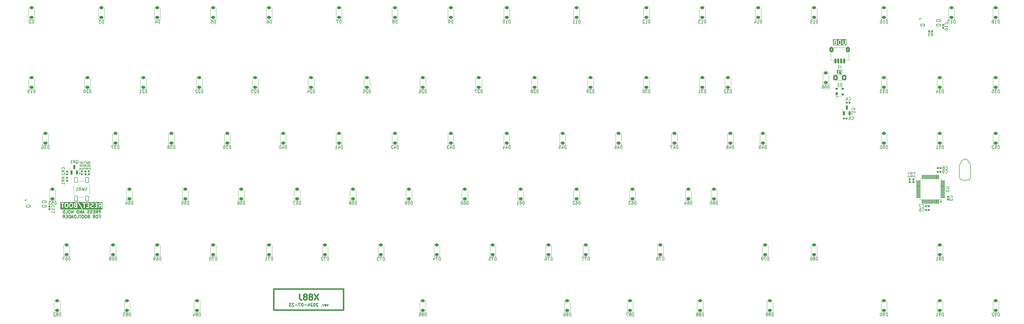
<source format=gbr>
%TF.GenerationSoftware,KiCad,Pcbnew,8.0.4*%
%TF.CreationDate,2024-07-23T19:32:07+08:00*%
%TF.ProjectId,X88J,5838384a-2e6b-4696-9361-645f70636258,rev?*%
%TF.SameCoordinates,Original*%
%TF.FileFunction,Legend,Bot*%
%TF.FilePolarity,Positive*%
%FSLAX46Y46*%
G04 Gerber Fmt 4.6, Leading zero omitted, Abs format (unit mm)*
G04 Created by KiCad (PCBNEW 8.0.4) date 2024-07-23 19:32:07*
%MOMM*%
%LPD*%
G01*
G04 APERTURE LIST*
G04 Aperture macros list*
%AMRoundRect*
0 Rectangle with rounded corners*
0 $1 Rounding radius*
0 $2 $3 $4 $5 $6 $7 $8 $9 X,Y pos of 4 corners*
0 Add a 4 corners polygon primitive as box body*
4,1,4,$2,$3,$4,$5,$6,$7,$8,$9,$2,$3,0*
0 Add four circle primitives for the rounded corners*
1,1,$1+$1,$2,$3*
1,1,$1+$1,$4,$5*
1,1,$1+$1,$6,$7*
1,1,$1+$1,$8,$9*
0 Add four rect primitives between the rounded corners*
20,1,$1+$1,$2,$3,$4,$5,0*
20,1,$1+$1,$4,$5,$6,$7,0*
20,1,$1+$1,$6,$7,$8,$9,0*
20,1,$1+$1,$8,$9,$2,$3,0*%
%AMFreePoly0*
4,1,35,0.337950,0.725020,0.369330,0.718778,0.387713,0.711163,0.414316,0.693388,0.428388,0.679316,0.446163,0.652713,0.453778,0.634330,0.460020,0.602950,0.461000,0.593000,0.461000,-0.593000,0.460020,-0.602950,0.453778,-0.634330,0.446163,-0.652713,0.428388,-0.679316,0.414316,-0.693388,0.387713,-0.711163,0.369330,-0.718778,0.337950,-0.725020,0.328000,-0.726000,0.000000,-0.726000,
-0.036062,-0.711062,-0.446062,-0.301062,-0.461000,-0.265000,-0.461000,0.593000,-0.460020,0.602950,-0.453778,0.634330,-0.446163,0.652713,-0.428388,0.679316,-0.414316,0.693388,-0.387713,0.711163,-0.369330,0.718778,-0.337950,0.725020,-0.328000,0.726000,0.328000,0.726000,0.337950,0.725020,0.337950,0.725020,$1*%
G04 Aperture macros list end*
%ADD10C,0.500000*%
%ADD11C,0.250000*%
%ADD12C,0.300000*%
%ADD13C,0.150000*%
%ADD14C,0.120000*%
%ADD15C,0.200000*%
%ADD16C,0.100000*%
%ADD17C,1.852000*%
%ADD18C,4.089800*%
%ADD19C,2.402000*%
%ADD20C,3.150000*%
%ADD21C,2.702000*%
%ADD22RoundRect,0.250500X0.400500X-0.250500X0.400500X0.250500X-0.400500X0.250500X-0.400500X-0.250500X0*%
%ADD23RoundRect,0.100500X0.100500X-0.688000X0.100500X0.688000X-0.100500X0.688000X-0.100500X-0.688000X0*%
%ADD24RoundRect,0.100500X0.688000X-0.100500X0.688000X0.100500X-0.688000X0.100500X-0.688000X-0.100500X0*%
%ADD25RoundRect,0.160500X-0.210500X0.160500X-0.210500X-0.160500X0.210500X-0.160500X0.210500X0.160500X0*%
%ADD26RoundRect,0.160500X-0.160500X-0.210500X0.160500X-0.210500X0.160500X0.210500X-0.160500X0.210500X0*%
%ADD27RoundRect,0.165500X0.165500X0.195500X-0.165500X0.195500X-0.165500X-0.195500X0.165500X-0.195500X0*%
%ADD28RoundRect,0.051000X-0.500000X0.850000X-0.500000X-0.850000X0.500000X-0.850000X0.500000X0.850000X0*%
%ADD29RoundRect,0.092200X-0.633800X0.368800X-0.633800X-0.368800X0.633800X-0.368800X0.633800X0.368800X0*%
%ADD30FreePoly0,270.000000*%
%ADD31RoundRect,0.165500X-0.195500X0.165500X-0.195500X-0.165500X0.195500X-0.165500X0.195500X0.165500X0*%
%ADD32RoundRect,0.175500X0.175500X-0.613000X0.175500X0.613000X-0.175500X0.613000X-0.175500X-0.613000X0*%
%ADD33RoundRect,0.165500X0.195500X-0.165500X0.195500X0.165500X-0.195500X0.165500X-0.195500X-0.165500X0*%
%ADD34RoundRect,0.175500X-0.175500X-0.650500X0.175500X-0.650500X0.175500X0.650500X-0.175500X0.650500X0*%
%ADD35RoundRect,0.271250X-0.379750X-0.679750X0.379750X-0.679750X0.379750X0.679750X-0.379750X0.679750X0*%
%ADD36RoundRect,0.200500X-0.200500X-0.350500X0.200500X-0.350500X0.200500X0.350500X-0.200500X0.350500X0*%
%ADD37RoundRect,0.175500X-0.225500X-0.175500X0.225500X-0.175500X0.225500X0.175500X-0.225500X0.175500X0*%
%ADD38C,1.092600*%
%ADD39C,0.889400*%
%ADD40RoundRect,0.165500X-0.165500X-0.195500X0.165500X-0.195500X0.165500X0.195500X-0.165500X0.195500X0*%
%ADD41RoundRect,0.160500X0.210500X-0.160500X0.210500X0.160500X-0.210500X0.160500X-0.210500X-0.160500X0*%
%ADD42RoundRect,0.267895X0.495605X0.658105X-0.495605X0.658105X-0.495605X-0.658105X0.495605X-0.658105X0*%
G04 APERTURE END LIST*
D10*
X85725000Y-96043750D02*
X109537500Y-96043750D01*
X109537500Y-103187500D01*
X85725000Y-103187500D01*
X85725000Y-96043750D01*
X100964583Y-97741738D02*
X99631250Y-99741738D01*
X99631250Y-97741738D02*
X100964583Y-99741738D01*
X98583631Y-98598880D02*
X98774107Y-98503642D01*
X98774107Y-98503642D02*
X98869345Y-98408404D01*
X98869345Y-98408404D02*
X98964583Y-98217928D01*
X98964583Y-98217928D02*
X98964583Y-98122690D01*
X98964583Y-98122690D02*
X98869345Y-97932214D01*
X98869345Y-97932214D02*
X98774107Y-97836976D01*
X98774107Y-97836976D02*
X98583631Y-97741738D01*
X98583631Y-97741738D02*
X98202678Y-97741738D01*
X98202678Y-97741738D02*
X98012202Y-97836976D01*
X98012202Y-97836976D02*
X97916964Y-97932214D01*
X97916964Y-97932214D02*
X97821726Y-98122690D01*
X97821726Y-98122690D02*
X97821726Y-98217928D01*
X97821726Y-98217928D02*
X97916964Y-98408404D01*
X97916964Y-98408404D02*
X98012202Y-98503642D01*
X98012202Y-98503642D02*
X98202678Y-98598880D01*
X98202678Y-98598880D02*
X98583631Y-98598880D01*
X98583631Y-98598880D02*
X98774107Y-98694119D01*
X98774107Y-98694119D02*
X98869345Y-98789357D01*
X98869345Y-98789357D02*
X98964583Y-98979833D01*
X98964583Y-98979833D02*
X98964583Y-99360785D01*
X98964583Y-99360785D02*
X98869345Y-99551261D01*
X98869345Y-99551261D02*
X98774107Y-99646500D01*
X98774107Y-99646500D02*
X98583631Y-99741738D01*
X98583631Y-99741738D02*
X98202678Y-99741738D01*
X98202678Y-99741738D02*
X98012202Y-99646500D01*
X98012202Y-99646500D02*
X97916964Y-99551261D01*
X97916964Y-99551261D02*
X97821726Y-99360785D01*
X97821726Y-99360785D02*
X97821726Y-98979833D01*
X97821726Y-98979833D02*
X97916964Y-98789357D01*
X97916964Y-98789357D02*
X98012202Y-98694119D01*
X98012202Y-98694119D02*
X98202678Y-98598880D01*
X96678869Y-98598880D02*
X96869345Y-98503642D01*
X96869345Y-98503642D02*
X96964583Y-98408404D01*
X96964583Y-98408404D02*
X97059821Y-98217928D01*
X97059821Y-98217928D02*
X97059821Y-98122690D01*
X97059821Y-98122690D02*
X96964583Y-97932214D01*
X96964583Y-97932214D02*
X96869345Y-97836976D01*
X96869345Y-97836976D02*
X96678869Y-97741738D01*
X96678869Y-97741738D02*
X96297916Y-97741738D01*
X96297916Y-97741738D02*
X96107440Y-97836976D01*
X96107440Y-97836976D02*
X96012202Y-97932214D01*
X96012202Y-97932214D02*
X95916964Y-98122690D01*
X95916964Y-98122690D02*
X95916964Y-98217928D01*
X95916964Y-98217928D02*
X96012202Y-98408404D01*
X96012202Y-98408404D02*
X96107440Y-98503642D01*
X96107440Y-98503642D02*
X96297916Y-98598880D01*
X96297916Y-98598880D02*
X96678869Y-98598880D01*
X96678869Y-98598880D02*
X96869345Y-98694119D01*
X96869345Y-98694119D02*
X96964583Y-98789357D01*
X96964583Y-98789357D02*
X97059821Y-98979833D01*
X97059821Y-98979833D02*
X97059821Y-99360785D01*
X97059821Y-99360785D02*
X96964583Y-99551261D01*
X96964583Y-99551261D02*
X96869345Y-99646500D01*
X96869345Y-99646500D02*
X96678869Y-99741738D01*
X96678869Y-99741738D02*
X96297916Y-99741738D01*
X96297916Y-99741738D02*
X96107440Y-99646500D01*
X96107440Y-99646500D02*
X96012202Y-99551261D01*
X96012202Y-99551261D02*
X95916964Y-99360785D01*
X95916964Y-99360785D02*
X95916964Y-98979833D01*
X95916964Y-98979833D02*
X96012202Y-98789357D01*
X96012202Y-98789357D02*
X96107440Y-98694119D01*
X96107440Y-98694119D02*
X96297916Y-98598880D01*
X94488392Y-97741738D02*
X94488392Y-99170309D01*
X94488392Y-99170309D02*
X94583631Y-99456023D01*
X94583631Y-99456023D02*
X94774107Y-99646500D01*
X94774107Y-99646500D02*
X95059821Y-99741738D01*
X95059821Y-99741738D02*
X95250297Y-99741738D01*
D11*
X26573958Y-70090869D02*
X26573958Y-69090869D01*
X26573958Y-69090869D02*
X26193006Y-69090869D01*
X26193006Y-69090869D02*
X26097768Y-69138488D01*
X26097768Y-69138488D02*
X26050149Y-69186107D01*
X26050149Y-69186107D02*
X26002530Y-69281345D01*
X26002530Y-69281345D02*
X26002530Y-69424202D01*
X26002530Y-69424202D02*
X26050149Y-69519440D01*
X26050149Y-69519440D02*
X26097768Y-69567059D01*
X26097768Y-69567059D02*
X26193006Y-69614678D01*
X26193006Y-69614678D02*
X26573958Y-69614678D01*
X25002530Y-70090869D02*
X25335863Y-69614678D01*
X25573958Y-70090869D02*
X25573958Y-69090869D01*
X25573958Y-69090869D02*
X25193006Y-69090869D01*
X25193006Y-69090869D02*
X25097768Y-69138488D01*
X25097768Y-69138488D02*
X25050149Y-69186107D01*
X25050149Y-69186107D02*
X25002530Y-69281345D01*
X25002530Y-69281345D02*
X25002530Y-69424202D01*
X25002530Y-69424202D02*
X25050149Y-69519440D01*
X25050149Y-69519440D02*
X25097768Y-69567059D01*
X25097768Y-69567059D02*
X25193006Y-69614678D01*
X25193006Y-69614678D02*
X25573958Y-69614678D01*
X24573958Y-69567059D02*
X24240625Y-69567059D01*
X24097768Y-70090869D02*
X24573958Y-70090869D01*
X24573958Y-70090869D02*
X24573958Y-69090869D01*
X24573958Y-69090869D02*
X24097768Y-69090869D01*
X23716815Y-70043250D02*
X23573958Y-70090869D01*
X23573958Y-70090869D02*
X23335863Y-70090869D01*
X23335863Y-70090869D02*
X23240625Y-70043250D01*
X23240625Y-70043250D02*
X23193006Y-69995630D01*
X23193006Y-69995630D02*
X23145387Y-69900392D01*
X23145387Y-69900392D02*
X23145387Y-69805154D01*
X23145387Y-69805154D02*
X23193006Y-69709916D01*
X23193006Y-69709916D02*
X23240625Y-69662297D01*
X23240625Y-69662297D02*
X23335863Y-69614678D01*
X23335863Y-69614678D02*
X23526339Y-69567059D01*
X23526339Y-69567059D02*
X23621577Y-69519440D01*
X23621577Y-69519440D02*
X23669196Y-69471821D01*
X23669196Y-69471821D02*
X23716815Y-69376583D01*
X23716815Y-69376583D02*
X23716815Y-69281345D01*
X23716815Y-69281345D02*
X23669196Y-69186107D01*
X23669196Y-69186107D02*
X23621577Y-69138488D01*
X23621577Y-69138488D02*
X23526339Y-69090869D01*
X23526339Y-69090869D02*
X23288244Y-69090869D01*
X23288244Y-69090869D02*
X23145387Y-69138488D01*
X22764434Y-70043250D02*
X22621577Y-70090869D01*
X22621577Y-70090869D02*
X22383482Y-70090869D01*
X22383482Y-70090869D02*
X22288244Y-70043250D01*
X22288244Y-70043250D02*
X22240625Y-69995630D01*
X22240625Y-69995630D02*
X22193006Y-69900392D01*
X22193006Y-69900392D02*
X22193006Y-69805154D01*
X22193006Y-69805154D02*
X22240625Y-69709916D01*
X22240625Y-69709916D02*
X22288244Y-69662297D01*
X22288244Y-69662297D02*
X22383482Y-69614678D01*
X22383482Y-69614678D02*
X22573958Y-69567059D01*
X22573958Y-69567059D02*
X22669196Y-69519440D01*
X22669196Y-69519440D02*
X22716815Y-69471821D01*
X22716815Y-69471821D02*
X22764434Y-69376583D01*
X22764434Y-69376583D02*
X22764434Y-69281345D01*
X22764434Y-69281345D02*
X22716815Y-69186107D01*
X22716815Y-69186107D02*
X22669196Y-69138488D01*
X22669196Y-69138488D02*
X22573958Y-69090869D01*
X22573958Y-69090869D02*
X22335863Y-69090869D01*
X22335863Y-69090869D02*
X22193006Y-69138488D01*
X21050148Y-69805154D02*
X20573958Y-69805154D01*
X21145386Y-70090869D02*
X20812053Y-69090869D01*
X20812053Y-69090869D02*
X20478720Y-70090869D01*
X20145386Y-70090869D02*
X20145386Y-69090869D01*
X20145386Y-69090869D02*
X19573958Y-70090869D01*
X19573958Y-70090869D02*
X19573958Y-69090869D01*
X19097767Y-70090869D02*
X19097767Y-69090869D01*
X19097767Y-69090869D02*
X18859672Y-69090869D01*
X18859672Y-69090869D02*
X18716815Y-69138488D01*
X18716815Y-69138488D02*
X18621577Y-69233726D01*
X18621577Y-69233726D02*
X18573958Y-69328964D01*
X18573958Y-69328964D02*
X18526339Y-69519440D01*
X18526339Y-69519440D02*
X18526339Y-69662297D01*
X18526339Y-69662297D02*
X18573958Y-69852773D01*
X18573958Y-69852773D02*
X18621577Y-69948011D01*
X18621577Y-69948011D02*
X18716815Y-70043250D01*
X18716815Y-70043250D02*
X18859672Y-70090869D01*
X18859672Y-70090869D02*
X19097767Y-70090869D01*
X17335862Y-70090869D02*
X17335862Y-69090869D01*
X17335862Y-69567059D02*
X16764434Y-69567059D01*
X16764434Y-70090869D02*
X16764434Y-69090869D01*
X16097767Y-69090869D02*
X15907291Y-69090869D01*
X15907291Y-69090869D02*
X15812053Y-69138488D01*
X15812053Y-69138488D02*
X15716815Y-69233726D01*
X15716815Y-69233726D02*
X15669196Y-69424202D01*
X15669196Y-69424202D02*
X15669196Y-69757535D01*
X15669196Y-69757535D02*
X15716815Y-69948011D01*
X15716815Y-69948011D02*
X15812053Y-70043250D01*
X15812053Y-70043250D02*
X15907291Y-70090869D01*
X15907291Y-70090869D02*
X16097767Y-70090869D01*
X16097767Y-70090869D02*
X16193005Y-70043250D01*
X16193005Y-70043250D02*
X16288243Y-69948011D01*
X16288243Y-69948011D02*
X16335862Y-69757535D01*
X16335862Y-69757535D02*
X16335862Y-69424202D01*
X16335862Y-69424202D02*
X16288243Y-69233726D01*
X16288243Y-69233726D02*
X16193005Y-69138488D01*
X16193005Y-69138488D02*
X16097767Y-69090869D01*
X14764434Y-70090869D02*
X15240624Y-70090869D01*
X15240624Y-70090869D02*
X15240624Y-69090869D01*
X14431100Y-70090869D02*
X14431100Y-69090869D01*
X14431100Y-69090869D02*
X14193005Y-69090869D01*
X14193005Y-69090869D02*
X14050148Y-69138488D01*
X14050148Y-69138488D02*
X13954910Y-69233726D01*
X13954910Y-69233726D02*
X13907291Y-69328964D01*
X13907291Y-69328964D02*
X13859672Y-69519440D01*
X13859672Y-69519440D02*
X13859672Y-69662297D01*
X13859672Y-69662297D02*
X13907291Y-69852773D01*
X13907291Y-69852773D02*
X13954910Y-69948011D01*
X13954910Y-69948011D02*
X14050148Y-70043250D01*
X14050148Y-70043250D02*
X14193005Y-70090869D01*
X14193005Y-70090869D02*
X14431100Y-70090869D01*
X26240625Y-71177003D02*
X26573958Y-71177003D01*
X26573958Y-71700813D02*
X26573958Y-70700813D01*
X26573958Y-70700813D02*
X26097768Y-70700813D01*
X25526339Y-70700813D02*
X25335863Y-70700813D01*
X25335863Y-70700813D02*
X25240625Y-70748432D01*
X25240625Y-70748432D02*
X25145387Y-70843670D01*
X25145387Y-70843670D02*
X25097768Y-71034146D01*
X25097768Y-71034146D02*
X25097768Y-71367479D01*
X25097768Y-71367479D02*
X25145387Y-71557955D01*
X25145387Y-71557955D02*
X25240625Y-71653194D01*
X25240625Y-71653194D02*
X25335863Y-71700813D01*
X25335863Y-71700813D02*
X25526339Y-71700813D01*
X25526339Y-71700813D02*
X25621577Y-71653194D01*
X25621577Y-71653194D02*
X25716815Y-71557955D01*
X25716815Y-71557955D02*
X25764434Y-71367479D01*
X25764434Y-71367479D02*
X25764434Y-71034146D01*
X25764434Y-71034146D02*
X25716815Y-70843670D01*
X25716815Y-70843670D02*
X25621577Y-70748432D01*
X25621577Y-70748432D02*
X25526339Y-70700813D01*
X24097768Y-71700813D02*
X24431101Y-71224622D01*
X24669196Y-71700813D02*
X24669196Y-70700813D01*
X24669196Y-70700813D02*
X24288244Y-70700813D01*
X24288244Y-70700813D02*
X24193006Y-70748432D01*
X24193006Y-70748432D02*
X24145387Y-70796051D01*
X24145387Y-70796051D02*
X24097768Y-70891289D01*
X24097768Y-70891289D02*
X24097768Y-71034146D01*
X24097768Y-71034146D02*
X24145387Y-71129384D01*
X24145387Y-71129384D02*
X24193006Y-71177003D01*
X24193006Y-71177003D02*
X24288244Y-71224622D01*
X24288244Y-71224622D02*
X24669196Y-71224622D01*
X22573958Y-71177003D02*
X22431101Y-71224622D01*
X22431101Y-71224622D02*
X22383482Y-71272241D01*
X22383482Y-71272241D02*
X22335863Y-71367479D01*
X22335863Y-71367479D02*
X22335863Y-71510336D01*
X22335863Y-71510336D02*
X22383482Y-71605574D01*
X22383482Y-71605574D02*
X22431101Y-71653194D01*
X22431101Y-71653194D02*
X22526339Y-71700813D01*
X22526339Y-71700813D02*
X22907291Y-71700813D01*
X22907291Y-71700813D02*
X22907291Y-70700813D01*
X22907291Y-70700813D02*
X22573958Y-70700813D01*
X22573958Y-70700813D02*
X22478720Y-70748432D01*
X22478720Y-70748432D02*
X22431101Y-70796051D01*
X22431101Y-70796051D02*
X22383482Y-70891289D01*
X22383482Y-70891289D02*
X22383482Y-70986527D01*
X22383482Y-70986527D02*
X22431101Y-71081765D01*
X22431101Y-71081765D02*
X22478720Y-71129384D01*
X22478720Y-71129384D02*
X22573958Y-71177003D01*
X22573958Y-71177003D02*
X22907291Y-71177003D01*
X21716815Y-70700813D02*
X21526339Y-70700813D01*
X21526339Y-70700813D02*
X21431101Y-70748432D01*
X21431101Y-70748432D02*
X21335863Y-70843670D01*
X21335863Y-70843670D02*
X21288244Y-71034146D01*
X21288244Y-71034146D02*
X21288244Y-71367479D01*
X21288244Y-71367479D02*
X21335863Y-71557955D01*
X21335863Y-71557955D02*
X21431101Y-71653194D01*
X21431101Y-71653194D02*
X21526339Y-71700813D01*
X21526339Y-71700813D02*
X21716815Y-71700813D01*
X21716815Y-71700813D02*
X21812053Y-71653194D01*
X21812053Y-71653194D02*
X21907291Y-71557955D01*
X21907291Y-71557955D02*
X21954910Y-71367479D01*
X21954910Y-71367479D02*
X21954910Y-71034146D01*
X21954910Y-71034146D02*
X21907291Y-70843670D01*
X21907291Y-70843670D02*
X21812053Y-70748432D01*
X21812053Y-70748432D02*
X21716815Y-70700813D01*
X20669196Y-70700813D02*
X20478720Y-70700813D01*
X20478720Y-70700813D02*
X20383482Y-70748432D01*
X20383482Y-70748432D02*
X20288244Y-70843670D01*
X20288244Y-70843670D02*
X20240625Y-71034146D01*
X20240625Y-71034146D02*
X20240625Y-71367479D01*
X20240625Y-71367479D02*
X20288244Y-71557955D01*
X20288244Y-71557955D02*
X20383482Y-71653194D01*
X20383482Y-71653194D02*
X20478720Y-71700813D01*
X20478720Y-71700813D02*
X20669196Y-71700813D01*
X20669196Y-71700813D02*
X20764434Y-71653194D01*
X20764434Y-71653194D02*
X20859672Y-71557955D01*
X20859672Y-71557955D02*
X20907291Y-71367479D01*
X20907291Y-71367479D02*
X20907291Y-71034146D01*
X20907291Y-71034146D02*
X20859672Y-70843670D01*
X20859672Y-70843670D02*
X20764434Y-70748432D01*
X20764434Y-70748432D02*
X20669196Y-70700813D01*
X19954910Y-70700813D02*
X19383482Y-70700813D01*
X19669196Y-71700813D02*
X19669196Y-70700813D01*
X18573958Y-71700813D02*
X19050148Y-71700813D01*
X19050148Y-71700813D02*
X19050148Y-70700813D01*
X18050148Y-70700813D02*
X17859672Y-70700813D01*
X17859672Y-70700813D02*
X17764434Y-70748432D01*
X17764434Y-70748432D02*
X17669196Y-70843670D01*
X17669196Y-70843670D02*
X17621577Y-71034146D01*
X17621577Y-71034146D02*
X17621577Y-71367479D01*
X17621577Y-71367479D02*
X17669196Y-71557955D01*
X17669196Y-71557955D02*
X17764434Y-71653194D01*
X17764434Y-71653194D02*
X17859672Y-71700813D01*
X17859672Y-71700813D02*
X18050148Y-71700813D01*
X18050148Y-71700813D02*
X18145386Y-71653194D01*
X18145386Y-71653194D02*
X18240624Y-71557955D01*
X18240624Y-71557955D02*
X18288243Y-71367479D01*
X18288243Y-71367479D02*
X18288243Y-71034146D01*
X18288243Y-71034146D02*
X18240624Y-70843670D01*
X18240624Y-70843670D02*
X18145386Y-70748432D01*
X18145386Y-70748432D02*
X18050148Y-70700813D01*
X17240624Y-71415098D02*
X16764434Y-71415098D01*
X17335862Y-71700813D02*
X17002529Y-70700813D01*
X17002529Y-70700813D02*
X16669196Y-71700813D01*
X16335862Y-71700813D02*
X16335862Y-70700813D01*
X16335862Y-70700813D02*
X16097767Y-70700813D01*
X16097767Y-70700813D02*
X15954910Y-70748432D01*
X15954910Y-70748432D02*
X15859672Y-70843670D01*
X15859672Y-70843670D02*
X15812053Y-70938908D01*
X15812053Y-70938908D02*
X15764434Y-71129384D01*
X15764434Y-71129384D02*
X15764434Y-71272241D01*
X15764434Y-71272241D02*
X15812053Y-71462717D01*
X15812053Y-71462717D02*
X15859672Y-71557955D01*
X15859672Y-71557955D02*
X15954910Y-71653194D01*
X15954910Y-71653194D02*
X16097767Y-71700813D01*
X16097767Y-71700813D02*
X16335862Y-71700813D01*
X15335862Y-71177003D02*
X15002529Y-71177003D01*
X14859672Y-71700813D02*
X15335862Y-71700813D01*
X15335862Y-71700813D02*
X15335862Y-70700813D01*
X15335862Y-70700813D02*
X14859672Y-70700813D01*
X13859672Y-71700813D02*
X14193005Y-71224622D01*
X14431100Y-71700813D02*
X14431100Y-70700813D01*
X14431100Y-70700813D02*
X14050148Y-70700813D01*
X14050148Y-70700813D02*
X13954910Y-70748432D01*
X13954910Y-70748432D02*
X13907291Y-70796051D01*
X13907291Y-70796051D02*
X13859672Y-70891289D01*
X13859672Y-70891289D02*
X13859672Y-71034146D01*
X13859672Y-71034146D02*
X13907291Y-71129384D01*
X13907291Y-71129384D02*
X13954910Y-71177003D01*
X13954910Y-71177003D02*
X14050148Y-71224622D01*
X14050148Y-71224622D02*
X14431100Y-71224622D01*
D12*
G36*
X15294628Y-66841785D02*
G01*
X15390894Y-66938051D01*
X15447767Y-67165541D01*
X15447767Y-67628614D01*
X15390894Y-67856104D01*
X15294628Y-67952371D01*
X15205215Y-67997078D01*
X14990320Y-67997078D01*
X14900907Y-67952371D01*
X14804640Y-67856104D01*
X14747767Y-67628612D01*
X14747767Y-67165543D01*
X14804640Y-66938051D01*
X14900907Y-66841784D01*
X14990320Y-66797078D01*
X15205214Y-66797078D01*
X15294628Y-66841785D01*
G37*
G36*
X16866057Y-66841785D02*
G01*
X16962323Y-66938051D01*
X17019196Y-67165541D01*
X17019196Y-67628614D01*
X16962323Y-67856104D01*
X16866057Y-67952371D01*
X16776644Y-67997078D01*
X16561749Y-67997078D01*
X16472336Y-67952371D01*
X16376069Y-67856104D01*
X16319196Y-67628612D01*
X16319196Y-67165543D01*
X16376069Y-66938051D01*
X16472336Y-66841784D01*
X16561749Y-66797078D01*
X16776643Y-66797078D01*
X16866057Y-66841785D01*
G37*
G36*
X18447768Y-67997078D02*
G01*
X18061749Y-67997078D01*
X17972335Y-67952371D01*
X17935330Y-67915366D01*
X17890625Y-67825954D01*
X17890625Y-67682487D01*
X17935330Y-67593075D01*
X17964508Y-67563897D01*
X18122111Y-67511364D01*
X18447768Y-67511364D01*
X18447768Y-67997078D01*
G37*
G36*
X18447768Y-67211364D02*
G01*
X18133178Y-67211364D01*
X18043764Y-67166656D01*
X18006760Y-67129653D01*
X17962053Y-67040239D01*
X17962053Y-66968202D01*
X18006760Y-66878788D01*
X18043764Y-66841785D01*
X18133178Y-66797078D01*
X18447768Y-66797078D01*
X18447768Y-67211364D01*
G37*
G36*
X26804911Y-67282792D02*
G01*
X26418892Y-67282792D01*
X26329478Y-67238085D01*
X26292473Y-67201080D01*
X26247768Y-67111668D01*
X26247768Y-66968201D01*
X26292473Y-66878790D01*
X26329478Y-66841785D01*
X26418892Y-66797078D01*
X26804911Y-66797078D01*
X26804911Y-67282792D01*
G37*
G36*
X27271578Y-68820888D02*
G01*
X12998268Y-68820888D01*
X12998268Y-66617814D01*
X13164935Y-66617814D01*
X13164935Y-66676342D01*
X13187333Y-66730414D01*
X13228717Y-66771798D01*
X13282789Y-66794196D01*
X13312053Y-66797078D01*
X13590624Y-66797078D01*
X13590624Y-68147078D01*
X13593506Y-68176342D01*
X13615904Y-68230414D01*
X13657288Y-68271798D01*
X13711360Y-68294196D01*
X13769888Y-68294196D01*
X13823960Y-68271798D01*
X13865344Y-68230414D01*
X13887742Y-68176342D01*
X13890624Y-68147078D01*
X13890624Y-67147078D01*
X14447767Y-67147078D01*
X14447767Y-67647078D01*
X14448269Y-67652181D01*
X14447944Y-67654369D01*
X14449563Y-67665320D01*
X14450649Y-67676342D01*
X14451495Y-67678386D01*
X14452246Y-67683459D01*
X14523675Y-67969172D01*
X14533568Y-67996863D01*
X14540207Y-68005823D01*
X14544475Y-68016127D01*
X14563130Y-68038858D01*
X14705987Y-68181716D01*
X14717493Y-68191159D01*
X14720086Y-68194149D01*
X14724591Y-68196985D01*
X14728717Y-68200371D01*
X14732380Y-68201888D01*
X14744971Y-68209814D01*
X14887829Y-68281242D01*
X14915292Y-68291752D01*
X14920667Y-68292133D01*
X14925646Y-68294196D01*
X14954910Y-68297078D01*
X15240624Y-68297078D01*
X15269888Y-68294196D01*
X15274866Y-68292133D01*
X15280242Y-68291752D01*
X15307705Y-68281242D01*
X15450564Y-68209814D01*
X15463154Y-68201888D01*
X15466818Y-68200371D01*
X15470943Y-68196985D01*
X15475449Y-68194149D01*
X15478042Y-68191159D01*
X15489548Y-68181716D01*
X15632405Y-68038858D01*
X15651060Y-68016127D01*
X15655327Y-68005823D01*
X15661967Y-67996863D01*
X15671860Y-67969172D01*
X15743288Y-67683458D01*
X15744037Y-67678386D01*
X15744885Y-67676342D01*
X15745970Y-67665319D01*
X15747590Y-67654369D01*
X15747264Y-67652181D01*
X15747767Y-67647078D01*
X15747767Y-67147078D01*
X16019196Y-67147078D01*
X16019196Y-67647078D01*
X16019698Y-67652181D01*
X16019373Y-67654369D01*
X16020992Y-67665320D01*
X16022078Y-67676342D01*
X16022924Y-67678386D01*
X16023675Y-67683459D01*
X16095104Y-67969172D01*
X16104997Y-67996863D01*
X16111636Y-68005823D01*
X16115904Y-68016127D01*
X16134559Y-68038858D01*
X16277416Y-68181716D01*
X16288922Y-68191159D01*
X16291515Y-68194149D01*
X16296020Y-68196985D01*
X16300146Y-68200371D01*
X16303809Y-68201888D01*
X16316400Y-68209814D01*
X16459258Y-68281242D01*
X16486721Y-68291752D01*
X16492096Y-68292133D01*
X16497075Y-68294196D01*
X16526339Y-68297078D01*
X16812053Y-68297078D01*
X16841317Y-68294196D01*
X16846295Y-68292133D01*
X16851671Y-68291752D01*
X16879134Y-68281242D01*
X17021993Y-68209814D01*
X17034583Y-68201888D01*
X17038247Y-68200371D01*
X17042372Y-68196985D01*
X17046878Y-68194149D01*
X17049471Y-68191159D01*
X17060977Y-68181716D01*
X17203834Y-68038858D01*
X17222489Y-68016127D01*
X17226756Y-68005823D01*
X17233396Y-67996863D01*
X17243289Y-67969172D01*
X17314717Y-67683458D01*
X17315466Y-67678386D01*
X17316314Y-67676342D01*
X17317399Y-67665319D01*
X17319019Y-67654369D01*
X17318693Y-67652181D01*
X17319196Y-67647078D01*
X17590625Y-67647078D01*
X17590625Y-67861364D01*
X17593507Y-67890628D01*
X17595569Y-67895606D01*
X17595951Y-67900982D01*
X17606461Y-67928446D01*
X17677889Y-68071303D01*
X17685816Y-68083896D01*
X17687332Y-68087556D01*
X17690713Y-68091675D01*
X17693554Y-68096189D01*
X17696547Y-68098785D01*
X17705987Y-68110287D01*
X17777416Y-68181716D01*
X17788920Y-68191157D01*
X17791515Y-68194149D01*
X17796024Y-68196987D01*
X17800147Y-68200371D01*
X17803808Y-68201887D01*
X17816400Y-68209814D01*
X17959258Y-68281242D01*
X17986721Y-68291752D01*
X17992096Y-68292133D01*
X17997075Y-68294196D01*
X18026339Y-68297078D01*
X18597768Y-68297078D01*
X18627032Y-68294196D01*
X18681104Y-68271798D01*
X18722488Y-68230414D01*
X18744886Y-68176342D01*
X18747768Y-68147078D01*
X18747768Y-66647078D01*
X18744886Y-66617814D01*
X18727355Y-66575492D01*
X18947768Y-66575492D01*
X18959126Y-66632907D01*
X18972960Y-66658855D01*
X20258675Y-68587426D01*
X20277305Y-68610177D01*
X20325935Y-68642743D01*
X20383325Y-68654221D01*
X20440739Y-68642863D01*
X20489438Y-68610398D01*
X20522004Y-68561768D01*
X20533482Y-68504379D01*
X20522124Y-68446964D01*
X20508290Y-68421016D01*
X19306155Y-66617814D01*
X20522079Y-66617814D01*
X20522079Y-66676342D01*
X20544477Y-66730414D01*
X20585861Y-66771798D01*
X20639933Y-66794196D01*
X20669197Y-66797078D01*
X20947768Y-66797078D01*
X20947768Y-68147078D01*
X20950650Y-68176342D01*
X20973048Y-68230414D01*
X21014432Y-68271798D01*
X21068504Y-68294196D01*
X21127032Y-68294196D01*
X21181104Y-68271798D01*
X21222488Y-68230414D01*
X21244886Y-68176342D01*
X21247768Y-68147078D01*
X21247768Y-66797078D01*
X21526339Y-66797078D01*
X21555603Y-66794196D01*
X21609675Y-66771798D01*
X21651059Y-66730414D01*
X21673457Y-66676342D01*
X21673457Y-66617814D01*
X21807793Y-66617814D01*
X21807793Y-66676342D01*
X21830191Y-66730414D01*
X21871575Y-66771798D01*
X21925647Y-66794196D01*
X21954911Y-66797078D01*
X22519197Y-66797078D01*
X22519197Y-67211364D01*
X22169197Y-67211364D01*
X22139933Y-67214246D01*
X22085861Y-67236644D01*
X22044477Y-67278028D01*
X22022079Y-67332100D01*
X22022079Y-67390628D01*
X22044477Y-67444700D01*
X22085861Y-67486084D01*
X22139933Y-67508482D01*
X22169197Y-67511364D01*
X22519197Y-67511364D01*
X22519197Y-67997078D01*
X21954911Y-67997078D01*
X21925647Y-67999960D01*
X21871575Y-68022358D01*
X21830191Y-68063742D01*
X21807793Y-68117814D01*
X21807793Y-68176342D01*
X21830191Y-68230414D01*
X21871575Y-68271798D01*
X21925647Y-68294196D01*
X21954911Y-68297078D01*
X22669197Y-68297078D01*
X22698461Y-68294196D01*
X22752533Y-68271798D01*
X22793917Y-68230414D01*
X22816315Y-68176342D01*
X22819197Y-68147078D01*
X22819197Y-67718507D01*
X23162053Y-67718507D01*
X23162053Y-67861364D01*
X23164935Y-67890628D01*
X23166998Y-67895608D01*
X23167380Y-67900983D01*
X23177889Y-67928446D01*
X23249318Y-68071303D01*
X23257245Y-68083896D01*
X23258761Y-68087556D01*
X23262142Y-68091675D01*
X23264983Y-68096189D01*
X23267976Y-68098785D01*
X23277416Y-68110287D01*
X23348845Y-68181716D01*
X23360349Y-68191157D01*
X23362944Y-68194149D01*
X23367453Y-68196987D01*
X23371576Y-68200371D01*
X23375237Y-68201887D01*
X23387829Y-68209814D01*
X23530687Y-68281242D01*
X23558150Y-68291752D01*
X23563525Y-68292133D01*
X23568504Y-68294196D01*
X23597768Y-68297078D01*
X23954911Y-68297078D01*
X23969716Y-68295619D01*
X23973671Y-68295901D01*
X23978872Y-68294718D01*
X23984175Y-68294196D01*
X23987832Y-68292680D01*
X24002345Y-68289381D01*
X24216630Y-68217953D01*
X24243481Y-68205964D01*
X24287695Y-68167617D01*
X24313869Y-68115270D01*
X24318018Y-68056890D01*
X24299510Y-68001365D01*
X24261163Y-67957151D01*
X24208816Y-67930977D01*
X24150436Y-67926828D01*
X24121762Y-67933347D01*
X23930568Y-67997078D01*
X23633178Y-67997078D01*
X23543764Y-67952371D01*
X23506760Y-67915367D01*
X23462053Y-67825953D01*
X23462053Y-67753917D01*
X23506760Y-67664503D01*
X23543765Y-67627498D01*
X23650124Y-67574319D01*
X23919862Y-67506885D01*
X23922020Y-67506113D01*
X23923101Y-67506037D01*
X23935275Y-67501378D01*
X23947553Y-67496992D01*
X23948423Y-67496347D01*
X23950564Y-67495528D01*
X24093421Y-67424099D01*
X24106016Y-67416170D01*
X24109673Y-67414656D01*
X24113790Y-67411276D01*
X24118307Y-67408434D01*
X24120904Y-67405439D01*
X24132404Y-67396002D01*
X24203833Y-67324574D01*
X24213275Y-67313068D01*
X24216267Y-67310474D01*
X24219106Y-67305963D01*
X24222488Y-67301843D01*
X24224003Y-67298183D01*
X24231932Y-67285589D01*
X24303360Y-67142731D01*
X24313870Y-67115268D01*
X24314251Y-67109892D01*
X24316314Y-67104914D01*
X24319196Y-67075650D01*
X24319196Y-66932792D01*
X24316314Y-66903528D01*
X24314251Y-66898549D01*
X24313870Y-66893174D01*
X24303360Y-66865711D01*
X24231932Y-66722853D01*
X24224003Y-66710258D01*
X24222488Y-66706599D01*
X24219106Y-66702478D01*
X24216267Y-66697968D01*
X24213275Y-66695373D01*
X24203833Y-66683868D01*
X24137778Y-66617814D01*
X24593507Y-66617814D01*
X24593507Y-66676342D01*
X24615905Y-66730414D01*
X24657289Y-66771798D01*
X24711361Y-66794196D01*
X24740625Y-66797078D01*
X25304911Y-66797078D01*
X25304911Y-67211364D01*
X24954911Y-67211364D01*
X24925647Y-67214246D01*
X24871575Y-67236644D01*
X24830191Y-67278028D01*
X24807793Y-67332100D01*
X24807793Y-67390628D01*
X24830191Y-67444700D01*
X24871575Y-67486084D01*
X24925647Y-67508482D01*
X24954911Y-67511364D01*
X25304911Y-67511364D01*
X25304911Y-67997078D01*
X24740625Y-67997078D01*
X24711361Y-67999960D01*
X24657289Y-68022358D01*
X24615905Y-68063742D01*
X24593507Y-68117814D01*
X24593507Y-68176342D01*
X24615905Y-68230414D01*
X24657289Y-68271798D01*
X24711361Y-68294196D01*
X24740625Y-68297078D01*
X25454911Y-68297078D01*
X25484175Y-68294196D01*
X25538247Y-68271798D01*
X25579631Y-68230414D01*
X25602029Y-68176342D01*
X25604911Y-68147078D01*
X25604911Y-66932792D01*
X25947768Y-66932792D01*
X25947768Y-67147078D01*
X25950650Y-67176342D01*
X25952712Y-67181320D01*
X25953094Y-67186696D01*
X25963604Y-67214160D01*
X26035032Y-67357017D01*
X26042959Y-67369610D01*
X26044475Y-67373270D01*
X26047856Y-67377389D01*
X26050697Y-67381903D01*
X26053690Y-67384499D01*
X26063130Y-67396001D01*
X26134559Y-67467430D01*
X26146063Y-67476871D01*
X26148658Y-67479863D01*
X26153167Y-67482701D01*
X26157290Y-67486085D01*
X26160951Y-67487601D01*
X26173543Y-67495528D01*
X26316401Y-67566956D01*
X26319835Y-67568270D01*
X25974883Y-68061059D01*
X25960462Y-68086685D01*
X25947803Y-68143827D01*
X25957974Y-68201463D01*
X25989427Y-68250820D01*
X26037375Y-68284384D01*
X26094517Y-68297043D01*
X26152153Y-68286872D01*
X26201510Y-68255419D01*
X26220653Y-68233097D01*
X26675866Y-67582792D01*
X26804911Y-67582792D01*
X26804911Y-68147078D01*
X26807793Y-68176342D01*
X26830191Y-68230414D01*
X26871575Y-68271798D01*
X26925647Y-68294196D01*
X26984175Y-68294196D01*
X27038247Y-68271798D01*
X27079631Y-68230414D01*
X27102029Y-68176342D01*
X27104911Y-68147078D01*
X27104911Y-66647078D01*
X27102029Y-66617814D01*
X27079631Y-66563742D01*
X27038247Y-66522358D01*
X26984175Y-66499960D01*
X26954911Y-66497078D01*
X26383482Y-66497078D01*
X26354218Y-66499960D01*
X26349237Y-66502023D01*
X26343863Y-66502405D01*
X26316399Y-66512914D01*
X26173543Y-66584343D01*
X26160949Y-66592270D01*
X26157290Y-66593786D01*
X26153169Y-66597167D01*
X26148657Y-66600008D01*
X26146060Y-66603001D01*
X26134560Y-66612440D01*
X26063131Y-66683868D01*
X26053691Y-66695370D01*
X26050697Y-66697967D01*
X26047855Y-66702481D01*
X26044476Y-66706599D01*
X26042960Y-66710257D01*
X26035032Y-66722853D01*
X25963604Y-66865710D01*
X25953094Y-66893174D01*
X25952712Y-66898549D01*
X25950650Y-66903528D01*
X25947768Y-66932792D01*
X25604911Y-66932792D01*
X25604911Y-66647078D01*
X25602029Y-66617814D01*
X25579631Y-66563742D01*
X25538247Y-66522358D01*
X25484175Y-66499960D01*
X25454911Y-66497078D01*
X24740625Y-66497078D01*
X24711361Y-66499960D01*
X24657289Y-66522358D01*
X24615905Y-66563742D01*
X24593507Y-66617814D01*
X24137778Y-66617814D01*
X24132404Y-66612440D01*
X24120904Y-66603002D01*
X24118307Y-66600008D01*
X24113790Y-66597165D01*
X24109673Y-66593786D01*
X24106016Y-66592271D01*
X24093421Y-66584343D01*
X23950564Y-66512914D01*
X23923101Y-66502405D01*
X23917726Y-66502023D01*
X23912746Y-66499960D01*
X23883482Y-66497078D01*
X23526339Y-66497078D01*
X23511527Y-66498536D01*
X23507578Y-66498256D01*
X23502383Y-66499437D01*
X23497075Y-66499960D01*
X23493413Y-66501476D01*
X23478904Y-66504776D01*
X23264619Y-66576205D01*
X23237768Y-66588193D01*
X23193553Y-66626541D01*
X23167380Y-66678888D01*
X23163231Y-66737268D01*
X23181739Y-66792792D01*
X23220087Y-66837007D01*
X23272434Y-66863180D01*
X23330814Y-66867329D01*
X23359487Y-66860809D01*
X23550682Y-66797078D01*
X23848072Y-66797078D01*
X23937486Y-66841785D01*
X23974490Y-66878789D01*
X24019196Y-66968201D01*
X24019196Y-67040240D01*
X23974490Y-67129652D01*
X23937486Y-67166656D01*
X23831125Y-67219837D01*
X23561388Y-67287271D01*
X23559229Y-67288042D01*
X23558149Y-67288119D01*
X23545968Y-67292779D01*
X23533697Y-67297164D01*
X23532827Y-67297808D01*
X23530685Y-67298628D01*
X23387829Y-67370057D01*
X23375235Y-67377984D01*
X23371576Y-67379500D01*
X23367456Y-67382881D01*
X23362943Y-67385722D01*
X23360346Y-67388716D01*
X23348845Y-67398155D01*
X23277416Y-67469584D01*
X23267976Y-67481085D01*
X23264983Y-67483682D01*
X23262142Y-67488195D01*
X23258761Y-67492315D01*
X23257245Y-67495974D01*
X23249318Y-67508568D01*
X23177889Y-67651425D01*
X23167380Y-67678888D01*
X23166998Y-67684262D01*
X23164935Y-67689243D01*
X23162053Y-67718507D01*
X22819197Y-67718507D01*
X22819197Y-66647078D01*
X22816315Y-66617814D01*
X22793917Y-66563742D01*
X22752533Y-66522358D01*
X22698461Y-66499960D01*
X22669197Y-66497078D01*
X21954911Y-66497078D01*
X21925647Y-66499960D01*
X21871575Y-66522358D01*
X21830191Y-66563742D01*
X21807793Y-66617814D01*
X21673457Y-66617814D01*
X21651059Y-66563742D01*
X21609675Y-66522358D01*
X21555603Y-66499960D01*
X21526339Y-66497078D01*
X20669197Y-66497078D01*
X20639933Y-66499960D01*
X20585861Y-66522358D01*
X20544477Y-66563742D01*
X20522079Y-66617814D01*
X19306155Y-66617814D01*
X19222576Y-66492445D01*
X19203945Y-66469694D01*
X19155315Y-66437128D01*
X19097926Y-66425650D01*
X19040511Y-66437008D01*
X18991812Y-66469473D01*
X18959246Y-66518103D01*
X18947768Y-66575492D01*
X18727355Y-66575492D01*
X18722488Y-66563742D01*
X18681104Y-66522358D01*
X18627032Y-66499960D01*
X18597768Y-66497078D01*
X18097768Y-66497078D01*
X18068504Y-66499960D01*
X18063523Y-66502023D01*
X18058149Y-66502405D01*
X18030685Y-66512914D01*
X17887829Y-66584343D01*
X17875235Y-66592270D01*
X17871576Y-66593786D01*
X17867455Y-66597167D01*
X17862943Y-66600008D01*
X17860346Y-66603001D01*
X17848846Y-66612440D01*
X17777417Y-66683868D01*
X17767977Y-66695370D01*
X17764983Y-66697967D01*
X17762141Y-66702481D01*
X17758762Y-66706599D01*
X17757246Y-66710257D01*
X17749318Y-66722853D01*
X17677889Y-66865710D01*
X17667380Y-66893173D01*
X17666998Y-66898547D01*
X17664935Y-66903528D01*
X17662053Y-66932792D01*
X17662053Y-67075650D01*
X17664935Y-67104914D01*
X17666998Y-67109894D01*
X17667380Y-67115269D01*
X17677889Y-67142732D01*
X17749318Y-67285589D01*
X17757246Y-67298184D01*
X17758762Y-67301843D01*
X17762141Y-67305960D01*
X17764983Y-67310475D01*
X17767977Y-67313071D01*
X17777417Y-67324574D01*
X17778598Y-67325755D01*
X17777416Y-67326726D01*
X17705987Y-67398155D01*
X17696547Y-67409656D01*
X17693554Y-67412253D01*
X17690713Y-67416766D01*
X17687332Y-67420886D01*
X17685816Y-67424545D01*
X17677889Y-67437139D01*
X17606461Y-67579996D01*
X17595951Y-67607460D01*
X17595569Y-67612835D01*
X17593507Y-67617814D01*
X17590625Y-67647078D01*
X17319196Y-67647078D01*
X17319196Y-67147078D01*
X17318693Y-67141974D01*
X17319019Y-67139787D01*
X17317399Y-67128836D01*
X17316314Y-67117814D01*
X17315466Y-67115769D01*
X17314717Y-67110698D01*
X17243289Y-66824984D01*
X17233396Y-66797293D01*
X17226757Y-66788333D01*
X17222489Y-66778028D01*
X17203834Y-66755298D01*
X17060977Y-66612441D01*
X17049475Y-66603001D01*
X17046879Y-66600008D01*
X17042365Y-66597167D01*
X17038246Y-66593786D01*
X17034586Y-66592270D01*
X17021993Y-66584343D01*
X16879135Y-66512914D01*
X16851672Y-66502404D01*
X16846294Y-66502021D01*
X16841317Y-66499960D01*
X16812053Y-66497078D01*
X16526339Y-66497078D01*
X16497075Y-66499960D01*
X16492094Y-66502023D01*
X16486720Y-66502405D01*
X16459256Y-66512914D01*
X16316400Y-66584343D01*
X16303808Y-66592269D01*
X16300146Y-66593786D01*
X16296023Y-66597169D01*
X16291514Y-66600008D01*
X16288918Y-66603000D01*
X16277416Y-66612441D01*
X16134559Y-66755298D01*
X16115904Y-66778029D01*
X16111636Y-66788332D01*
X16104997Y-66797293D01*
X16095104Y-66824984D01*
X16023675Y-67110697D01*
X16022924Y-67115769D01*
X16022078Y-67117814D01*
X16020992Y-67128835D01*
X16019373Y-67139787D01*
X16019698Y-67141974D01*
X16019196Y-67147078D01*
X15747767Y-67147078D01*
X15747264Y-67141974D01*
X15747590Y-67139787D01*
X15745970Y-67128836D01*
X15744885Y-67117814D01*
X15744037Y-67115769D01*
X15743288Y-67110698D01*
X15671860Y-66824984D01*
X15661967Y-66797293D01*
X15655328Y-66788333D01*
X15651060Y-66778028D01*
X15632405Y-66755298D01*
X15489548Y-66612441D01*
X15478046Y-66603001D01*
X15475450Y-66600008D01*
X15470936Y-66597167D01*
X15466817Y-66593786D01*
X15463157Y-66592270D01*
X15450564Y-66584343D01*
X15307706Y-66512914D01*
X15280243Y-66502404D01*
X15274865Y-66502021D01*
X15269888Y-66499960D01*
X15240624Y-66497078D01*
X14954910Y-66497078D01*
X14925646Y-66499960D01*
X14920665Y-66502023D01*
X14915291Y-66502405D01*
X14887827Y-66512914D01*
X14744971Y-66584343D01*
X14732379Y-66592269D01*
X14728717Y-66593786D01*
X14724594Y-66597169D01*
X14720085Y-66600008D01*
X14717489Y-66603000D01*
X14705987Y-66612441D01*
X14563130Y-66755298D01*
X14544475Y-66778029D01*
X14540207Y-66788332D01*
X14533568Y-66797293D01*
X14523675Y-66824984D01*
X14452246Y-67110697D01*
X14451495Y-67115769D01*
X14450649Y-67117814D01*
X14449563Y-67128835D01*
X14447944Y-67139787D01*
X14448269Y-67141974D01*
X14447767Y-67147078D01*
X13890624Y-67147078D01*
X13890624Y-66797078D01*
X14169195Y-66797078D01*
X14198459Y-66794196D01*
X14252531Y-66771798D01*
X14293915Y-66730414D01*
X14316313Y-66676342D01*
X14316313Y-66617814D01*
X14293915Y-66563742D01*
X14252531Y-66522358D01*
X14198459Y-66499960D01*
X14169195Y-66497078D01*
X13312053Y-66497078D01*
X13282789Y-66499960D01*
X13228717Y-66522358D01*
X13187333Y-66563742D01*
X13164935Y-66617814D01*
X12998268Y-66617814D01*
X12998268Y-66258983D01*
X27271578Y-66258983D01*
X27271578Y-68820888D01*
G37*
G36*
X277313392Y-12350828D02*
G01*
X276927373Y-12350828D01*
X276837959Y-12306121D01*
X276800954Y-12269116D01*
X276756249Y-12179704D01*
X276756249Y-12036237D01*
X276800954Y-11946825D01*
X276830132Y-11917647D01*
X276987735Y-11865114D01*
X277313392Y-11865114D01*
X277313392Y-12350828D01*
G37*
G36*
X277313392Y-11565114D02*
G01*
X276998802Y-11565114D01*
X276909388Y-11520406D01*
X276872384Y-11483403D01*
X276827677Y-11393989D01*
X276827677Y-11321952D01*
X276872384Y-11232538D01*
X276909388Y-11195535D01*
X276998802Y-11150828D01*
X277313392Y-11150828D01*
X277313392Y-11565114D01*
G37*
G36*
X278813392Y-12350828D02*
G01*
X278630592Y-12350828D01*
X278472989Y-12298294D01*
X278372384Y-12197688D01*
X278319203Y-12091328D01*
X278256249Y-11839507D01*
X278256249Y-11662148D01*
X278319203Y-11410327D01*
X278372384Y-11303967D01*
X278472990Y-11203361D01*
X278630592Y-11150828D01*
X278813392Y-11150828D01*
X278813392Y-12350828D01*
G37*
G36*
X280851488Y-12817495D02*
G01*
X276289582Y-12817495D01*
X276289582Y-12000828D01*
X276456249Y-12000828D01*
X276456249Y-12215114D01*
X276459131Y-12244378D01*
X276461193Y-12249356D01*
X276461575Y-12254732D01*
X276472085Y-12282196D01*
X276543513Y-12425053D01*
X276551440Y-12437646D01*
X276552956Y-12441306D01*
X276556337Y-12445425D01*
X276559178Y-12449939D01*
X276562171Y-12452535D01*
X276571611Y-12464037D01*
X276643040Y-12535466D01*
X276654544Y-12544907D01*
X276657139Y-12547899D01*
X276661648Y-12550737D01*
X276665771Y-12554121D01*
X276669432Y-12555637D01*
X276682024Y-12563564D01*
X276824882Y-12634992D01*
X276852345Y-12645502D01*
X276857720Y-12645883D01*
X276862699Y-12647946D01*
X276891963Y-12650828D01*
X277463392Y-12650828D01*
X277492656Y-12647946D01*
X277546728Y-12625548D01*
X277588112Y-12584164D01*
X277610510Y-12530092D01*
X277613392Y-12500828D01*
X277613392Y-11643685D01*
X277956249Y-11643685D01*
X277956249Y-11857971D01*
X277956751Y-11863074D01*
X277956426Y-11865262D01*
X277958045Y-11876212D01*
X277959131Y-11887235D01*
X277959978Y-11889279D01*
X277960728Y-11894351D01*
X278032156Y-12180065D01*
X278032927Y-12182223D01*
X278033004Y-12183304D01*
X278037662Y-12195478D01*
X278042049Y-12207756D01*
X278042693Y-12208626D01*
X278043513Y-12210767D01*
X278114942Y-12353624D01*
X278122869Y-12366217D01*
X278124385Y-12369877D01*
X278127766Y-12373996D01*
X278130607Y-12378510D01*
X278133600Y-12381106D01*
X278143040Y-12392608D01*
X278285897Y-12535466D01*
X278308627Y-12554121D01*
X278313606Y-12556183D01*
X278317678Y-12559715D01*
X278344529Y-12571703D01*
X278558815Y-12643131D01*
X278573327Y-12646430D01*
X278576985Y-12647946D01*
X278582287Y-12648468D01*
X278587489Y-12649651D01*
X278591443Y-12649369D01*
X278606249Y-12650828D01*
X278963392Y-12650828D01*
X278992656Y-12647946D01*
X279046728Y-12625548D01*
X279088112Y-12584164D01*
X279110510Y-12530092D01*
X279113392Y-12500828D01*
X279113392Y-11000828D01*
X279527678Y-11000828D01*
X279527678Y-12215114D01*
X279530560Y-12244378D01*
X279532622Y-12249356D01*
X279533004Y-12254732D01*
X279543514Y-12282196D01*
X279614942Y-12425053D01*
X279622869Y-12437646D01*
X279624385Y-12441306D01*
X279627766Y-12445425D01*
X279630607Y-12449939D01*
X279633600Y-12452535D01*
X279643040Y-12464037D01*
X279714469Y-12535466D01*
X279725973Y-12544907D01*
X279728568Y-12547899D01*
X279733077Y-12550737D01*
X279737200Y-12554121D01*
X279740861Y-12555637D01*
X279753453Y-12563564D01*
X279896311Y-12634992D01*
X279923774Y-12645502D01*
X279929149Y-12645883D01*
X279934128Y-12647946D01*
X279963392Y-12650828D01*
X280249106Y-12650828D01*
X280278370Y-12647946D01*
X280283348Y-12645883D01*
X280288724Y-12645502D01*
X280316187Y-12634992D01*
X280459046Y-12563564D01*
X280471640Y-12555635D01*
X280475300Y-12554120D01*
X280479420Y-12550738D01*
X280483931Y-12547899D01*
X280486525Y-12544907D01*
X280498031Y-12535465D01*
X280569459Y-12464036D01*
X280578897Y-12452535D01*
X280581891Y-12449939D01*
X280584731Y-12445426D01*
X280588113Y-12441306D01*
X280589628Y-12437646D01*
X280597556Y-12425053D01*
X280668985Y-12282197D01*
X280679494Y-12254733D01*
X280679875Y-12249358D01*
X280681939Y-12244378D01*
X280684821Y-12215114D01*
X280684821Y-11000828D01*
X280681939Y-10971564D01*
X280659541Y-10917492D01*
X280618157Y-10876108D01*
X280564085Y-10853710D01*
X280505557Y-10853710D01*
X280451485Y-10876108D01*
X280410101Y-10917492D01*
X280387703Y-10971564D01*
X280384821Y-11000828D01*
X280384821Y-12179703D01*
X280340113Y-12269117D01*
X280303110Y-12306121D01*
X280213697Y-12350828D01*
X279998802Y-12350828D01*
X279909388Y-12306121D01*
X279872383Y-12269116D01*
X279827678Y-12179704D01*
X279827678Y-11000828D01*
X279824796Y-10971564D01*
X279802398Y-10917492D01*
X279761014Y-10876108D01*
X279706942Y-10853710D01*
X279648414Y-10853710D01*
X279594342Y-10876108D01*
X279552958Y-10917492D01*
X279530560Y-10971564D01*
X279527678Y-11000828D01*
X279113392Y-11000828D01*
X279110510Y-10971564D01*
X279088112Y-10917492D01*
X279046728Y-10876108D01*
X278992656Y-10853710D01*
X278963392Y-10850828D01*
X278606249Y-10850828D01*
X278591437Y-10852286D01*
X278587488Y-10852006D01*
X278582293Y-10853187D01*
X278576985Y-10853710D01*
X278573323Y-10855226D01*
X278558814Y-10858526D01*
X278344529Y-10929955D01*
X278317678Y-10941943D01*
X278313608Y-10945472D01*
X278308627Y-10947536D01*
X278285897Y-10966191D01*
X278143040Y-11109048D01*
X278133600Y-11120549D01*
X278130607Y-11123146D01*
X278127766Y-11127659D01*
X278124385Y-11131779D01*
X278122869Y-11135438D01*
X278114942Y-11148032D01*
X278043513Y-11290889D01*
X278042693Y-11293029D01*
X278042049Y-11293900D01*
X278037662Y-11306177D01*
X278033004Y-11318352D01*
X278032927Y-11319432D01*
X278032156Y-11321591D01*
X277960728Y-11607305D01*
X277959978Y-11612376D01*
X277959131Y-11614421D01*
X277958045Y-11625443D01*
X277956426Y-11636394D01*
X277956751Y-11638581D01*
X277956249Y-11643685D01*
X277613392Y-11643685D01*
X277613392Y-11000828D01*
X277610510Y-10971564D01*
X277588112Y-10917492D01*
X277546728Y-10876108D01*
X277492656Y-10853710D01*
X277463392Y-10850828D01*
X276963392Y-10850828D01*
X276934128Y-10853710D01*
X276929147Y-10855773D01*
X276923773Y-10856155D01*
X276896309Y-10866664D01*
X276753453Y-10938093D01*
X276740859Y-10946020D01*
X276737200Y-10947536D01*
X276733079Y-10950917D01*
X276728567Y-10953758D01*
X276725970Y-10956751D01*
X276714470Y-10966190D01*
X276643041Y-11037618D01*
X276633601Y-11049120D01*
X276630607Y-11051717D01*
X276627765Y-11056231D01*
X276624386Y-11060349D01*
X276622870Y-11064007D01*
X276614942Y-11076603D01*
X276543513Y-11219460D01*
X276533004Y-11246923D01*
X276532622Y-11252297D01*
X276530559Y-11257278D01*
X276527677Y-11286542D01*
X276527677Y-11429400D01*
X276530559Y-11458664D01*
X276532622Y-11463644D01*
X276533004Y-11469019D01*
X276543513Y-11496482D01*
X276614942Y-11639339D01*
X276622870Y-11651934D01*
X276624386Y-11655593D01*
X276627765Y-11659710D01*
X276630607Y-11664225D01*
X276633601Y-11666821D01*
X276643041Y-11678324D01*
X276644222Y-11679505D01*
X276643040Y-11680476D01*
X276571611Y-11751905D01*
X276562171Y-11763406D01*
X276559178Y-11766003D01*
X276556337Y-11770516D01*
X276552956Y-11774636D01*
X276551440Y-11778295D01*
X276543513Y-11790889D01*
X276472085Y-11933746D01*
X276461575Y-11961210D01*
X276461193Y-11966585D01*
X276459131Y-11971564D01*
X276456249Y-12000828D01*
X276289582Y-12000828D01*
X276289582Y-10684161D01*
X280851488Y-10684161D01*
X280851488Y-12817495D01*
G37*
D11*
X104274106Y-101174202D02*
X104036011Y-101840869D01*
X104036011Y-101840869D02*
X103797916Y-101174202D01*
X103036011Y-101793250D02*
X103131249Y-101840869D01*
X103131249Y-101840869D02*
X103321725Y-101840869D01*
X103321725Y-101840869D02*
X103416963Y-101793250D01*
X103416963Y-101793250D02*
X103464582Y-101698011D01*
X103464582Y-101698011D02*
X103464582Y-101317059D01*
X103464582Y-101317059D02*
X103416963Y-101221821D01*
X103416963Y-101221821D02*
X103321725Y-101174202D01*
X103321725Y-101174202D02*
X103131249Y-101174202D01*
X103131249Y-101174202D02*
X103036011Y-101221821D01*
X103036011Y-101221821D02*
X102988392Y-101317059D01*
X102988392Y-101317059D02*
X102988392Y-101412297D01*
X102988392Y-101412297D02*
X103464582Y-101507535D01*
X102559820Y-101840869D02*
X102559820Y-101174202D01*
X102559820Y-101364678D02*
X102512201Y-101269440D01*
X102512201Y-101269440D02*
X102464582Y-101221821D01*
X102464582Y-101221821D02*
X102369344Y-101174202D01*
X102369344Y-101174202D02*
X102274106Y-101174202D01*
X101940772Y-101745630D02*
X101893153Y-101793250D01*
X101893153Y-101793250D02*
X101940772Y-101840869D01*
X101940772Y-101840869D02*
X101988391Y-101793250D01*
X101988391Y-101793250D02*
X101940772Y-101745630D01*
X101940772Y-101745630D02*
X101940772Y-101840869D01*
X100750296Y-100936107D02*
X100702677Y-100888488D01*
X100702677Y-100888488D02*
X100607439Y-100840869D01*
X100607439Y-100840869D02*
X100369344Y-100840869D01*
X100369344Y-100840869D02*
X100274106Y-100888488D01*
X100274106Y-100888488D02*
X100226487Y-100936107D01*
X100226487Y-100936107D02*
X100178868Y-101031345D01*
X100178868Y-101031345D02*
X100178868Y-101126583D01*
X100178868Y-101126583D02*
X100226487Y-101269440D01*
X100226487Y-101269440D02*
X100797915Y-101840869D01*
X100797915Y-101840869D02*
X100178868Y-101840869D01*
X99559820Y-100840869D02*
X99464582Y-100840869D01*
X99464582Y-100840869D02*
X99369344Y-100888488D01*
X99369344Y-100888488D02*
X99321725Y-100936107D01*
X99321725Y-100936107D02*
X99274106Y-101031345D01*
X99274106Y-101031345D02*
X99226487Y-101221821D01*
X99226487Y-101221821D02*
X99226487Y-101459916D01*
X99226487Y-101459916D02*
X99274106Y-101650392D01*
X99274106Y-101650392D02*
X99321725Y-101745630D01*
X99321725Y-101745630D02*
X99369344Y-101793250D01*
X99369344Y-101793250D02*
X99464582Y-101840869D01*
X99464582Y-101840869D02*
X99559820Y-101840869D01*
X99559820Y-101840869D02*
X99655058Y-101793250D01*
X99655058Y-101793250D02*
X99702677Y-101745630D01*
X99702677Y-101745630D02*
X99750296Y-101650392D01*
X99750296Y-101650392D02*
X99797915Y-101459916D01*
X99797915Y-101459916D02*
X99797915Y-101221821D01*
X99797915Y-101221821D02*
X99750296Y-101031345D01*
X99750296Y-101031345D02*
X99702677Y-100936107D01*
X99702677Y-100936107D02*
X99655058Y-100888488D01*
X99655058Y-100888488D02*
X99559820Y-100840869D01*
X98845534Y-100936107D02*
X98797915Y-100888488D01*
X98797915Y-100888488D02*
X98702677Y-100840869D01*
X98702677Y-100840869D02*
X98464582Y-100840869D01*
X98464582Y-100840869D02*
X98369344Y-100888488D01*
X98369344Y-100888488D02*
X98321725Y-100936107D01*
X98321725Y-100936107D02*
X98274106Y-101031345D01*
X98274106Y-101031345D02*
X98274106Y-101126583D01*
X98274106Y-101126583D02*
X98321725Y-101269440D01*
X98321725Y-101269440D02*
X98893153Y-101840869D01*
X98893153Y-101840869D02*
X98274106Y-101840869D01*
X97416963Y-101174202D02*
X97416963Y-101840869D01*
X97655058Y-100793250D02*
X97893153Y-101507535D01*
X97893153Y-101507535D02*
X97274106Y-101507535D01*
X96893153Y-101459916D02*
X96131249Y-101459916D01*
X95464582Y-100840869D02*
X95369344Y-100840869D01*
X95369344Y-100840869D02*
X95274106Y-100888488D01*
X95274106Y-100888488D02*
X95226487Y-100936107D01*
X95226487Y-100936107D02*
X95178868Y-101031345D01*
X95178868Y-101031345D02*
X95131249Y-101221821D01*
X95131249Y-101221821D02*
X95131249Y-101459916D01*
X95131249Y-101459916D02*
X95178868Y-101650392D01*
X95178868Y-101650392D02*
X95226487Y-101745630D01*
X95226487Y-101745630D02*
X95274106Y-101793250D01*
X95274106Y-101793250D02*
X95369344Y-101840869D01*
X95369344Y-101840869D02*
X95464582Y-101840869D01*
X95464582Y-101840869D02*
X95559820Y-101793250D01*
X95559820Y-101793250D02*
X95607439Y-101745630D01*
X95607439Y-101745630D02*
X95655058Y-101650392D01*
X95655058Y-101650392D02*
X95702677Y-101459916D01*
X95702677Y-101459916D02*
X95702677Y-101221821D01*
X95702677Y-101221821D02*
X95655058Y-101031345D01*
X95655058Y-101031345D02*
X95607439Y-100936107D01*
X95607439Y-100936107D02*
X95559820Y-100888488D01*
X95559820Y-100888488D02*
X95464582Y-100840869D01*
X94797915Y-100840869D02*
X94131249Y-100840869D01*
X94131249Y-100840869D02*
X94559820Y-101840869D01*
X93750296Y-101459916D02*
X92988392Y-101459916D01*
X92559820Y-100936107D02*
X92512201Y-100888488D01*
X92512201Y-100888488D02*
X92416963Y-100840869D01*
X92416963Y-100840869D02*
X92178868Y-100840869D01*
X92178868Y-100840869D02*
X92083630Y-100888488D01*
X92083630Y-100888488D02*
X92036011Y-100936107D01*
X92036011Y-100936107D02*
X91988392Y-101031345D01*
X91988392Y-101031345D02*
X91988392Y-101126583D01*
X91988392Y-101126583D02*
X92036011Y-101269440D01*
X92036011Y-101269440D02*
X92607439Y-101840869D01*
X92607439Y-101840869D02*
X91988392Y-101840869D01*
X91655058Y-100840869D02*
X91036011Y-100840869D01*
X91036011Y-100840869D02*
X91369344Y-101221821D01*
X91369344Y-101221821D02*
X91226487Y-101221821D01*
X91226487Y-101221821D02*
X91131249Y-101269440D01*
X91131249Y-101269440D02*
X91083630Y-101317059D01*
X91083630Y-101317059D02*
X91036011Y-101412297D01*
X91036011Y-101412297D02*
X91036011Y-101650392D01*
X91036011Y-101650392D02*
X91083630Y-101745630D01*
X91083630Y-101745630D02*
X91131249Y-101793250D01*
X91131249Y-101793250D02*
X91226487Y-101840869D01*
X91226487Y-101840869D02*
X91512201Y-101840869D01*
X91512201Y-101840869D02*
X91607439Y-101793250D01*
X91607439Y-101793250D02*
X91655058Y-101745630D01*
D13*
X56776785Y-67129819D02*
X56776785Y-66129819D01*
X56776785Y-66129819D02*
X56538690Y-66129819D01*
X56538690Y-66129819D02*
X56395833Y-66177438D01*
X56395833Y-66177438D02*
X56300595Y-66272676D01*
X56300595Y-66272676D02*
X56252976Y-66367914D01*
X56252976Y-66367914D02*
X56205357Y-66558390D01*
X56205357Y-66558390D02*
X56205357Y-66701247D01*
X56205357Y-66701247D02*
X56252976Y-66891723D01*
X56252976Y-66891723D02*
X56300595Y-66986961D01*
X56300595Y-66986961D02*
X56395833Y-67082200D01*
X56395833Y-67082200D02*
X56538690Y-67129819D01*
X56538690Y-67129819D02*
X56776785Y-67129819D01*
X55300595Y-66129819D02*
X55776785Y-66129819D01*
X55776785Y-66129819D02*
X55824404Y-66606009D01*
X55824404Y-66606009D02*
X55776785Y-66558390D01*
X55776785Y-66558390D02*
X55681547Y-66510771D01*
X55681547Y-66510771D02*
X55443452Y-66510771D01*
X55443452Y-66510771D02*
X55348214Y-66558390D01*
X55348214Y-66558390D02*
X55300595Y-66606009D01*
X55300595Y-66606009D02*
X55252976Y-66701247D01*
X55252976Y-66701247D02*
X55252976Y-66939342D01*
X55252976Y-66939342D02*
X55300595Y-67034580D01*
X55300595Y-67034580D02*
X55348214Y-67082200D01*
X55348214Y-67082200D02*
X55443452Y-67129819D01*
X55443452Y-67129819D02*
X55681547Y-67129819D01*
X55681547Y-67129819D02*
X55776785Y-67082200D01*
X55776785Y-67082200D02*
X55824404Y-67034580D01*
X54348214Y-66129819D02*
X54824404Y-66129819D01*
X54824404Y-66129819D02*
X54872023Y-66606009D01*
X54872023Y-66606009D02*
X54824404Y-66558390D01*
X54824404Y-66558390D02*
X54729166Y-66510771D01*
X54729166Y-66510771D02*
X54491071Y-66510771D01*
X54491071Y-66510771D02*
X54395833Y-66558390D01*
X54395833Y-66558390D02*
X54348214Y-66606009D01*
X54348214Y-66606009D02*
X54300595Y-66701247D01*
X54300595Y-66701247D02*
X54300595Y-66939342D01*
X54300595Y-66939342D02*
X54348214Y-67034580D01*
X54348214Y-67034580D02*
X54395833Y-67082200D01*
X54395833Y-67082200D02*
X54491071Y-67129819D01*
X54491071Y-67129819D02*
X54729166Y-67129819D01*
X54729166Y-67129819D02*
X54824404Y-67082200D01*
X54824404Y-67082200D02*
X54872023Y-67034580D01*
X13120535Y-105229819D02*
X13120535Y-104229819D01*
X13120535Y-104229819D02*
X12882440Y-104229819D01*
X12882440Y-104229819D02*
X12739583Y-104277438D01*
X12739583Y-104277438D02*
X12644345Y-104372676D01*
X12644345Y-104372676D02*
X12596726Y-104467914D01*
X12596726Y-104467914D02*
X12549107Y-104658390D01*
X12549107Y-104658390D02*
X12549107Y-104801247D01*
X12549107Y-104801247D02*
X12596726Y-104991723D01*
X12596726Y-104991723D02*
X12644345Y-105086961D01*
X12644345Y-105086961D02*
X12739583Y-105182200D01*
X12739583Y-105182200D02*
X12882440Y-105229819D01*
X12882440Y-105229819D02*
X13120535Y-105229819D01*
X11977678Y-104658390D02*
X12072916Y-104610771D01*
X12072916Y-104610771D02*
X12120535Y-104563152D01*
X12120535Y-104563152D02*
X12168154Y-104467914D01*
X12168154Y-104467914D02*
X12168154Y-104420295D01*
X12168154Y-104420295D02*
X12120535Y-104325057D01*
X12120535Y-104325057D02*
X12072916Y-104277438D01*
X12072916Y-104277438D02*
X11977678Y-104229819D01*
X11977678Y-104229819D02*
X11787202Y-104229819D01*
X11787202Y-104229819D02*
X11691964Y-104277438D01*
X11691964Y-104277438D02*
X11644345Y-104325057D01*
X11644345Y-104325057D02*
X11596726Y-104420295D01*
X11596726Y-104420295D02*
X11596726Y-104467914D01*
X11596726Y-104467914D02*
X11644345Y-104563152D01*
X11644345Y-104563152D02*
X11691964Y-104610771D01*
X11691964Y-104610771D02*
X11787202Y-104658390D01*
X11787202Y-104658390D02*
X11977678Y-104658390D01*
X11977678Y-104658390D02*
X12072916Y-104706009D01*
X12072916Y-104706009D02*
X12120535Y-104753628D01*
X12120535Y-104753628D02*
X12168154Y-104848866D01*
X12168154Y-104848866D02*
X12168154Y-105039342D01*
X12168154Y-105039342D02*
X12120535Y-105134580D01*
X12120535Y-105134580D02*
X12072916Y-105182200D01*
X12072916Y-105182200D02*
X11977678Y-105229819D01*
X11977678Y-105229819D02*
X11787202Y-105229819D01*
X11787202Y-105229819D02*
X11691964Y-105182200D01*
X11691964Y-105182200D02*
X11644345Y-105134580D01*
X11644345Y-105134580D02*
X11596726Y-105039342D01*
X11596726Y-105039342D02*
X11596726Y-104848866D01*
X11596726Y-104848866D02*
X11644345Y-104753628D01*
X11644345Y-104753628D02*
X11691964Y-104706009D01*
X11691964Y-104706009D02*
X11787202Y-104658390D01*
X11215773Y-104325057D02*
X11168154Y-104277438D01*
X11168154Y-104277438D02*
X11072916Y-104229819D01*
X11072916Y-104229819D02*
X10834821Y-104229819D01*
X10834821Y-104229819D02*
X10739583Y-104277438D01*
X10739583Y-104277438D02*
X10691964Y-104325057D01*
X10691964Y-104325057D02*
X10644345Y-104420295D01*
X10644345Y-104420295D02*
X10644345Y-104515533D01*
X10644345Y-104515533D02*
X10691964Y-104658390D01*
X10691964Y-104658390D02*
X11263392Y-105229819D01*
X11263392Y-105229819D02*
X10644345Y-105229819D01*
X108688094Y-5217319D02*
X108688094Y-4217319D01*
X108688094Y-4217319D02*
X108449999Y-4217319D01*
X108449999Y-4217319D02*
X108307142Y-4264938D01*
X108307142Y-4264938D02*
X108211904Y-4360176D01*
X108211904Y-4360176D02*
X108164285Y-4455414D01*
X108164285Y-4455414D02*
X108116666Y-4645890D01*
X108116666Y-4645890D02*
X108116666Y-4788747D01*
X108116666Y-4788747D02*
X108164285Y-4979223D01*
X108164285Y-4979223D02*
X108211904Y-5074461D01*
X108211904Y-5074461D02*
X108307142Y-5169700D01*
X108307142Y-5169700D02*
X108449999Y-5217319D01*
X108449999Y-5217319D02*
X108688094Y-5217319D01*
X107783332Y-4217319D02*
X107116666Y-4217319D01*
X107116666Y-4217319D02*
X107545237Y-5217319D01*
X333001785Y-29029819D02*
X333001785Y-28029819D01*
X333001785Y-28029819D02*
X332763690Y-28029819D01*
X332763690Y-28029819D02*
X332620833Y-28077438D01*
X332620833Y-28077438D02*
X332525595Y-28172676D01*
X332525595Y-28172676D02*
X332477976Y-28267914D01*
X332477976Y-28267914D02*
X332430357Y-28458390D01*
X332430357Y-28458390D02*
X332430357Y-28601247D01*
X332430357Y-28601247D02*
X332477976Y-28791723D01*
X332477976Y-28791723D02*
X332525595Y-28886961D01*
X332525595Y-28886961D02*
X332620833Y-28982200D01*
X332620833Y-28982200D02*
X332763690Y-29029819D01*
X332763690Y-29029819D02*
X333001785Y-29029819D01*
X332097023Y-28029819D02*
X331477976Y-28029819D01*
X331477976Y-28029819D02*
X331811309Y-28410771D01*
X331811309Y-28410771D02*
X331668452Y-28410771D01*
X331668452Y-28410771D02*
X331573214Y-28458390D01*
X331573214Y-28458390D02*
X331525595Y-28506009D01*
X331525595Y-28506009D02*
X331477976Y-28601247D01*
X331477976Y-28601247D02*
X331477976Y-28839342D01*
X331477976Y-28839342D02*
X331525595Y-28934580D01*
X331525595Y-28934580D02*
X331573214Y-28982200D01*
X331573214Y-28982200D02*
X331668452Y-29029819D01*
X331668452Y-29029819D02*
X331954166Y-29029819D01*
X331954166Y-29029819D02*
X332049404Y-28982200D01*
X332049404Y-28982200D02*
X332097023Y-28934580D01*
X330573214Y-28029819D02*
X331049404Y-28029819D01*
X331049404Y-28029819D02*
X331097023Y-28506009D01*
X331097023Y-28506009D02*
X331049404Y-28458390D01*
X331049404Y-28458390D02*
X330954166Y-28410771D01*
X330954166Y-28410771D02*
X330716071Y-28410771D01*
X330716071Y-28410771D02*
X330620833Y-28458390D01*
X330620833Y-28458390D02*
X330573214Y-28506009D01*
X330573214Y-28506009D02*
X330525595Y-28601247D01*
X330525595Y-28601247D02*
X330525595Y-28839342D01*
X330525595Y-28839342D02*
X330573214Y-28934580D01*
X330573214Y-28934580D02*
X330620833Y-28982200D01*
X330620833Y-28982200D02*
X330716071Y-29029819D01*
X330716071Y-29029819D02*
X330954166Y-29029819D01*
X330954166Y-29029819D02*
X331049404Y-28982200D01*
X331049404Y-28982200D02*
X331097023Y-28934580D01*
X314867319Y-61150595D02*
X315676842Y-61150595D01*
X315676842Y-61150595D02*
X315772080Y-61198214D01*
X315772080Y-61198214D02*
X315819700Y-61245833D01*
X315819700Y-61245833D02*
X315867319Y-61341071D01*
X315867319Y-61341071D02*
X315867319Y-61531547D01*
X315867319Y-61531547D02*
X315819700Y-61626785D01*
X315819700Y-61626785D02*
X315772080Y-61674404D01*
X315772080Y-61674404D02*
X315676842Y-61722023D01*
X315676842Y-61722023D02*
X314867319Y-61722023D01*
X314962557Y-62150595D02*
X314914938Y-62198214D01*
X314914938Y-62198214D02*
X314867319Y-62293452D01*
X314867319Y-62293452D02*
X314867319Y-62531547D01*
X314867319Y-62531547D02*
X314914938Y-62626785D01*
X314914938Y-62626785D02*
X314962557Y-62674404D01*
X314962557Y-62674404D02*
X315057795Y-62722023D01*
X315057795Y-62722023D02*
X315153033Y-62722023D01*
X315153033Y-62722023D02*
X315295890Y-62674404D01*
X315295890Y-62674404D02*
X315867319Y-62102976D01*
X315867319Y-62102976D02*
X315867319Y-62722023D01*
X236958035Y-67129819D02*
X236958035Y-66129819D01*
X236958035Y-66129819D02*
X236719940Y-66129819D01*
X236719940Y-66129819D02*
X236577083Y-66177438D01*
X236577083Y-66177438D02*
X236481845Y-66272676D01*
X236481845Y-66272676D02*
X236434226Y-66367914D01*
X236434226Y-66367914D02*
X236386607Y-66558390D01*
X236386607Y-66558390D02*
X236386607Y-66701247D01*
X236386607Y-66701247D02*
X236434226Y-66891723D01*
X236434226Y-66891723D02*
X236481845Y-66986961D01*
X236481845Y-66986961D02*
X236577083Y-67082200D01*
X236577083Y-67082200D02*
X236719940Y-67129819D01*
X236719940Y-67129819D02*
X236958035Y-67129819D01*
X235529464Y-66129819D02*
X235719940Y-66129819D01*
X235719940Y-66129819D02*
X235815178Y-66177438D01*
X235815178Y-66177438D02*
X235862797Y-66225057D01*
X235862797Y-66225057D02*
X235958035Y-66367914D01*
X235958035Y-66367914D02*
X236005654Y-66558390D01*
X236005654Y-66558390D02*
X236005654Y-66939342D01*
X236005654Y-66939342D02*
X235958035Y-67034580D01*
X235958035Y-67034580D02*
X235910416Y-67082200D01*
X235910416Y-67082200D02*
X235815178Y-67129819D01*
X235815178Y-67129819D02*
X235624702Y-67129819D01*
X235624702Y-67129819D02*
X235529464Y-67082200D01*
X235529464Y-67082200D02*
X235481845Y-67034580D01*
X235481845Y-67034580D02*
X235434226Y-66939342D01*
X235434226Y-66939342D02*
X235434226Y-66701247D01*
X235434226Y-66701247D02*
X235481845Y-66606009D01*
X235481845Y-66606009D02*
X235529464Y-66558390D01*
X235529464Y-66558390D02*
X235624702Y-66510771D01*
X235624702Y-66510771D02*
X235815178Y-66510771D01*
X235815178Y-66510771D02*
X235910416Y-66558390D01*
X235910416Y-66558390D02*
X235958035Y-66606009D01*
X235958035Y-66606009D02*
X236005654Y-66701247D01*
X234529464Y-66129819D02*
X235005654Y-66129819D01*
X235005654Y-66129819D02*
X235053273Y-66606009D01*
X235053273Y-66606009D02*
X235005654Y-66558390D01*
X235005654Y-66558390D02*
X234910416Y-66510771D01*
X234910416Y-66510771D02*
X234672321Y-66510771D01*
X234672321Y-66510771D02*
X234577083Y-66558390D01*
X234577083Y-66558390D02*
X234529464Y-66606009D01*
X234529464Y-66606009D02*
X234481845Y-66701247D01*
X234481845Y-66701247D02*
X234481845Y-66939342D01*
X234481845Y-66939342D02*
X234529464Y-67034580D01*
X234529464Y-67034580D02*
X234577083Y-67082200D01*
X234577083Y-67082200D02*
X234672321Y-67129819D01*
X234672321Y-67129819D02*
X234910416Y-67129819D01*
X234910416Y-67129819D02*
X235005654Y-67082200D01*
X235005654Y-67082200D02*
X235053273Y-67034580D01*
X242514285Y-48079819D02*
X242514285Y-47079819D01*
X242514285Y-47079819D02*
X242276190Y-47079819D01*
X242276190Y-47079819D02*
X242133333Y-47127438D01*
X242133333Y-47127438D02*
X242038095Y-47222676D01*
X242038095Y-47222676D02*
X241990476Y-47317914D01*
X241990476Y-47317914D02*
X241942857Y-47508390D01*
X241942857Y-47508390D02*
X241942857Y-47651247D01*
X241942857Y-47651247D02*
X241990476Y-47841723D01*
X241990476Y-47841723D02*
X242038095Y-47936961D01*
X242038095Y-47936961D02*
X242133333Y-48032200D01*
X242133333Y-48032200D02*
X242276190Y-48079819D01*
X242276190Y-48079819D02*
X242514285Y-48079819D01*
X241085714Y-47413152D02*
X241085714Y-48079819D01*
X241323809Y-47032200D02*
X241561904Y-47746485D01*
X241561904Y-47746485D02*
X240942857Y-47746485D01*
X240419047Y-47508390D02*
X240514285Y-47460771D01*
X240514285Y-47460771D02*
X240561904Y-47413152D01*
X240561904Y-47413152D02*
X240609523Y-47317914D01*
X240609523Y-47317914D02*
X240609523Y-47270295D01*
X240609523Y-47270295D02*
X240561904Y-47175057D01*
X240561904Y-47175057D02*
X240514285Y-47127438D01*
X240514285Y-47127438D02*
X240419047Y-47079819D01*
X240419047Y-47079819D02*
X240228571Y-47079819D01*
X240228571Y-47079819D02*
X240133333Y-47127438D01*
X240133333Y-47127438D02*
X240085714Y-47175057D01*
X240085714Y-47175057D02*
X240038095Y-47270295D01*
X240038095Y-47270295D02*
X240038095Y-47317914D01*
X240038095Y-47317914D02*
X240085714Y-47413152D01*
X240085714Y-47413152D02*
X240133333Y-47460771D01*
X240133333Y-47460771D02*
X240228571Y-47508390D01*
X240228571Y-47508390D02*
X240419047Y-47508390D01*
X240419047Y-47508390D02*
X240514285Y-47556009D01*
X240514285Y-47556009D02*
X240561904Y-47603628D01*
X240561904Y-47603628D02*
X240609523Y-47698866D01*
X240609523Y-47698866D02*
X240609523Y-47889342D01*
X240609523Y-47889342D02*
X240561904Y-47984580D01*
X240561904Y-47984580D02*
X240514285Y-48032200D01*
X240514285Y-48032200D02*
X240419047Y-48079819D01*
X240419047Y-48079819D02*
X240228571Y-48079819D01*
X240228571Y-48079819D02*
X240133333Y-48032200D01*
X240133333Y-48032200D02*
X240085714Y-47984580D01*
X240085714Y-47984580D02*
X240038095Y-47889342D01*
X240038095Y-47889342D02*
X240038095Y-47698866D01*
X240038095Y-47698866D02*
X240085714Y-47603628D01*
X240085714Y-47603628D02*
X240133333Y-47556009D01*
X240133333Y-47556009D02*
X240228571Y-47508390D01*
X232195535Y-105229819D02*
X232195535Y-104229819D01*
X232195535Y-104229819D02*
X231957440Y-104229819D01*
X231957440Y-104229819D02*
X231814583Y-104277438D01*
X231814583Y-104277438D02*
X231719345Y-104372676D01*
X231719345Y-104372676D02*
X231671726Y-104467914D01*
X231671726Y-104467914D02*
X231624107Y-104658390D01*
X231624107Y-104658390D02*
X231624107Y-104801247D01*
X231624107Y-104801247D02*
X231671726Y-104991723D01*
X231671726Y-104991723D02*
X231719345Y-105086961D01*
X231719345Y-105086961D02*
X231814583Y-105182200D01*
X231814583Y-105182200D02*
X231957440Y-105229819D01*
X231957440Y-105229819D02*
X232195535Y-105229819D01*
X231052678Y-104658390D02*
X231147916Y-104610771D01*
X231147916Y-104610771D02*
X231195535Y-104563152D01*
X231195535Y-104563152D02*
X231243154Y-104467914D01*
X231243154Y-104467914D02*
X231243154Y-104420295D01*
X231243154Y-104420295D02*
X231195535Y-104325057D01*
X231195535Y-104325057D02*
X231147916Y-104277438D01*
X231147916Y-104277438D02*
X231052678Y-104229819D01*
X231052678Y-104229819D02*
X230862202Y-104229819D01*
X230862202Y-104229819D02*
X230766964Y-104277438D01*
X230766964Y-104277438D02*
X230719345Y-104325057D01*
X230719345Y-104325057D02*
X230671726Y-104420295D01*
X230671726Y-104420295D02*
X230671726Y-104467914D01*
X230671726Y-104467914D02*
X230719345Y-104563152D01*
X230719345Y-104563152D02*
X230766964Y-104610771D01*
X230766964Y-104610771D02*
X230862202Y-104658390D01*
X230862202Y-104658390D02*
X231052678Y-104658390D01*
X231052678Y-104658390D02*
X231147916Y-104706009D01*
X231147916Y-104706009D02*
X231195535Y-104753628D01*
X231195535Y-104753628D02*
X231243154Y-104848866D01*
X231243154Y-104848866D02*
X231243154Y-105039342D01*
X231243154Y-105039342D02*
X231195535Y-105134580D01*
X231195535Y-105134580D02*
X231147916Y-105182200D01*
X231147916Y-105182200D02*
X231052678Y-105229819D01*
X231052678Y-105229819D02*
X230862202Y-105229819D01*
X230862202Y-105229819D02*
X230766964Y-105182200D01*
X230766964Y-105182200D02*
X230719345Y-105134580D01*
X230719345Y-105134580D02*
X230671726Y-105039342D01*
X230671726Y-105039342D02*
X230671726Y-104848866D01*
X230671726Y-104848866D02*
X230719345Y-104753628D01*
X230719345Y-104753628D02*
X230766964Y-104706009D01*
X230766964Y-104706009D02*
X230862202Y-104658390D01*
X230100297Y-104658390D02*
X230195535Y-104610771D01*
X230195535Y-104610771D02*
X230243154Y-104563152D01*
X230243154Y-104563152D02*
X230290773Y-104467914D01*
X230290773Y-104467914D02*
X230290773Y-104420295D01*
X230290773Y-104420295D02*
X230243154Y-104325057D01*
X230243154Y-104325057D02*
X230195535Y-104277438D01*
X230195535Y-104277438D02*
X230100297Y-104229819D01*
X230100297Y-104229819D02*
X229909821Y-104229819D01*
X229909821Y-104229819D02*
X229814583Y-104277438D01*
X229814583Y-104277438D02*
X229766964Y-104325057D01*
X229766964Y-104325057D02*
X229719345Y-104420295D01*
X229719345Y-104420295D02*
X229719345Y-104467914D01*
X229719345Y-104467914D02*
X229766964Y-104563152D01*
X229766964Y-104563152D02*
X229814583Y-104610771D01*
X229814583Y-104610771D02*
X229909821Y-104658390D01*
X229909821Y-104658390D02*
X230100297Y-104658390D01*
X230100297Y-104658390D02*
X230195535Y-104706009D01*
X230195535Y-104706009D02*
X230243154Y-104753628D01*
X230243154Y-104753628D02*
X230290773Y-104848866D01*
X230290773Y-104848866D02*
X230290773Y-105039342D01*
X230290773Y-105039342D02*
X230243154Y-105134580D01*
X230243154Y-105134580D02*
X230195535Y-105182200D01*
X230195535Y-105182200D02*
X230100297Y-105229819D01*
X230100297Y-105229819D02*
X229909821Y-105229819D01*
X229909821Y-105229819D02*
X229814583Y-105182200D01*
X229814583Y-105182200D02*
X229766964Y-105134580D01*
X229766964Y-105134580D02*
X229719345Y-105039342D01*
X229719345Y-105039342D02*
X229719345Y-104848866D01*
X229719345Y-104848866D02*
X229766964Y-104753628D01*
X229766964Y-104753628D02*
X229814583Y-104706009D01*
X229814583Y-104706009D02*
X229909821Y-104658390D01*
X218701785Y-86179819D02*
X218701785Y-85179819D01*
X218701785Y-85179819D02*
X218463690Y-85179819D01*
X218463690Y-85179819D02*
X218320833Y-85227438D01*
X218320833Y-85227438D02*
X218225595Y-85322676D01*
X218225595Y-85322676D02*
X218177976Y-85417914D01*
X218177976Y-85417914D02*
X218130357Y-85608390D01*
X218130357Y-85608390D02*
X218130357Y-85751247D01*
X218130357Y-85751247D02*
X218177976Y-85941723D01*
X218177976Y-85941723D02*
X218225595Y-86036961D01*
X218225595Y-86036961D02*
X218320833Y-86132200D01*
X218320833Y-86132200D02*
X218463690Y-86179819D01*
X218463690Y-86179819D02*
X218701785Y-86179819D01*
X217797023Y-85179819D02*
X217130357Y-85179819D01*
X217130357Y-85179819D02*
X217558928Y-86179819D01*
X216606547Y-85608390D02*
X216701785Y-85560771D01*
X216701785Y-85560771D02*
X216749404Y-85513152D01*
X216749404Y-85513152D02*
X216797023Y-85417914D01*
X216797023Y-85417914D02*
X216797023Y-85370295D01*
X216797023Y-85370295D02*
X216749404Y-85275057D01*
X216749404Y-85275057D02*
X216701785Y-85227438D01*
X216701785Y-85227438D02*
X216606547Y-85179819D01*
X216606547Y-85179819D02*
X216416071Y-85179819D01*
X216416071Y-85179819D02*
X216320833Y-85227438D01*
X216320833Y-85227438D02*
X216273214Y-85275057D01*
X216273214Y-85275057D02*
X216225595Y-85370295D01*
X216225595Y-85370295D02*
X216225595Y-85417914D01*
X216225595Y-85417914D02*
X216273214Y-85513152D01*
X216273214Y-85513152D02*
X216320833Y-85560771D01*
X216320833Y-85560771D02*
X216416071Y-85608390D01*
X216416071Y-85608390D02*
X216606547Y-85608390D01*
X216606547Y-85608390D02*
X216701785Y-85656009D01*
X216701785Y-85656009D02*
X216749404Y-85703628D01*
X216749404Y-85703628D02*
X216797023Y-85798866D01*
X216797023Y-85798866D02*
X216797023Y-85989342D01*
X216797023Y-85989342D02*
X216749404Y-86084580D01*
X216749404Y-86084580D02*
X216701785Y-86132200D01*
X216701785Y-86132200D02*
X216606547Y-86179819D01*
X216606547Y-86179819D02*
X216416071Y-86179819D01*
X216416071Y-86179819D02*
X216320833Y-86132200D01*
X216320833Y-86132200D02*
X216273214Y-86084580D01*
X216273214Y-86084580D02*
X216225595Y-85989342D01*
X216225595Y-85989342D02*
X216225595Y-85798866D01*
X216225595Y-85798866D02*
X216273214Y-85703628D01*
X216273214Y-85703628D02*
X216320833Y-85656009D01*
X216320833Y-85656009D02*
X216416071Y-85608390D01*
X84875594Y-5217319D02*
X84875594Y-4217319D01*
X84875594Y-4217319D02*
X84637499Y-4217319D01*
X84637499Y-4217319D02*
X84494642Y-4264938D01*
X84494642Y-4264938D02*
X84399404Y-4360176D01*
X84399404Y-4360176D02*
X84351785Y-4455414D01*
X84351785Y-4455414D02*
X84304166Y-4645890D01*
X84304166Y-4645890D02*
X84304166Y-4788747D01*
X84304166Y-4788747D02*
X84351785Y-4979223D01*
X84351785Y-4979223D02*
X84399404Y-5074461D01*
X84399404Y-5074461D02*
X84494642Y-5169700D01*
X84494642Y-5169700D02*
X84637499Y-5217319D01*
X84637499Y-5217319D02*
X84875594Y-5217319D01*
X83447023Y-4217319D02*
X83637499Y-4217319D01*
X83637499Y-4217319D02*
X83732737Y-4264938D01*
X83732737Y-4264938D02*
X83780356Y-4312557D01*
X83780356Y-4312557D02*
X83875594Y-4455414D01*
X83875594Y-4455414D02*
X83923213Y-4645890D01*
X83923213Y-4645890D02*
X83923213Y-5026842D01*
X83923213Y-5026842D02*
X83875594Y-5122080D01*
X83875594Y-5122080D02*
X83827975Y-5169700D01*
X83827975Y-5169700D02*
X83732737Y-5217319D01*
X83732737Y-5217319D02*
X83542261Y-5217319D01*
X83542261Y-5217319D02*
X83447023Y-5169700D01*
X83447023Y-5169700D02*
X83399404Y-5122080D01*
X83399404Y-5122080D02*
X83351785Y-5026842D01*
X83351785Y-5026842D02*
X83351785Y-4788747D01*
X83351785Y-4788747D02*
X83399404Y-4693509D01*
X83399404Y-4693509D02*
X83447023Y-4645890D01*
X83447023Y-4645890D02*
X83542261Y-4598271D01*
X83542261Y-4598271D02*
X83732737Y-4598271D01*
X83732737Y-4598271D02*
X83827975Y-4645890D01*
X83827975Y-4645890D02*
X83875594Y-4693509D01*
X83875594Y-4693509D02*
X83923213Y-4788747D01*
X23439285Y-29029819D02*
X23439285Y-28029819D01*
X23439285Y-28029819D02*
X23201190Y-28029819D01*
X23201190Y-28029819D02*
X23058333Y-28077438D01*
X23058333Y-28077438D02*
X22963095Y-28172676D01*
X22963095Y-28172676D02*
X22915476Y-28267914D01*
X22915476Y-28267914D02*
X22867857Y-28458390D01*
X22867857Y-28458390D02*
X22867857Y-28601247D01*
X22867857Y-28601247D02*
X22915476Y-28791723D01*
X22915476Y-28791723D02*
X22963095Y-28886961D01*
X22963095Y-28886961D02*
X23058333Y-28982200D01*
X23058333Y-28982200D02*
X23201190Y-29029819D01*
X23201190Y-29029819D02*
X23439285Y-29029819D01*
X22486904Y-28125057D02*
X22439285Y-28077438D01*
X22439285Y-28077438D02*
X22344047Y-28029819D01*
X22344047Y-28029819D02*
X22105952Y-28029819D01*
X22105952Y-28029819D02*
X22010714Y-28077438D01*
X22010714Y-28077438D02*
X21963095Y-28125057D01*
X21963095Y-28125057D02*
X21915476Y-28220295D01*
X21915476Y-28220295D02*
X21915476Y-28315533D01*
X21915476Y-28315533D02*
X21963095Y-28458390D01*
X21963095Y-28458390D02*
X22534523Y-29029819D01*
X22534523Y-29029819D02*
X21915476Y-29029819D01*
X21296428Y-28029819D02*
X21201190Y-28029819D01*
X21201190Y-28029819D02*
X21105952Y-28077438D01*
X21105952Y-28077438D02*
X21058333Y-28125057D01*
X21058333Y-28125057D02*
X21010714Y-28220295D01*
X21010714Y-28220295D02*
X20963095Y-28410771D01*
X20963095Y-28410771D02*
X20963095Y-28648866D01*
X20963095Y-28648866D02*
X21010714Y-28839342D01*
X21010714Y-28839342D02*
X21058333Y-28934580D01*
X21058333Y-28934580D02*
X21105952Y-28982200D01*
X21105952Y-28982200D02*
X21201190Y-29029819D01*
X21201190Y-29029819D02*
X21296428Y-29029819D01*
X21296428Y-29029819D02*
X21391666Y-28982200D01*
X21391666Y-28982200D02*
X21439285Y-28934580D01*
X21439285Y-28934580D02*
X21486904Y-28839342D01*
X21486904Y-28839342D02*
X21534523Y-28648866D01*
X21534523Y-28648866D02*
X21534523Y-28410771D01*
X21534523Y-28410771D02*
X21486904Y-28220295D01*
X21486904Y-28220295D02*
X21439285Y-28125057D01*
X21439285Y-28125057D02*
X21391666Y-28077438D01*
X21391666Y-28077438D02*
X21296428Y-28029819D01*
X23204819Y-53145833D02*
X22728628Y-52812500D01*
X23204819Y-52574405D02*
X22204819Y-52574405D01*
X22204819Y-52574405D02*
X22204819Y-52955357D01*
X22204819Y-52955357D02*
X22252438Y-53050595D01*
X22252438Y-53050595D02*
X22300057Y-53098214D01*
X22300057Y-53098214D02*
X22395295Y-53145833D01*
X22395295Y-53145833D02*
X22538152Y-53145833D01*
X22538152Y-53145833D02*
X22633390Y-53098214D01*
X22633390Y-53098214D02*
X22681009Y-53050595D01*
X22681009Y-53050595D02*
X22728628Y-52955357D01*
X22728628Y-52955357D02*
X22728628Y-52574405D01*
X23204819Y-54145833D02*
X22728628Y-53812500D01*
X23204819Y-53574405D02*
X22204819Y-53574405D01*
X22204819Y-53574405D02*
X22204819Y-53955357D01*
X22204819Y-53955357D02*
X22252438Y-54050595D01*
X22252438Y-54050595D02*
X22300057Y-54098214D01*
X22300057Y-54098214D02*
X22395295Y-54145833D01*
X22395295Y-54145833D02*
X22538152Y-54145833D01*
X22538152Y-54145833D02*
X22633390Y-54098214D01*
X22633390Y-54098214D02*
X22681009Y-54050595D01*
X22681009Y-54050595D02*
X22728628Y-53955357D01*
X22728628Y-53955357D02*
X22728628Y-53574405D01*
X22300057Y-54526786D02*
X22252438Y-54574405D01*
X22252438Y-54574405D02*
X22204819Y-54669643D01*
X22204819Y-54669643D02*
X22204819Y-54907738D01*
X22204819Y-54907738D02*
X22252438Y-55002976D01*
X22252438Y-55002976D02*
X22300057Y-55050595D01*
X22300057Y-55050595D02*
X22395295Y-55098214D01*
X22395295Y-55098214D02*
X22490533Y-55098214D01*
X22490533Y-55098214D02*
X22633390Y-55050595D01*
X22633390Y-55050595D02*
X23204819Y-54479167D01*
X23204819Y-54479167D02*
X23204819Y-55098214D01*
X309729166Y-9562319D02*
X310062499Y-9086128D01*
X310300594Y-9562319D02*
X310300594Y-8562319D01*
X310300594Y-8562319D02*
X309919642Y-8562319D01*
X309919642Y-8562319D02*
X309824404Y-8609938D01*
X309824404Y-8609938D02*
X309776785Y-8657557D01*
X309776785Y-8657557D02*
X309729166Y-8752795D01*
X309729166Y-8752795D02*
X309729166Y-8895652D01*
X309729166Y-8895652D02*
X309776785Y-8990890D01*
X309776785Y-8990890D02*
X309824404Y-9038509D01*
X309824404Y-9038509D02*
X309919642Y-9086128D01*
X309919642Y-9086128D02*
X310300594Y-9086128D01*
X309395832Y-8562319D02*
X308776785Y-8562319D01*
X308776785Y-8562319D02*
X309110118Y-8943271D01*
X309110118Y-8943271D02*
X308967261Y-8943271D01*
X308967261Y-8943271D02*
X308872023Y-8990890D01*
X308872023Y-8990890D02*
X308824404Y-9038509D01*
X308824404Y-9038509D02*
X308776785Y-9133747D01*
X308776785Y-9133747D02*
X308776785Y-9371842D01*
X308776785Y-9371842D02*
X308824404Y-9467080D01*
X308824404Y-9467080D02*
X308872023Y-9514700D01*
X308872023Y-9514700D02*
X308967261Y-9562319D01*
X308967261Y-9562319D02*
X309252975Y-9562319D01*
X309252975Y-9562319D02*
X309348213Y-9514700D01*
X309348213Y-9514700D02*
X309395832Y-9467080D01*
X204414285Y-48079819D02*
X204414285Y-47079819D01*
X204414285Y-47079819D02*
X204176190Y-47079819D01*
X204176190Y-47079819D02*
X204033333Y-47127438D01*
X204033333Y-47127438D02*
X203938095Y-47222676D01*
X203938095Y-47222676D02*
X203890476Y-47317914D01*
X203890476Y-47317914D02*
X203842857Y-47508390D01*
X203842857Y-47508390D02*
X203842857Y-47651247D01*
X203842857Y-47651247D02*
X203890476Y-47841723D01*
X203890476Y-47841723D02*
X203938095Y-47936961D01*
X203938095Y-47936961D02*
X204033333Y-48032200D01*
X204033333Y-48032200D02*
X204176190Y-48079819D01*
X204176190Y-48079819D02*
X204414285Y-48079819D01*
X202985714Y-47413152D02*
X202985714Y-48079819D01*
X203223809Y-47032200D02*
X203461904Y-47746485D01*
X203461904Y-47746485D02*
X202842857Y-47746485D01*
X202033333Y-47079819D02*
X202223809Y-47079819D01*
X202223809Y-47079819D02*
X202319047Y-47127438D01*
X202319047Y-47127438D02*
X202366666Y-47175057D01*
X202366666Y-47175057D02*
X202461904Y-47317914D01*
X202461904Y-47317914D02*
X202509523Y-47508390D01*
X202509523Y-47508390D02*
X202509523Y-47889342D01*
X202509523Y-47889342D02*
X202461904Y-47984580D01*
X202461904Y-47984580D02*
X202414285Y-48032200D01*
X202414285Y-48032200D02*
X202319047Y-48079819D01*
X202319047Y-48079819D02*
X202128571Y-48079819D01*
X202128571Y-48079819D02*
X202033333Y-48032200D01*
X202033333Y-48032200D02*
X201985714Y-47984580D01*
X201985714Y-47984580D02*
X201938095Y-47889342D01*
X201938095Y-47889342D02*
X201938095Y-47651247D01*
X201938095Y-47651247D02*
X201985714Y-47556009D01*
X201985714Y-47556009D02*
X202033333Y-47508390D01*
X202033333Y-47508390D02*
X202128571Y-47460771D01*
X202128571Y-47460771D02*
X202319047Y-47460771D01*
X202319047Y-47460771D02*
X202414285Y-47508390D01*
X202414285Y-47508390D02*
X202461904Y-47556009D01*
X202461904Y-47556009D02*
X202509523Y-47651247D01*
X94876785Y-67129819D02*
X94876785Y-66129819D01*
X94876785Y-66129819D02*
X94638690Y-66129819D01*
X94638690Y-66129819D02*
X94495833Y-66177438D01*
X94495833Y-66177438D02*
X94400595Y-66272676D01*
X94400595Y-66272676D02*
X94352976Y-66367914D01*
X94352976Y-66367914D02*
X94305357Y-66558390D01*
X94305357Y-66558390D02*
X94305357Y-66701247D01*
X94305357Y-66701247D02*
X94352976Y-66891723D01*
X94352976Y-66891723D02*
X94400595Y-66986961D01*
X94400595Y-66986961D02*
X94495833Y-67082200D01*
X94495833Y-67082200D02*
X94638690Y-67129819D01*
X94638690Y-67129819D02*
X94876785Y-67129819D01*
X93400595Y-66129819D02*
X93876785Y-66129819D01*
X93876785Y-66129819D02*
X93924404Y-66606009D01*
X93924404Y-66606009D02*
X93876785Y-66558390D01*
X93876785Y-66558390D02*
X93781547Y-66510771D01*
X93781547Y-66510771D02*
X93543452Y-66510771D01*
X93543452Y-66510771D02*
X93448214Y-66558390D01*
X93448214Y-66558390D02*
X93400595Y-66606009D01*
X93400595Y-66606009D02*
X93352976Y-66701247D01*
X93352976Y-66701247D02*
X93352976Y-66939342D01*
X93352976Y-66939342D02*
X93400595Y-67034580D01*
X93400595Y-67034580D02*
X93448214Y-67082200D01*
X93448214Y-67082200D02*
X93543452Y-67129819D01*
X93543452Y-67129819D02*
X93781547Y-67129819D01*
X93781547Y-67129819D02*
X93876785Y-67082200D01*
X93876785Y-67082200D02*
X93924404Y-67034580D01*
X93019642Y-66129819D02*
X92352976Y-66129819D01*
X92352976Y-66129819D02*
X92781547Y-67129819D01*
X313951785Y-86179819D02*
X313951785Y-85179819D01*
X313951785Y-85179819D02*
X313713690Y-85179819D01*
X313713690Y-85179819D02*
X313570833Y-85227438D01*
X313570833Y-85227438D02*
X313475595Y-85322676D01*
X313475595Y-85322676D02*
X313427976Y-85417914D01*
X313427976Y-85417914D02*
X313380357Y-85608390D01*
X313380357Y-85608390D02*
X313380357Y-85751247D01*
X313380357Y-85751247D02*
X313427976Y-85941723D01*
X313427976Y-85941723D02*
X313475595Y-86036961D01*
X313475595Y-86036961D02*
X313570833Y-86132200D01*
X313570833Y-86132200D02*
X313713690Y-86179819D01*
X313713690Y-86179819D02*
X313951785Y-86179819D01*
X312808928Y-85608390D02*
X312904166Y-85560771D01*
X312904166Y-85560771D02*
X312951785Y-85513152D01*
X312951785Y-85513152D02*
X312999404Y-85417914D01*
X312999404Y-85417914D02*
X312999404Y-85370295D01*
X312999404Y-85370295D02*
X312951785Y-85275057D01*
X312951785Y-85275057D02*
X312904166Y-85227438D01*
X312904166Y-85227438D02*
X312808928Y-85179819D01*
X312808928Y-85179819D02*
X312618452Y-85179819D01*
X312618452Y-85179819D02*
X312523214Y-85227438D01*
X312523214Y-85227438D02*
X312475595Y-85275057D01*
X312475595Y-85275057D02*
X312427976Y-85370295D01*
X312427976Y-85370295D02*
X312427976Y-85417914D01*
X312427976Y-85417914D02*
X312475595Y-85513152D01*
X312475595Y-85513152D02*
X312523214Y-85560771D01*
X312523214Y-85560771D02*
X312618452Y-85608390D01*
X312618452Y-85608390D02*
X312808928Y-85608390D01*
X312808928Y-85608390D02*
X312904166Y-85656009D01*
X312904166Y-85656009D02*
X312951785Y-85703628D01*
X312951785Y-85703628D02*
X312999404Y-85798866D01*
X312999404Y-85798866D02*
X312999404Y-85989342D01*
X312999404Y-85989342D02*
X312951785Y-86084580D01*
X312951785Y-86084580D02*
X312904166Y-86132200D01*
X312904166Y-86132200D02*
X312808928Y-86179819D01*
X312808928Y-86179819D02*
X312618452Y-86179819D01*
X312618452Y-86179819D02*
X312523214Y-86132200D01*
X312523214Y-86132200D02*
X312475595Y-86084580D01*
X312475595Y-86084580D02*
X312427976Y-85989342D01*
X312427976Y-85989342D02*
X312427976Y-85798866D01*
X312427976Y-85798866D02*
X312475595Y-85703628D01*
X312475595Y-85703628D02*
X312523214Y-85656009D01*
X312523214Y-85656009D02*
X312618452Y-85608390D01*
X311475595Y-86179819D02*
X312047023Y-86179819D01*
X311761309Y-86179819D02*
X311761309Y-85179819D01*
X311761309Y-85179819D02*
X311856547Y-85322676D01*
X311856547Y-85322676D02*
X311951785Y-85417914D01*
X311951785Y-85417914D02*
X312047023Y-85465533D01*
X128214285Y-48079819D02*
X128214285Y-47079819D01*
X128214285Y-47079819D02*
X127976190Y-47079819D01*
X127976190Y-47079819D02*
X127833333Y-47127438D01*
X127833333Y-47127438D02*
X127738095Y-47222676D01*
X127738095Y-47222676D02*
X127690476Y-47317914D01*
X127690476Y-47317914D02*
X127642857Y-47508390D01*
X127642857Y-47508390D02*
X127642857Y-47651247D01*
X127642857Y-47651247D02*
X127690476Y-47841723D01*
X127690476Y-47841723D02*
X127738095Y-47936961D01*
X127738095Y-47936961D02*
X127833333Y-48032200D01*
X127833333Y-48032200D02*
X127976190Y-48079819D01*
X127976190Y-48079819D02*
X128214285Y-48079819D01*
X126785714Y-47413152D02*
X126785714Y-48079819D01*
X127023809Y-47032200D02*
X127261904Y-47746485D01*
X127261904Y-47746485D02*
X126642857Y-47746485D01*
X126309523Y-47175057D02*
X126261904Y-47127438D01*
X126261904Y-47127438D02*
X126166666Y-47079819D01*
X126166666Y-47079819D02*
X125928571Y-47079819D01*
X125928571Y-47079819D02*
X125833333Y-47127438D01*
X125833333Y-47127438D02*
X125785714Y-47175057D01*
X125785714Y-47175057D02*
X125738095Y-47270295D01*
X125738095Y-47270295D02*
X125738095Y-47365533D01*
X125738095Y-47365533D02*
X125785714Y-47508390D01*
X125785714Y-47508390D02*
X126357142Y-48079819D01*
X126357142Y-48079819D02*
X125738095Y-48079819D01*
X256008035Y-105229819D02*
X256008035Y-104229819D01*
X256008035Y-104229819D02*
X255769940Y-104229819D01*
X255769940Y-104229819D02*
X255627083Y-104277438D01*
X255627083Y-104277438D02*
X255531845Y-104372676D01*
X255531845Y-104372676D02*
X255484226Y-104467914D01*
X255484226Y-104467914D02*
X255436607Y-104658390D01*
X255436607Y-104658390D02*
X255436607Y-104801247D01*
X255436607Y-104801247D02*
X255484226Y-104991723D01*
X255484226Y-104991723D02*
X255531845Y-105086961D01*
X255531845Y-105086961D02*
X255627083Y-105182200D01*
X255627083Y-105182200D02*
X255769940Y-105229819D01*
X255769940Y-105229819D02*
X256008035Y-105229819D01*
X254865178Y-104658390D02*
X254960416Y-104610771D01*
X254960416Y-104610771D02*
X255008035Y-104563152D01*
X255008035Y-104563152D02*
X255055654Y-104467914D01*
X255055654Y-104467914D02*
X255055654Y-104420295D01*
X255055654Y-104420295D02*
X255008035Y-104325057D01*
X255008035Y-104325057D02*
X254960416Y-104277438D01*
X254960416Y-104277438D02*
X254865178Y-104229819D01*
X254865178Y-104229819D02*
X254674702Y-104229819D01*
X254674702Y-104229819D02*
X254579464Y-104277438D01*
X254579464Y-104277438D02*
X254531845Y-104325057D01*
X254531845Y-104325057D02*
X254484226Y-104420295D01*
X254484226Y-104420295D02*
X254484226Y-104467914D01*
X254484226Y-104467914D02*
X254531845Y-104563152D01*
X254531845Y-104563152D02*
X254579464Y-104610771D01*
X254579464Y-104610771D02*
X254674702Y-104658390D01*
X254674702Y-104658390D02*
X254865178Y-104658390D01*
X254865178Y-104658390D02*
X254960416Y-104706009D01*
X254960416Y-104706009D02*
X255008035Y-104753628D01*
X255008035Y-104753628D02*
X255055654Y-104848866D01*
X255055654Y-104848866D02*
X255055654Y-105039342D01*
X255055654Y-105039342D02*
X255008035Y-105134580D01*
X255008035Y-105134580D02*
X254960416Y-105182200D01*
X254960416Y-105182200D02*
X254865178Y-105229819D01*
X254865178Y-105229819D02*
X254674702Y-105229819D01*
X254674702Y-105229819D02*
X254579464Y-105182200D01*
X254579464Y-105182200D02*
X254531845Y-105134580D01*
X254531845Y-105134580D02*
X254484226Y-105039342D01*
X254484226Y-105039342D02*
X254484226Y-104848866D01*
X254484226Y-104848866D02*
X254531845Y-104753628D01*
X254531845Y-104753628D02*
X254579464Y-104706009D01*
X254579464Y-104706009D02*
X254674702Y-104658390D01*
X254008035Y-105229819D02*
X253817559Y-105229819D01*
X253817559Y-105229819D02*
X253722321Y-105182200D01*
X253722321Y-105182200D02*
X253674702Y-105134580D01*
X253674702Y-105134580D02*
X253579464Y-104991723D01*
X253579464Y-104991723D02*
X253531845Y-104801247D01*
X253531845Y-104801247D02*
X253531845Y-104420295D01*
X253531845Y-104420295D02*
X253579464Y-104325057D01*
X253579464Y-104325057D02*
X253627083Y-104277438D01*
X253627083Y-104277438D02*
X253722321Y-104229819D01*
X253722321Y-104229819D02*
X253912797Y-104229819D01*
X253912797Y-104229819D02*
X254008035Y-104277438D01*
X254008035Y-104277438D02*
X254055654Y-104325057D01*
X254055654Y-104325057D02*
X254103273Y-104420295D01*
X254103273Y-104420295D02*
X254103273Y-104658390D01*
X254103273Y-104658390D02*
X254055654Y-104753628D01*
X254055654Y-104753628D02*
X254008035Y-104801247D01*
X254008035Y-104801247D02*
X253912797Y-104848866D01*
X253912797Y-104848866D02*
X253722321Y-104848866D01*
X253722321Y-104848866D02*
X253627083Y-104801247D01*
X253627083Y-104801247D02*
X253579464Y-104753628D01*
X253579464Y-104753628D02*
X253531845Y-104658390D01*
X253626785Y-48079819D02*
X253626785Y-47079819D01*
X253626785Y-47079819D02*
X253388690Y-47079819D01*
X253388690Y-47079819D02*
X253245833Y-47127438D01*
X253245833Y-47127438D02*
X253150595Y-47222676D01*
X253150595Y-47222676D02*
X253102976Y-47317914D01*
X253102976Y-47317914D02*
X253055357Y-47508390D01*
X253055357Y-47508390D02*
X253055357Y-47651247D01*
X253055357Y-47651247D02*
X253102976Y-47841723D01*
X253102976Y-47841723D02*
X253150595Y-47936961D01*
X253150595Y-47936961D02*
X253245833Y-48032200D01*
X253245833Y-48032200D02*
X253388690Y-48079819D01*
X253388690Y-48079819D02*
X253626785Y-48079819D01*
X252198214Y-47413152D02*
X252198214Y-48079819D01*
X252436309Y-47032200D02*
X252674404Y-47746485D01*
X252674404Y-47746485D02*
X252055357Y-47746485D01*
X251626785Y-48079819D02*
X251436309Y-48079819D01*
X251436309Y-48079819D02*
X251341071Y-48032200D01*
X251341071Y-48032200D02*
X251293452Y-47984580D01*
X251293452Y-47984580D02*
X251198214Y-47841723D01*
X251198214Y-47841723D02*
X251150595Y-47651247D01*
X251150595Y-47651247D02*
X251150595Y-47270295D01*
X251150595Y-47270295D02*
X251198214Y-47175057D01*
X251198214Y-47175057D02*
X251245833Y-47127438D01*
X251245833Y-47127438D02*
X251341071Y-47079819D01*
X251341071Y-47079819D02*
X251531547Y-47079819D01*
X251531547Y-47079819D02*
X251626785Y-47127438D01*
X251626785Y-47127438D02*
X251674404Y-47175057D01*
X251674404Y-47175057D02*
X251722023Y-47270295D01*
X251722023Y-47270295D02*
X251722023Y-47508390D01*
X251722023Y-47508390D02*
X251674404Y-47603628D01*
X251674404Y-47603628D02*
X251626785Y-47651247D01*
X251626785Y-47651247D02*
X251531547Y-47698866D01*
X251531547Y-47698866D02*
X251341071Y-47698866D01*
X251341071Y-47698866D02*
X251245833Y-47651247D01*
X251245833Y-47651247D02*
X251198214Y-47603628D01*
X251198214Y-47603628D02*
X251150595Y-47508390D01*
X113926785Y-67129819D02*
X113926785Y-66129819D01*
X113926785Y-66129819D02*
X113688690Y-66129819D01*
X113688690Y-66129819D02*
X113545833Y-66177438D01*
X113545833Y-66177438D02*
X113450595Y-66272676D01*
X113450595Y-66272676D02*
X113402976Y-66367914D01*
X113402976Y-66367914D02*
X113355357Y-66558390D01*
X113355357Y-66558390D02*
X113355357Y-66701247D01*
X113355357Y-66701247D02*
X113402976Y-66891723D01*
X113402976Y-66891723D02*
X113450595Y-66986961D01*
X113450595Y-66986961D02*
X113545833Y-67082200D01*
X113545833Y-67082200D02*
X113688690Y-67129819D01*
X113688690Y-67129819D02*
X113926785Y-67129819D01*
X112450595Y-66129819D02*
X112926785Y-66129819D01*
X112926785Y-66129819D02*
X112974404Y-66606009D01*
X112974404Y-66606009D02*
X112926785Y-66558390D01*
X112926785Y-66558390D02*
X112831547Y-66510771D01*
X112831547Y-66510771D02*
X112593452Y-66510771D01*
X112593452Y-66510771D02*
X112498214Y-66558390D01*
X112498214Y-66558390D02*
X112450595Y-66606009D01*
X112450595Y-66606009D02*
X112402976Y-66701247D01*
X112402976Y-66701247D02*
X112402976Y-66939342D01*
X112402976Y-66939342D02*
X112450595Y-67034580D01*
X112450595Y-67034580D02*
X112498214Y-67082200D01*
X112498214Y-67082200D02*
X112593452Y-67129819D01*
X112593452Y-67129819D02*
X112831547Y-67129819D01*
X112831547Y-67129819D02*
X112926785Y-67082200D01*
X112926785Y-67082200D02*
X112974404Y-67034580D01*
X111831547Y-66558390D02*
X111926785Y-66510771D01*
X111926785Y-66510771D02*
X111974404Y-66463152D01*
X111974404Y-66463152D02*
X112022023Y-66367914D01*
X112022023Y-66367914D02*
X112022023Y-66320295D01*
X112022023Y-66320295D02*
X111974404Y-66225057D01*
X111974404Y-66225057D02*
X111926785Y-66177438D01*
X111926785Y-66177438D02*
X111831547Y-66129819D01*
X111831547Y-66129819D02*
X111641071Y-66129819D01*
X111641071Y-66129819D02*
X111545833Y-66177438D01*
X111545833Y-66177438D02*
X111498214Y-66225057D01*
X111498214Y-66225057D02*
X111450595Y-66320295D01*
X111450595Y-66320295D02*
X111450595Y-66367914D01*
X111450595Y-66367914D02*
X111498214Y-66463152D01*
X111498214Y-66463152D02*
X111545833Y-66510771D01*
X111545833Y-66510771D02*
X111641071Y-66558390D01*
X111641071Y-66558390D02*
X111831547Y-66558390D01*
X111831547Y-66558390D02*
X111926785Y-66606009D01*
X111926785Y-66606009D02*
X111974404Y-66653628D01*
X111974404Y-66653628D02*
X112022023Y-66748866D01*
X112022023Y-66748866D02*
X112022023Y-66939342D01*
X112022023Y-66939342D02*
X111974404Y-67034580D01*
X111974404Y-67034580D02*
X111926785Y-67082200D01*
X111926785Y-67082200D02*
X111831547Y-67129819D01*
X111831547Y-67129819D02*
X111641071Y-67129819D01*
X111641071Y-67129819D02*
X111545833Y-67082200D01*
X111545833Y-67082200D02*
X111498214Y-67034580D01*
X111498214Y-67034580D02*
X111450595Y-66939342D01*
X111450595Y-66939342D02*
X111450595Y-66748866D01*
X111450595Y-66748866D02*
X111498214Y-66653628D01*
X111498214Y-66653628D02*
X111545833Y-66606009D01*
X111545833Y-66606009D02*
X111641071Y-66558390D01*
X11533035Y-67129819D02*
X11533035Y-66129819D01*
X11533035Y-66129819D02*
X11294940Y-66129819D01*
X11294940Y-66129819D02*
X11152083Y-66177438D01*
X11152083Y-66177438D02*
X11056845Y-66272676D01*
X11056845Y-66272676D02*
X11009226Y-66367914D01*
X11009226Y-66367914D02*
X10961607Y-66558390D01*
X10961607Y-66558390D02*
X10961607Y-66701247D01*
X10961607Y-66701247D02*
X11009226Y-66891723D01*
X11009226Y-66891723D02*
X11056845Y-66986961D01*
X11056845Y-66986961D02*
X11152083Y-67082200D01*
X11152083Y-67082200D02*
X11294940Y-67129819D01*
X11294940Y-67129819D02*
X11533035Y-67129819D01*
X10056845Y-66129819D02*
X10533035Y-66129819D01*
X10533035Y-66129819D02*
X10580654Y-66606009D01*
X10580654Y-66606009D02*
X10533035Y-66558390D01*
X10533035Y-66558390D02*
X10437797Y-66510771D01*
X10437797Y-66510771D02*
X10199702Y-66510771D01*
X10199702Y-66510771D02*
X10104464Y-66558390D01*
X10104464Y-66558390D02*
X10056845Y-66606009D01*
X10056845Y-66606009D02*
X10009226Y-66701247D01*
X10009226Y-66701247D02*
X10009226Y-66939342D01*
X10009226Y-66939342D02*
X10056845Y-67034580D01*
X10056845Y-67034580D02*
X10104464Y-67082200D01*
X10104464Y-67082200D02*
X10199702Y-67129819D01*
X10199702Y-67129819D02*
X10437797Y-67129819D01*
X10437797Y-67129819D02*
X10533035Y-67082200D01*
X10533035Y-67082200D02*
X10580654Y-67034580D01*
X9675892Y-66129819D02*
X9056845Y-66129819D01*
X9056845Y-66129819D02*
X9390178Y-66510771D01*
X9390178Y-66510771D02*
X9247321Y-66510771D01*
X9247321Y-66510771D02*
X9152083Y-66558390D01*
X9152083Y-66558390D02*
X9104464Y-66606009D01*
X9104464Y-66606009D02*
X9056845Y-66701247D01*
X9056845Y-66701247D02*
X9056845Y-66939342D01*
X9056845Y-66939342D02*
X9104464Y-67034580D01*
X9104464Y-67034580D02*
X9152083Y-67082200D01*
X9152083Y-67082200D02*
X9247321Y-67129819D01*
X9247321Y-67129819D02*
X9533035Y-67129819D01*
X9533035Y-67129819D02*
X9628273Y-67082200D01*
X9628273Y-67082200D02*
X9675892Y-67034580D01*
X171076785Y-67129819D02*
X171076785Y-66129819D01*
X171076785Y-66129819D02*
X170838690Y-66129819D01*
X170838690Y-66129819D02*
X170695833Y-66177438D01*
X170695833Y-66177438D02*
X170600595Y-66272676D01*
X170600595Y-66272676D02*
X170552976Y-66367914D01*
X170552976Y-66367914D02*
X170505357Y-66558390D01*
X170505357Y-66558390D02*
X170505357Y-66701247D01*
X170505357Y-66701247D02*
X170552976Y-66891723D01*
X170552976Y-66891723D02*
X170600595Y-66986961D01*
X170600595Y-66986961D02*
X170695833Y-67082200D01*
X170695833Y-67082200D02*
X170838690Y-67129819D01*
X170838690Y-67129819D02*
X171076785Y-67129819D01*
X169648214Y-66129819D02*
X169838690Y-66129819D01*
X169838690Y-66129819D02*
X169933928Y-66177438D01*
X169933928Y-66177438D02*
X169981547Y-66225057D01*
X169981547Y-66225057D02*
X170076785Y-66367914D01*
X170076785Y-66367914D02*
X170124404Y-66558390D01*
X170124404Y-66558390D02*
X170124404Y-66939342D01*
X170124404Y-66939342D02*
X170076785Y-67034580D01*
X170076785Y-67034580D02*
X170029166Y-67082200D01*
X170029166Y-67082200D02*
X169933928Y-67129819D01*
X169933928Y-67129819D02*
X169743452Y-67129819D01*
X169743452Y-67129819D02*
X169648214Y-67082200D01*
X169648214Y-67082200D02*
X169600595Y-67034580D01*
X169600595Y-67034580D02*
X169552976Y-66939342D01*
X169552976Y-66939342D02*
X169552976Y-66701247D01*
X169552976Y-66701247D02*
X169600595Y-66606009D01*
X169600595Y-66606009D02*
X169648214Y-66558390D01*
X169648214Y-66558390D02*
X169743452Y-66510771D01*
X169743452Y-66510771D02*
X169933928Y-66510771D01*
X169933928Y-66510771D02*
X170029166Y-66558390D01*
X170029166Y-66558390D02*
X170076785Y-66606009D01*
X170076785Y-66606009D02*
X170124404Y-66701247D01*
X168600595Y-67129819D02*
X169172023Y-67129819D01*
X168886309Y-67129819D02*
X168886309Y-66129819D01*
X168886309Y-66129819D02*
X168981547Y-66272676D01*
X168981547Y-66272676D02*
X169076785Y-66367914D01*
X169076785Y-66367914D02*
X169172023Y-66415533D01*
X32964285Y-48079819D02*
X32964285Y-47079819D01*
X32964285Y-47079819D02*
X32726190Y-47079819D01*
X32726190Y-47079819D02*
X32583333Y-47127438D01*
X32583333Y-47127438D02*
X32488095Y-47222676D01*
X32488095Y-47222676D02*
X32440476Y-47317914D01*
X32440476Y-47317914D02*
X32392857Y-47508390D01*
X32392857Y-47508390D02*
X32392857Y-47651247D01*
X32392857Y-47651247D02*
X32440476Y-47841723D01*
X32440476Y-47841723D02*
X32488095Y-47936961D01*
X32488095Y-47936961D02*
X32583333Y-48032200D01*
X32583333Y-48032200D02*
X32726190Y-48079819D01*
X32726190Y-48079819D02*
X32964285Y-48079819D01*
X32059523Y-47079819D02*
X31440476Y-47079819D01*
X31440476Y-47079819D02*
X31773809Y-47460771D01*
X31773809Y-47460771D02*
X31630952Y-47460771D01*
X31630952Y-47460771D02*
X31535714Y-47508390D01*
X31535714Y-47508390D02*
X31488095Y-47556009D01*
X31488095Y-47556009D02*
X31440476Y-47651247D01*
X31440476Y-47651247D02*
X31440476Y-47889342D01*
X31440476Y-47889342D02*
X31488095Y-47984580D01*
X31488095Y-47984580D02*
X31535714Y-48032200D01*
X31535714Y-48032200D02*
X31630952Y-48079819D01*
X31630952Y-48079819D02*
X31916666Y-48079819D01*
X31916666Y-48079819D02*
X32011904Y-48032200D01*
X32011904Y-48032200D02*
X32059523Y-47984580D01*
X31107142Y-47079819D02*
X30440476Y-47079819D01*
X30440476Y-47079819D02*
X30869047Y-48079819D01*
X282666666Y-38084580D02*
X282714285Y-38132200D01*
X282714285Y-38132200D02*
X282857142Y-38179819D01*
X282857142Y-38179819D02*
X282952380Y-38179819D01*
X282952380Y-38179819D02*
X283095237Y-38132200D01*
X283095237Y-38132200D02*
X283190475Y-38036961D01*
X283190475Y-38036961D02*
X283238094Y-37941723D01*
X283238094Y-37941723D02*
X283285713Y-37751247D01*
X283285713Y-37751247D02*
X283285713Y-37608390D01*
X283285713Y-37608390D02*
X283238094Y-37417914D01*
X283238094Y-37417914D02*
X283190475Y-37322676D01*
X283190475Y-37322676D02*
X283095237Y-37227438D01*
X283095237Y-37227438D02*
X282952380Y-37179819D01*
X282952380Y-37179819D02*
X282857142Y-37179819D01*
X282857142Y-37179819D02*
X282714285Y-37227438D01*
X282714285Y-37227438D02*
X282666666Y-37275057D01*
X281761904Y-37179819D02*
X282238094Y-37179819D01*
X282238094Y-37179819D02*
X282285713Y-37656009D01*
X282285713Y-37656009D02*
X282238094Y-37608390D01*
X282238094Y-37608390D02*
X282142856Y-37560771D01*
X282142856Y-37560771D02*
X281904761Y-37560771D01*
X281904761Y-37560771D02*
X281809523Y-37608390D01*
X281809523Y-37608390D02*
X281761904Y-37656009D01*
X281761904Y-37656009D02*
X281714285Y-37751247D01*
X281714285Y-37751247D02*
X281714285Y-37989342D01*
X281714285Y-37989342D02*
X281761904Y-38084580D01*
X281761904Y-38084580D02*
X281809523Y-38132200D01*
X281809523Y-38132200D02*
X281904761Y-38179819D01*
X281904761Y-38179819D02*
X282142856Y-38179819D01*
X282142856Y-38179819D02*
X282238094Y-38132200D01*
X282238094Y-38132200D02*
X282285713Y-38084580D01*
X22073957Y-62319700D02*
X21931100Y-62367319D01*
X21931100Y-62367319D02*
X21693005Y-62367319D01*
X21693005Y-62367319D02*
X21597767Y-62319700D01*
X21597767Y-62319700D02*
X21550148Y-62272080D01*
X21550148Y-62272080D02*
X21502529Y-62176842D01*
X21502529Y-62176842D02*
X21502529Y-62081604D01*
X21502529Y-62081604D02*
X21550148Y-61986366D01*
X21550148Y-61986366D02*
X21597767Y-61938747D01*
X21597767Y-61938747D02*
X21693005Y-61891128D01*
X21693005Y-61891128D02*
X21883481Y-61843509D01*
X21883481Y-61843509D02*
X21978719Y-61795890D01*
X21978719Y-61795890D02*
X22026338Y-61748271D01*
X22026338Y-61748271D02*
X22073957Y-61653033D01*
X22073957Y-61653033D02*
X22073957Y-61557795D01*
X22073957Y-61557795D02*
X22026338Y-61462557D01*
X22026338Y-61462557D02*
X21978719Y-61414938D01*
X21978719Y-61414938D02*
X21883481Y-61367319D01*
X21883481Y-61367319D02*
X21645386Y-61367319D01*
X21645386Y-61367319D02*
X21502529Y-61414938D01*
X21169195Y-61367319D02*
X20931100Y-62367319D01*
X20931100Y-62367319D02*
X20740624Y-61653033D01*
X20740624Y-61653033D02*
X20550148Y-62367319D01*
X20550148Y-62367319D02*
X20312053Y-61367319D01*
X19359672Y-62367319D02*
X19693005Y-61891128D01*
X19931100Y-62367319D02*
X19931100Y-61367319D01*
X19931100Y-61367319D02*
X19550148Y-61367319D01*
X19550148Y-61367319D02*
X19454910Y-61414938D01*
X19454910Y-61414938D02*
X19407291Y-61462557D01*
X19407291Y-61462557D02*
X19359672Y-61557795D01*
X19359672Y-61557795D02*
X19359672Y-61700652D01*
X19359672Y-61700652D02*
X19407291Y-61795890D01*
X19407291Y-61795890D02*
X19454910Y-61843509D01*
X19454910Y-61843509D02*
X19550148Y-61891128D01*
X19550148Y-61891128D02*
X19931100Y-61891128D01*
X18407291Y-62367319D02*
X18978719Y-62367319D01*
X18693005Y-62367319D02*
X18693005Y-61367319D01*
X18693005Y-61367319D02*
X18788243Y-61510176D01*
X18788243Y-61510176D02*
X18883481Y-61605414D01*
X18883481Y-61605414D02*
X18978719Y-61653033D01*
X180601785Y-86179819D02*
X180601785Y-85179819D01*
X180601785Y-85179819D02*
X180363690Y-85179819D01*
X180363690Y-85179819D02*
X180220833Y-85227438D01*
X180220833Y-85227438D02*
X180125595Y-85322676D01*
X180125595Y-85322676D02*
X180077976Y-85417914D01*
X180077976Y-85417914D02*
X180030357Y-85608390D01*
X180030357Y-85608390D02*
X180030357Y-85751247D01*
X180030357Y-85751247D02*
X180077976Y-85941723D01*
X180077976Y-85941723D02*
X180125595Y-86036961D01*
X180125595Y-86036961D02*
X180220833Y-86132200D01*
X180220833Y-86132200D02*
X180363690Y-86179819D01*
X180363690Y-86179819D02*
X180601785Y-86179819D01*
X179697023Y-85179819D02*
X179030357Y-85179819D01*
X179030357Y-85179819D02*
X179458928Y-86179819D01*
X178220833Y-85179819D02*
X178411309Y-85179819D01*
X178411309Y-85179819D02*
X178506547Y-85227438D01*
X178506547Y-85227438D02*
X178554166Y-85275057D01*
X178554166Y-85275057D02*
X178649404Y-85417914D01*
X178649404Y-85417914D02*
X178697023Y-85608390D01*
X178697023Y-85608390D02*
X178697023Y-85989342D01*
X178697023Y-85989342D02*
X178649404Y-86084580D01*
X178649404Y-86084580D02*
X178601785Y-86132200D01*
X178601785Y-86132200D02*
X178506547Y-86179819D01*
X178506547Y-86179819D02*
X178316071Y-86179819D01*
X178316071Y-86179819D02*
X178220833Y-86132200D01*
X178220833Y-86132200D02*
X178173214Y-86084580D01*
X178173214Y-86084580D02*
X178125595Y-85989342D01*
X178125595Y-85989342D02*
X178125595Y-85751247D01*
X178125595Y-85751247D02*
X178173214Y-85656009D01*
X178173214Y-85656009D02*
X178220833Y-85608390D01*
X178220833Y-85608390D02*
X178316071Y-85560771D01*
X178316071Y-85560771D02*
X178506547Y-85560771D01*
X178506547Y-85560771D02*
X178601785Y-85608390D01*
X178601785Y-85608390D02*
X178649404Y-85656009D01*
X178649404Y-85656009D02*
X178697023Y-85751247D01*
X52014285Y-48079819D02*
X52014285Y-47079819D01*
X52014285Y-47079819D02*
X51776190Y-47079819D01*
X51776190Y-47079819D02*
X51633333Y-47127438D01*
X51633333Y-47127438D02*
X51538095Y-47222676D01*
X51538095Y-47222676D02*
X51490476Y-47317914D01*
X51490476Y-47317914D02*
X51442857Y-47508390D01*
X51442857Y-47508390D02*
X51442857Y-47651247D01*
X51442857Y-47651247D02*
X51490476Y-47841723D01*
X51490476Y-47841723D02*
X51538095Y-47936961D01*
X51538095Y-47936961D02*
X51633333Y-48032200D01*
X51633333Y-48032200D02*
X51776190Y-48079819D01*
X51776190Y-48079819D02*
X52014285Y-48079819D01*
X51109523Y-47079819D02*
X50490476Y-47079819D01*
X50490476Y-47079819D02*
X50823809Y-47460771D01*
X50823809Y-47460771D02*
X50680952Y-47460771D01*
X50680952Y-47460771D02*
X50585714Y-47508390D01*
X50585714Y-47508390D02*
X50538095Y-47556009D01*
X50538095Y-47556009D02*
X50490476Y-47651247D01*
X50490476Y-47651247D02*
X50490476Y-47889342D01*
X50490476Y-47889342D02*
X50538095Y-47984580D01*
X50538095Y-47984580D02*
X50585714Y-48032200D01*
X50585714Y-48032200D02*
X50680952Y-48079819D01*
X50680952Y-48079819D02*
X50966666Y-48079819D01*
X50966666Y-48079819D02*
X51061904Y-48032200D01*
X51061904Y-48032200D02*
X51109523Y-47984580D01*
X49919047Y-47508390D02*
X50014285Y-47460771D01*
X50014285Y-47460771D02*
X50061904Y-47413152D01*
X50061904Y-47413152D02*
X50109523Y-47317914D01*
X50109523Y-47317914D02*
X50109523Y-47270295D01*
X50109523Y-47270295D02*
X50061904Y-47175057D01*
X50061904Y-47175057D02*
X50014285Y-47127438D01*
X50014285Y-47127438D02*
X49919047Y-47079819D01*
X49919047Y-47079819D02*
X49728571Y-47079819D01*
X49728571Y-47079819D02*
X49633333Y-47127438D01*
X49633333Y-47127438D02*
X49585714Y-47175057D01*
X49585714Y-47175057D02*
X49538095Y-47270295D01*
X49538095Y-47270295D02*
X49538095Y-47317914D01*
X49538095Y-47317914D02*
X49585714Y-47413152D01*
X49585714Y-47413152D02*
X49633333Y-47460771D01*
X49633333Y-47460771D02*
X49728571Y-47508390D01*
X49728571Y-47508390D02*
X49919047Y-47508390D01*
X49919047Y-47508390D02*
X50014285Y-47556009D01*
X50014285Y-47556009D02*
X50061904Y-47603628D01*
X50061904Y-47603628D02*
X50109523Y-47698866D01*
X50109523Y-47698866D02*
X50109523Y-47889342D01*
X50109523Y-47889342D02*
X50061904Y-47984580D01*
X50061904Y-47984580D02*
X50014285Y-48032200D01*
X50014285Y-48032200D02*
X49919047Y-48079819D01*
X49919047Y-48079819D02*
X49728571Y-48079819D01*
X49728571Y-48079819D02*
X49633333Y-48032200D01*
X49633333Y-48032200D02*
X49585714Y-47984580D01*
X49585714Y-47984580D02*
X49538095Y-47889342D01*
X49538095Y-47889342D02*
X49538095Y-47698866D01*
X49538095Y-47698866D02*
X49585714Y-47603628D01*
X49585714Y-47603628D02*
X49633333Y-47556009D01*
X49633333Y-47556009D02*
X49728571Y-47508390D01*
X275058035Y-27442319D02*
X275058035Y-26442319D01*
X275058035Y-26442319D02*
X274819940Y-26442319D01*
X274819940Y-26442319D02*
X274677083Y-26489938D01*
X274677083Y-26489938D02*
X274581845Y-26585176D01*
X274581845Y-26585176D02*
X274534226Y-26680414D01*
X274534226Y-26680414D02*
X274486607Y-26870890D01*
X274486607Y-26870890D02*
X274486607Y-27013747D01*
X274486607Y-27013747D02*
X274534226Y-27204223D01*
X274534226Y-27204223D02*
X274581845Y-27299461D01*
X274581845Y-27299461D02*
X274677083Y-27394700D01*
X274677083Y-27394700D02*
X274819940Y-27442319D01*
X274819940Y-27442319D02*
X275058035Y-27442319D01*
X273629464Y-26442319D02*
X273819940Y-26442319D01*
X273819940Y-26442319D02*
X273915178Y-26489938D01*
X273915178Y-26489938D02*
X273962797Y-26537557D01*
X273962797Y-26537557D02*
X274058035Y-26680414D01*
X274058035Y-26680414D02*
X274105654Y-26870890D01*
X274105654Y-26870890D02*
X274105654Y-27251842D01*
X274105654Y-27251842D02*
X274058035Y-27347080D01*
X274058035Y-27347080D02*
X274010416Y-27394700D01*
X274010416Y-27394700D02*
X273915178Y-27442319D01*
X273915178Y-27442319D02*
X273724702Y-27442319D01*
X273724702Y-27442319D02*
X273629464Y-27394700D01*
X273629464Y-27394700D02*
X273581845Y-27347080D01*
X273581845Y-27347080D02*
X273534226Y-27251842D01*
X273534226Y-27251842D02*
X273534226Y-27013747D01*
X273534226Y-27013747D02*
X273581845Y-26918509D01*
X273581845Y-26918509D02*
X273629464Y-26870890D01*
X273629464Y-26870890D02*
X273724702Y-26823271D01*
X273724702Y-26823271D02*
X273915178Y-26823271D01*
X273915178Y-26823271D02*
X274010416Y-26870890D01*
X274010416Y-26870890D02*
X274058035Y-26918509D01*
X274058035Y-26918509D02*
X274105654Y-27013747D01*
X272677083Y-26442319D02*
X272867559Y-26442319D01*
X272867559Y-26442319D02*
X272962797Y-26489938D01*
X272962797Y-26489938D02*
X273010416Y-26537557D01*
X273010416Y-26537557D02*
X273105654Y-26680414D01*
X273105654Y-26680414D02*
X273153273Y-26870890D01*
X273153273Y-26870890D02*
X273153273Y-27251842D01*
X273153273Y-27251842D02*
X273105654Y-27347080D01*
X273105654Y-27347080D02*
X273058035Y-27394700D01*
X273058035Y-27394700D02*
X272962797Y-27442319D01*
X272962797Y-27442319D02*
X272772321Y-27442319D01*
X272772321Y-27442319D02*
X272677083Y-27394700D01*
X272677083Y-27394700D02*
X272629464Y-27347080D01*
X272629464Y-27347080D02*
X272581845Y-27251842D01*
X272581845Y-27251842D02*
X272581845Y-27013747D01*
X272581845Y-27013747D02*
X272629464Y-26918509D01*
X272629464Y-26918509D02*
X272677083Y-26870890D01*
X272677083Y-26870890D02*
X272772321Y-26823271D01*
X272772321Y-26823271D02*
X272962797Y-26823271D01*
X272962797Y-26823271D02*
X273058035Y-26870890D01*
X273058035Y-26870890D02*
X273105654Y-26918509D01*
X273105654Y-26918509D02*
X273153273Y-27013747D01*
X175839285Y-29029819D02*
X175839285Y-28029819D01*
X175839285Y-28029819D02*
X175601190Y-28029819D01*
X175601190Y-28029819D02*
X175458333Y-28077438D01*
X175458333Y-28077438D02*
X175363095Y-28172676D01*
X175363095Y-28172676D02*
X175315476Y-28267914D01*
X175315476Y-28267914D02*
X175267857Y-28458390D01*
X175267857Y-28458390D02*
X175267857Y-28601247D01*
X175267857Y-28601247D02*
X175315476Y-28791723D01*
X175315476Y-28791723D02*
X175363095Y-28886961D01*
X175363095Y-28886961D02*
X175458333Y-28982200D01*
X175458333Y-28982200D02*
X175601190Y-29029819D01*
X175601190Y-29029819D02*
X175839285Y-29029819D01*
X174886904Y-28125057D02*
X174839285Y-28077438D01*
X174839285Y-28077438D02*
X174744047Y-28029819D01*
X174744047Y-28029819D02*
X174505952Y-28029819D01*
X174505952Y-28029819D02*
X174410714Y-28077438D01*
X174410714Y-28077438D02*
X174363095Y-28125057D01*
X174363095Y-28125057D02*
X174315476Y-28220295D01*
X174315476Y-28220295D02*
X174315476Y-28315533D01*
X174315476Y-28315533D02*
X174363095Y-28458390D01*
X174363095Y-28458390D02*
X174934523Y-29029819D01*
X174934523Y-29029819D02*
X174315476Y-29029819D01*
X173744047Y-28458390D02*
X173839285Y-28410771D01*
X173839285Y-28410771D02*
X173886904Y-28363152D01*
X173886904Y-28363152D02*
X173934523Y-28267914D01*
X173934523Y-28267914D02*
X173934523Y-28220295D01*
X173934523Y-28220295D02*
X173886904Y-28125057D01*
X173886904Y-28125057D02*
X173839285Y-28077438D01*
X173839285Y-28077438D02*
X173744047Y-28029819D01*
X173744047Y-28029819D02*
X173553571Y-28029819D01*
X173553571Y-28029819D02*
X173458333Y-28077438D01*
X173458333Y-28077438D02*
X173410714Y-28125057D01*
X173410714Y-28125057D02*
X173363095Y-28220295D01*
X173363095Y-28220295D02*
X173363095Y-28267914D01*
X173363095Y-28267914D02*
X173410714Y-28363152D01*
X173410714Y-28363152D02*
X173458333Y-28410771D01*
X173458333Y-28410771D02*
X173553571Y-28458390D01*
X173553571Y-28458390D02*
X173744047Y-28458390D01*
X173744047Y-28458390D02*
X173839285Y-28506009D01*
X173839285Y-28506009D02*
X173886904Y-28553628D01*
X173886904Y-28553628D02*
X173934523Y-28648866D01*
X173934523Y-28648866D02*
X173934523Y-28839342D01*
X173934523Y-28839342D02*
X173886904Y-28934580D01*
X173886904Y-28934580D02*
X173839285Y-28982200D01*
X173839285Y-28982200D02*
X173744047Y-29029819D01*
X173744047Y-29029819D02*
X173553571Y-29029819D01*
X173553571Y-29029819D02*
X173458333Y-28982200D01*
X173458333Y-28982200D02*
X173410714Y-28934580D01*
X173410714Y-28934580D02*
X173363095Y-28839342D01*
X173363095Y-28839342D02*
X173363095Y-28648866D01*
X173363095Y-28648866D02*
X173410714Y-28553628D01*
X173410714Y-28553628D02*
X173458333Y-28506009D01*
X173458333Y-28506009D02*
X173553571Y-28458390D01*
X304109580Y-56789583D02*
X304157200Y-56741964D01*
X304157200Y-56741964D02*
X304204819Y-56599107D01*
X304204819Y-56599107D02*
X304204819Y-56503869D01*
X304204819Y-56503869D02*
X304157200Y-56361012D01*
X304157200Y-56361012D02*
X304061961Y-56265774D01*
X304061961Y-56265774D02*
X303966723Y-56218155D01*
X303966723Y-56218155D02*
X303776247Y-56170536D01*
X303776247Y-56170536D02*
X303633390Y-56170536D01*
X303633390Y-56170536D02*
X303442914Y-56218155D01*
X303442914Y-56218155D02*
X303347676Y-56265774D01*
X303347676Y-56265774D02*
X303252438Y-56361012D01*
X303252438Y-56361012D02*
X303204819Y-56503869D01*
X303204819Y-56503869D02*
X303204819Y-56599107D01*
X303204819Y-56599107D02*
X303252438Y-56741964D01*
X303252438Y-56741964D02*
X303300057Y-56789583D01*
X304204819Y-57741964D02*
X304204819Y-57170536D01*
X304204819Y-57456250D02*
X303204819Y-57456250D01*
X303204819Y-57456250D02*
X303347676Y-57361012D01*
X303347676Y-57361012D02*
X303442914Y-57265774D01*
X303442914Y-57265774D02*
X303490533Y-57170536D01*
X16295535Y-86179819D02*
X16295535Y-85179819D01*
X16295535Y-85179819D02*
X16057440Y-85179819D01*
X16057440Y-85179819D02*
X15914583Y-85227438D01*
X15914583Y-85227438D02*
X15819345Y-85322676D01*
X15819345Y-85322676D02*
X15771726Y-85417914D01*
X15771726Y-85417914D02*
X15724107Y-85608390D01*
X15724107Y-85608390D02*
X15724107Y-85751247D01*
X15724107Y-85751247D02*
X15771726Y-85941723D01*
X15771726Y-85941723D02*
X15819345Y-86036961D01*
X15819345Y-86036961D02*
X15914583Y-86132200D01*
X15914583Y-86132200D02*
X16057440Y-86179819D01*
X16057440Y-86179819D02*
X16295535Y-86179819D01*
X14866964Y-85179819D02*
X15057440Y-85179819D01*
X15057440Y-85179819D02*
X15152678Y-85227438D01*
X15152678Y-85227438D02*
X15200297Y-85275057D01*
X15200297Y-85275057D02*
X15295535Y-85417914D01*
X15295535Y-85417914D02*
X15343154Y-85608390D01*
X15343154Y-85608390D02*
X15343154Y-85989342D01*
X15343154Y-85989342D02*
X15295535Y-86084580D01*
X15295535Y-86084580D02*
X15247916Y-86132200D01*
X15247916Y-86132200D02*
X15152678Y-86179819D01*
X15152678Y-86179819D02*
X14962202Y-86179819D01*
X14962202Y-86179819D02*
X14866964Y-86132200D01*
X14866964Y-86132200D02*
X14819345Y-86084580D01*
X14819345Y-86084580D02*
X14771726Y-85989342D01*
X14771726Y-85989342D02*
X14771726Y-85751247D01*
X14771726Y-85751247D02*
X14819345Y-85656009D01*
X14819345Y-85656009D02*
X14866964Y-85608390D01*
X14866964Y-85608390D02*
X14962202Y-85560771D01*
X14962202Y-85560771D02*
X15152678Y-85560771D01*
X15152678Y-85560771D02*
X15247916Y-85608390D01*
X15247916Y-85608390D02*
X15295535Y-85656009D01*
X15295535Y-85656009D02*
X15343154Y-85751247D01*
X14438392Y-85179819D02*
X13771726Y-85179819D01*
X13771726Y-85179819D02*
X14200297Y-86179819D01*
X313951785Y-29029819D02*
X313951785Y-28029819D01*
X313951785Y-28029819D02*
X313713690Y-28029819D01*
X313713690Y-28029819D02*
X313570833Y-28077438D01*
X313570833Y-28077438D02*
X313475595Y-28172676D01*
X313475595Y-28172676D02*
X313427976Y-28267914D01*
X313427976Y-28267914D02*
X313380357Y-28458390D01*
X313380357Y-28458390D02*
X313380357Y-28601247D01*
X313380357Y-28601247D02*
X313427976Y-28791723D01*
X313427976Y-28791723D02*
X313475595Y-28886961D01*
X313475595Y-28886961D02*
X313570833Y-28982200D01*
X313570833Y-28982200D02*
X313713690Y-29029819D01*
X313713690Y-29029819D02*
X313951785Y-29029819D01*
X313047023Y-28029819D02*
X312427976Y-28029819D01*
X312427976Y-28029819D02*
X312761309Y-28410771D01*
X312761309Y-28410771D02*
X312618452Y-28410771D01*
X312618452Y-28410771D02*
X312523214Y-28458390D01*
X312523214Y-28458390D02*
X312475595Y-28506009D01*
X312475595Y-28506009D02*
X312427976Y-28601247D01*
X312427976Y-28601247D02*
X312427976Y-28839342D01*
X312427976Y-28839342D02*
X312475595Y-28934580D01*
X312475595Y-28934580D02*
X312523214Y-28982200D01*
X312523214Y-28982200D02*
X312618452Y-29029819D01*
X312618452Y-29029819D02*
X312904166Y-29029819D01*
X312904166Y-29029819D02*
X312999404Y-28982200D01*
X312999404Y-28982200D02*
X313047023Y-28934580D01*
X311570833Y-28363152D02*
X311570833Y-29029819D01*
X311808928Y-27982200D02*
X312047023Y-28696485D01*
X312047023Y-28696485D02*
X311427976Y-28696485D01*
X252039285Y-5217319D02*
X252039285Y-4217319D01*
X252039285Y-4217319D02*
X251801190Y-4217319D01*
X251801190Y-4217319D02*
X251658333Y-4264938D01*
X251658333Y-4264938D02*
X251563095Y-4360176D01*
X251563095Y-4360176D02*
X251515476Y-4455414D01*
X251515476Y-4455414D02*
X251467857Y-4645890D01*
X251467857Y-4645890D02*
X251467857Y-4788747D01*
X251467857Y-4788747D02*
X251515476Y-4979223D01*
X251515476Y-4979223D02*
X251563095Y-5074461D01*
X251563095Y-5074461D02*
X251658333Y-5169700D01*
X251658333Y-5169700D02*
X251801190Y-5217319D01*
X251801190Y-5217319D02*
X252039285Y-5217319D01*
X250515476Y-5217319D02*
X251086904Y-5217319D01*
X250801190Y-5217319D02*
X250801190Y-4217319D01*
X250801190Y-4217319D02*
X250896428Y-4360176D01*
X250896428Y-4360176D02*
X250991666Y-4455414D01*
X250991666Y-4455414D02*
X251086904Y-4503033D01*
X249658333Y-4550652D02*
X249658333Y-5217319D01*
X249896428Y-4169700D02*
X250134523Y-4883985D01*
X250134523Y-4883985D02*
X249515476Y-4883985D01*
X18345238Y-53112557D02*
X18440476Y-53064938D01*
X18440476Y-53064938D02*
X18535714Y-52969700D01*
X18535714Y-52969700D02*
X18678571Y-52826842D01*
X18678571Y-52826842D02*
X18773809Y-52779223D01*
X18773809Y-52779223D02*
X18869047Y-52779223D01*
X18821428Y-53017319D02*
X18916666Y-52969700D01*
X18916666Y-52969700D02*
X19011904Y-52874461D01*
X19011904Y-52874461D02*
X19059523Y-52683985D01*
X19059523Y-52683985D02*
X19059523Y-52350652D01*
X19059523Y-52350652D02*
X19011904Y-52160176D01*
X19011904Y-52160176D02*
X18916666Y-52064938D01*
X18916666Y-52064938D02*
X18821428Y-52017319D01*
X18821428Y-52017319D02*
X18630952Y-52017319D01*
X18630952Y-52017319D02*
X18535714Y-52064938D01*
X18535714Y-52064938D02*
X18440476Y-52160176D01*
X18440476Y-52160176D02*
X18392857Y-52350652D01*
X18392857Y-52350652D02*
X18392857Y-52683985D01*
X18392857Y-52683985D02*
X18440476Y-52874461D01*
X18440476Y-52874461D02*
X18535714Y-52969700D01*
X18535714Y-52969700D02*
X18630952Y-53017319D01*
X18630952Y-53017319D02*
X18821428Y-53017319D01*
X17392857Y-53017319D02*
X17726190Y-52541128D01*
X17964285Y-53017319D02*
X17964285Y-52017319D01*
X17964285Y-52017319D02*
X17583333Y-52017319D01*
X17583333Y-52017319D02*
X17488095Y-52064938D01*
X17488095Y-52064938D02*
X17440476Y-52112557D01*
X17440476Y-52112557D02*
X17392857Y-52207795D01*
X17392857Y-52207795D02*
X17392857Y-52350652D01*
X17392857Y-52350652D02*
X17440476Y-52445890D01*
X17440476Y-52445890D02*
X17488095Y-52493509D01*
X17488095Y-52493509D02*
X17583333Y-52541128D01*
X17583333Y-52541128D02*
X17964285Y-52541128D01*
X16440476Y-53017319D02*
X17011904Y-53017319D01*
X16726190Y-53017319D02*
X16726190Y-52017319D01*
X16726190Y-52017319D02*
X16821428Y-52160176D01*
X16821428Y-52160176D02*
X16916666Y-52255414D01*
X16916666Y-52255414D02*
X17011904Y-52303033D01*
X232989285Y-29029819D02*
X232989285Y-28029819D01*
X232989285Y-28029819D02*
X232751190Y-28029819D01*
X232751190Y-28029819D02*
X232608333Y-28077438D01*
X232608333Y-28077438D02*
X232513095Y-28172676D01*
X232513095Y-28172676D02*
X232465476Y-28267914D01*
X232465476Y-28267914D02*
X232417857Y-28458390D01*
X232417857Y-28458390D02*
X232417857Y-28601247D01*
X232417857Y-28601247D02*
X232465476Y-28791723D01*
X232465476Y-28791723D02*
X232513095Y-28886961D01*
X232513095Y-28886961D02*
X232608333Y-28982200D01*
X232608333Y-28982200D02*
X232751190Y-29029819D01*
X232751190Y-29029819D02*
X232989285Y-29029819D01*
X232084523Y-28029819D02*
X231465476Y-28029819D01*
X231465476Y-28029819D02*
X231798809Y-28410771D01*
X231798809Y-28410771D02*
X231655952Y-28410771D01*
X231655952Y-28410771D02*
X231560714Y-28458390D01*
X231560714Y-28458390D02*
X231513095Y-28506009D01*
X231513095Y-28506009D02*
X231465476Y-28601247D01*
X231465476Y-28601247D02*
X231465476Y-28839342D01*
X231465476Y-28839342D02*
X231513095Y-28934580D01*
X231513095Y-28934580D02*
X231560714Y-28982200D01*
X231560714Y-28982200D02*
X231655952Y-29029819D01*
X231655952Y-29029819D02*
X231941666Y-29029819D01*
X231941666Y-29029819D02*
X232036904Y-28982200D01*
X232036904Y-28982200D02*
X232084523Y-28934580D01*
X230513095Y-29029819D02*
X231084523Y-29029819D01*
X230798809Y-29029819D02*
X230798809Y-28029819D01*
X230798809Y-28029819D02*
X230894047Y-28172676D01*
X230894047Y-28172676D02*
X230989285Y-28267914D01*
X230989285Y-28267914D02*
X231084523Y-28315533D01*
X4389285Y-29029819D02*
X4389285Y-28029819D01*
X4389285Y-28029819D02*
X4151190Y-28029819D01*
X4151190Y-28029819D02*
X4008333Y-28077438D01*
X4008333Y-28077438D02*
X3913095Y-28172676D01*
X3913095Y-28172676D02*
X3865476Y-28267914D01*
X3865476Y-28267914D02*
X3817857Y-28458390D01*
X3817857Y-28458390D02*
X3817857Y-28601247D01*
X3817857Y-28601247D02*
X3865476Y-28791723D01*
X3865476Y-28791723D02*
X3913095Y-28886961D01*
X3913095Y-28886961D02*
X4008333Y-28982200D01*
X4008333Y-28982200D02*
X4151190Y-29029819D01*
X4151190Y-29029819D02*
X4389285Y-29029819D01*
X2865476Y-29029819D02*
X3436904Y-29029819D01*
X3151190Y-29029819D02*
X3151190Y-28029819D01*
X3151190Y-28029819D02*
X3246428Y-28172676D01*
X3246428Y-28172676D02*
X3341666Y-28267914D01*
X3341666Y-28267914D02*
X3436904Y-28315533D01*
X2389285Y-29029819D02*
X2198809Y-29029819D01*
X2198809Y-29029819D02*
X2103571Y-28982200D01*
X2103571Y-28982200D02*
X2055952Y-28934580D01*
X2055952Y-28934580D02*
X1960714Y-28791723D01*
X1960714Y-28791723D02*
X1913095Y-28601247D01*
X1913095Y-28601247D02*
X1913095Y-28220295D01*
X1913095Y-28220295D02*
X1960714Y-28125057D01*
X1960714Y-28125057D02*
X2008333Y-28077438D01*
X2008333Y-28077438D02*
X2103571Y-28029819D01*
X2103571Y-28029819D02*
X2294047Y-28029819D01*
X2294047Y-28029819D02*
X2389285Y-28077438D01*
X2389285Y-28077438D02*
X2436904Y-28125057D01*
X2436904Y-28125057D02*
X2484523Y-28220295D01*
X2484523Y-28220295D02*
X2484523Y-28458390D01*
X2484523Y-28458390D02*
X2436904Y-28553628D01*
X2436904Y-28553628D02*
X2389285Y-28601247D01*
X2389285Y-28601247D02*
X2294047Y-28648866D01*
X2294047Y-28648866D02*
X2103571Y-28648866D01*
X2103571Y-28648866D02*
X2008333Y-28601247D01*
X2008333Y-28601247D02*
X1960714Y-28553628D01*
X1960714Y-28553628D02*
X1913095Y-28458390D01*
X317019580Y-64789583D02*
X317067200Y-64741964D01*
X317067200Y-64741964D02*
X317114819Y-64599107D01*
X317114819Y-64599107D02*
X317114819Y-64503869D01*
X317114819Y-64503869D02*
X317067200Y-64361012D01*
X317067200Y-64361012D02*
X316971961Y-64265774D01*
X316971961Y-64265774D02*
X316876723Y-64218155D01*
X316876723Y-64218155D02*
X316686247Y-64170536D01*
X316686247Y-64170536D02*
X316543390Y-64170536D01*
X316543390Y-64170536D02*
X316352914Y-64218155D01*
X316352914Y-64218155D02*
X316257676Y-64265774D01*
X316257676Y-64265774D02*
X316162438Y-64361012D01*
X316162438Y-64361012D02*
X316114819Y-64503869D01*
X316114819Y-64503869D02*
X316114819Y-64599107D01*
X316114819Y-64599107D02*
X316162438Y-64741964D01*
X316162438Y-64741964D02*
X316210057Y-64789583D01*
X316114819Y-65122917D02*
X316114819Y-65741964D01*
X316114819Y-65741964D02*
X316495771Y-65408631D01*
X316495771Y-65408631D02*
X316495771Y-65551488D01*
X316495771Y-65551488D02*
X316543390Y-65646726D01*
X316543390Y-65646726D02*
X316591009Y-65694345D01*
X316591009Y-65694345D02*
X316686247Y-65741964D01*
X316686247Y-65741964D02*
X316924342Y-65741964D01*
X316924342Y-65741964D02*
X317019580Y-65694345D01*
X317019580Y-65694345D02*
X317067200Y-65646726D01*
X317067200Y-65646726D02*
X317114819Y-65551488D01*
X317114819Y-65551488D02*
X317114819Y-65265774D01*
X317114819Y-65265774D02*
X317067200Y-65170536D01*
X317067200Y-65170536D02*
X317019580Y-65122917D01*
X282854819Y-34238095D02*
X283664342Y-34238095D01*
X283664342Y-34238095D02*
X283759580Y-34285714D01*
X283759580Y-34285714D02*
X283807200Y-34333333D01*
X283807200Y-34333333D02*
X283854819Y-34428571D01*
X283854819Y-34428571D02*
X283854819Y-34619047D01*
X283854819Y-34619047D02*
X283807200Y-34714285D01*
X283807200Y-34714285D02*
X283759580Y-34761904D01*
X283759580Y-34761904D02*
X283664342Y-34809523D01*
X283664342Y-34809523D02*
X282854819Y-34809523D01*
X283854819Y-35809523D02*
X283854819Y-35238095D01*
X283854819Y-35523809D02*
X282854819Y-35523809D01*
X282854819Y-35523809D02*
X282997676Y-35428571D01*
X282997676Y-35428571D02*
X283092914Y-35333333D01*
X283092914Y-35333333D02*
X283140533Y-35238095D01*
X147264285Y-48079819D02*
X147264285Y-47079819D01*
X147264285Y-47079819D02*
X147026190Y-47079819D01*
X147026190Y-47079819D02*
X146883333Y-47127438D01*
X146883333Y-47127438D02*
X146788095Y-47222676D01*
X146788095Y-47222676D02*
X146740476Y-47317914D01*
X146740476Y-47317914D02*
X146692857Y-47508390D01*
X146692857Y-47508390D02*
X146692857Y-47651247D01*
X146692857Y-47651247D02*
X146740476Y-47841723D01*
X146740476Y-47841723D02*
X146788095Y-47936961D01*
X146788095Y-47936961D02*
X146883333Y-48032200D01*
X146883333Y-48032200D02*
X147026190Y-48079819D01*
X147026190Y-48079819D02*
X147264285Y-48079819D01*
X145835714Y-47413152D02*
X145835714Y-48079819D01*
X146073809Y-47032200D02*
X146311904Y-47746485D01*
X146311904Y-47746485D02*
X145692857Y-47746485D01*
X145407142Y-47079819D02*
X144788095Y-47079819D01*
X144788095Y-47079819D02*
X145121428Y-47460771D01*
X145121428Y-47460771D02*
X144978571Y-47460771D01*
X144978571Y-47460771D02*
X144883333Y-47508390D01*
X144883333Y-47508390D02*
X144835714Y-47556009D01*
X144835714Y-47556009D02*
X144788095Y-47651247D01*
X144788095Y-47651247D02*
X144788095Y-47889342D01*
X144788095Y-47889342D02*
X144835714Y-47984580D01*
X144835714Y-47984580D02*
X144883333Y-48032200D01*
X144883333Y-48032200D02*
X144978571Y-48079819D01*
X144978571Y-48079819D02*
X145264285Y-48079819D01*
X145264285Y-48079819D02*
X145359523Y-48032200D01*
X145359523Y-48032200D02*
X145407142Y-47984580D01*
X223464285Y-48079819D02*
X223464285Y-47079819D01*
X223464285Y-47079819D02*
X223226190Y-47079819D01*
X223226190Y-47079819D02*
X223083333Y-47127438D01*
X223083333Y-47127438D02*
X222988095Y-47222676D01*
X222988095Y-47222676D02*
X222940476Y-47317914D01*
X222940476Y-47317914D02*
X222892857Y-47508390D01*
X222892857Y-47508390D02*
X222892857Y-47651247D01*
X222892857Y-47651247D02*
X222940476Y-47841723D01*
X222940476Y-47841723D02*
X222988095Y-47936961D01*
X222988095Y-47936961D02*
X223083333Y-48032200D01*
X223083333Y-48032200D02*
X223226190Y-48079819D01*
X223226190Y-48079819D02*
X223464285Y-48079819D01*
X222035714Y-47413152D02*
X222035714Y-48079819D01*
X222273809Y-47032200D02*
X222511904Y-47746485D01*
X222511904Y-47746485D02*
X221892857Y-47746485D01*
X221607142Y-47079819D02*
X220940476Y-47079819D01*
X220940476Y-47079819D02*
X221369047Y-48079819D01*
X71064285Y-48079819D02*
X71064285Y-47079819D01*
X71064285Y-47079819D02*
X70826190Y-47079819D01*
X70826190Y-47079819D02*
X70683333Y-47127438D01*
X70683333Y-47127438D02*
X70588095Y-47222676D01*
X70588095Y-47222676D02*
X70540476Y-47317914D01*
X70540476Y-47317914D02*
X70492857Y-47508390D01*
X70492857Y-47508390D02*
X70492857Y-47651247D01*
X70492857Y-47651247D02*
X70540476Y-47841723D01*
X70540476Y-47841723D02*
X70588095Y-47936961D01*
X70588095Y-47936961D02*
X70683333Y-48032200D01*
X70683333Y-48032200D02*
X70826190Y-48079819D01*
X70826190Y-48079819D02*
X71064285Y-48079819D01*
X70159523Y-47079819D02*
X69540476Y-47079819D01*
X69540476Y-47079819D02*
X69873809Y-47460771D01*
X69873809Y-47460771D02*
X69730952Y-47460771D01*
X69730952Y-47460771D02*
X69635714Y-47508390D01*
X69635714Y-47508390D02*
X69588095Y-47556009D01*
X69588095Y-47556009D02*
X69540476Y-47651247D01*
X69540476Y-47651247D02*
X69540476Y-47889342D01*
X69540476Y-47889342D02*
X69588095Y-47984580D01*
X69588095Y-47984580D02*
X69635714Y-48032200D01*
X69635714Y-48032200D02*
X69730952Y-48079819D01*
X69730952Y-48079819D02*
X70016666Y-48079819D01*
X70016666Y-48079819D02*
X70111904Y-48032200D01*
X70111904Y-48032200D02*
X70159523Y-47984580D01*
X69064285Y-48079819D02*
X68873809Y-48079819D01*
X68873809Y-48079819D02*
X68778571Y-48032200D01*
X68778571Y-48032200D02*
X68730952Y-47984580D01*
X68730952Y-47984580D02*
X68635714Y-47841723D01*
X68635714Y-47841723D02*
X68588095Y-47651247D01*
X68588095Y-47651247D02*
X68588095Y-47270295D01*
X68588095Y-47270295D02*
X68635714Y-47175057D01*
X68635714Y-47175057D02*
X68683333Y-47127438D01*
X68683333Y-47127438D02*
X68778571Y-47079819D01*
X68778571Y-47079819D02*
X68969047Y-47079819D01*
X68969047Y-47079819D02*
X69064285Y-47127438D01*
X69064285Y-47127438D02*
X69111904Y-47175057D01*
X69111904Y-47175057D02*
X69159523Y-47270295D01*
X69159523Y-47270295D02*
X69159523Y-47508390D01*
X69159523Y-47508390D02*
X69111904Y-47603628D01*
X69111904Y-47603628D02*
X69064285Y-47651247D01*
X69064285Y-47651247D02*
X68969047Y-47698866D01*
X68969047Y-47698866D02*
X68778571Y-47698866D01*
X68778571Y-47698866D02*
X68683333Y-47651247D01*
X68683333Y-47651247D02*
X68635714Y-47603628D01*
X68635714Y-47603628D02*
X68588095Y-47508390D01*
X166314285Y-5217319D02*
X166314285Y-4217319D01*
X166314285Y-4217319D02*
X166076190Y-4217319D01*
X166076190Y-4217319D02*
X165933333Y-4264938D01*
X165933333Y-4264938D02*
X165838095Y-4360176D01*
X165838095Y-4360176D02*
X165790476Y-4455414D01*
X165790476Y-4455414D02*
X165742857Y-4645890D01*
X165742857Y-4645890D02*
X165742857Y-4788747D01*
X165742857Y-4788747D02*
X165790476Y-4979223D01*
X165790476Y-4979223D02*
X165838095Y-5074461D01*
X165838095Y-5074461D02*
X165933333Y-5169700D01*
X165933333Y-5169700D02*
X166076190Y-5217319D01*
X166076190Y-5217319D02*
X166314285Y-5217319D01*
X164790476Y-5217319D02*
X165361904Y-5217319D01*
X165076190Y-5217319D02*
X165076190Y-4217319D01*
X165076190Y-4217319D02*
X165171428Y-4360176D01*
X165171428Y-4360176D02*
X165266666Y-4455414D01*
X165266666Y-4455414D02*
X165361904Y-4503033D01*
X164171428Y-4217319D02*
X164076190Y-4217319D01*
X164076190Y-4217319D02*
X163980952Y-4264938D01*
X163980952Y-4264938D02*
X163933333Y-4312557D01*
X163933333Y-4312557D02*
X163885714Y-4407795D01*
X163885714Y-4407795D02*
X163838095Y-4598271D01*
X163838095Y-4598271D02*
X163838095Y-4836366D01*
X163838095Y-4836366D02*
X163885714Y-5026842D01*
X163885714Y-5026842D02*
X163933333Y-5122080D01*
X163933333Y-5122080D02*
X163980952Y-5169700D01*
X163980952Y-5169700D02*
X164076190Y-5217319D01*
X164076190Y-5217319D02*
X164171428Y-5217319D01*
X164171428Y-5217319D02*
X164266666Y-5169700D01*
X164266666Y-5169700D02*
X164314285Y-5122080D01*
X164314285Y-5122080D02*
X164361904Y-5026842D01*
X164361904Y-5026842D02*
X164409523Y-4836366D01*
X164409523Y-4836366D02*
X164409523Y-4598271D01*
X164409523Y-4598271D02*
X164361904Y-4407795D01*
X164361904Y-4407795D02*
X164314285Y-4312557D01*
X164314285Y-4312557D02*
X164266666Y-4264938D01*
X164266666Y-4264938D02*
X164171428Y-4217319D01*
X66301785Y-86179819D02*
X66301785Y-85179819D01*
X66301785Y-85179819D02*
X66063690Y-85179819D01*
X66063690Y-85179819D02*
X65920833Y-85227438D01*
X65920833Y-85227438D02*
X65825595Y-85322676D01*
X65825595Y-85322676D02*
X65777976Y-85417914D01*
X65777976Y-85417914D02*
X65730357Y-85608390D01*
X65730357Y-85608390D02*
X65730357Y-85751247D01*
X65730357Y-85751247D02*
X65777976Y-85941723D01*
X65777976Y-85941723D02*
X65825595Y-86036961D01*
X65825595Y-86036961D02*
X65920833Y-86132200D01*
X65920833Y-86132200D02*
X66063690Y-86179819D01*
X66063690Y-86179819D02*
X66301785Y-86179819D01*
X65397023Y-85179819D02*
X64730357Y-85179819D01*
X64730357Y-85179819D02*
X65158928Y-86179819D01*
X64158928Y-85179819D02*
X64063690Y-85179819D01*
X64063690Y-85179819D02*
X63968452Y-85227438D01*
X63968452Y-85227438D02*
X63920833Y-85275057D01*
X63920833Y-85275057D02*
X63873214Y-85370295D01*
X63873214Y-85370295D02*
X63825595Y-85560771D01*
X63825595Y-85560771D02*
X63825595Y-85798866D01*
X63825595Y-85798866D02*
X63873214Y-85989342D01*
X63873214Y-85989342D02*
X63920833Y-86084580D01*
X63920833Y-86084580D02*
X63968452Y-86132200D01*
X63968452Y-86132200D02*
X64063690Y-86179819D01*
X64063690Y-86179819D02*
X64158928Y-86179819D01*
X64158928Y-86179819D02*
X64254166Y-86132200D01*
X64254166Y-86132200D02*
X64301785Y-86084580D01*
X64301785Y-86084580D02*
X64349404Y-85989342D01*
X64349404Y-85989342D02*
X64397023Y-85798866D01*
X64397023Y-85798866D02*
X64397023Y-85560771D01*
X64397023Y-85560771D02*
X64349404Y-85370295D01*
X64349404Y-85370295D02*
X64301785Y-85275057D01*
X64301785Y-85275057D02*
X64254166Y-85227438D01*
X64254166Y-85227438D02*
X64158928Y-85179819D01*
X61539285Y-29029819D02*
X61539285Y-28029819D01*
X61539285Y-28029819D02*
X61301190Y-28029819D01*
X61301190Y-28029819D02*
X61158333Y-28077438D01*
X61158333Y-28077438D02*
X61063095Y-28172676D01*
X61063095Y-28172676D02*
X61015476Y-28267914D01*
X61015476Y-28267914D02*
X60967857Y-28458390D01*
X60967857Y-28458390D02*
X60967857Y-28601247D01*
X60967857Y-28601247D02*
X61015476Y-28791723D01*
X61015476Y-28791723D02*
X61063095Y-28886961D01*
X61063095Y-28886961D02*
X61158333Y-28982200D01*
X61158333Y-28982200D02*
X61301190Y-29029819D01*
X61301190Y-29029819D02*
X61539285Y-29029819D01*
X60586904Y-28125057D02*
X60539285Y-28077438D01*
X60539285Y-28077438D02*
X60444047Y-28029819D01*
X60444047Y-28029819D02*
X60205952Y-28029819D01*
X60205952Y-28029819D02*
X60110714Y-28077438D01*
X60110714Y-28077438D02*
X60063095Y-28125057D01*
X60063095Y-28125057D02*
X60015476Y-28220295D01*
X60015476Y-28220295D02*
X60015476Y-28315533D01*
X60015476Y-28315533D02*
X60063095Y-28458390D01*
X60063095Y-28458390D02*
X60634523Y-29029819D01*
X60634523Y-29029819D02*
X60015476Y-29029819D01*
X59634523Y-28125057D02*
X59586904Y-28077438D01*
X59586904Y-28077438D02*
X59491666Y-28029819D01*
X59491666Y-28029819D02*
X59253571Y-28029819D01*
X59253571Y-28029819D02*
X59158333Y-28077438D01*
X59158333Y-28077438D02*
X59110714Y-28125057D01*
X59110714Y-28125057D02*
X59063095Y-28220295D01*
X59063095Y-28220295D02*
X59063095Y-28315533D01*
X59063095Y-28315533D02*
X59110714Y-28458390D01*
X59110714Y-28458390D02*
X59682142Y-29029819D01*
X59682142Y-29029819D02*
X59063095Y-29029819D01*
X32170535Y-86179819D02*
X32170535Y-85179819D01*
X32170535Y-85179819D02*
X31932440Y-85179819D01*
X31932440Y-85179819D02*
X31789583Y-85227438D01*
X31789583Y-85227438D02*
X31694345Y-85322676D01*
X31694345Y-85322676D02*
X31646726Y-85417914D01*
X31646726Y-85417914D02*
X31599107Y-85608390D01*
X31599107Y-85608390D02*
X31599107Y-85751247D01*
X31599107Y-85751247D02*
X31646726Y-85941723D01*
X31646726Y-85941723D02*
X31694345Y-86036961D01*
X31694345Y-86036961D02*
X31789583Y-86132200D01*
X31789583Y-86132200D02*
X31932440Y-86179819D01*
X31932440Y-86179819D02*
X32170535Y-86179819D01*
X30741964Y-85179819D02*
X30932440Y-85179819D01*
X30932440Y-85179819D02*
X31027678Y-85227438D01*
X31027678Y-85227438D02*
X31075297Y-85275057D01*
X31075297Y-85275057D02*
X31170535Y-85417914D01*
X31170535Y-85417914D02*
X31218154Y-85608390D01*
X31218154Y-85608390D02*
X31218154Y-85989342D01*
X31218154Y-85989342D02*
X31170535Y-86084580D01*
X31170535Y-86084580D02*
X31122916Y-86132200D01*
X31122916Y-86132200D02*
X31027678Y-86179819D01*
X31027678Y-86179819D02*
X30837202Y-86179819D01*
X30837202Y-86179819D02*
X30741964Y-86132200D01*
X30741964Y-86132200D02*
X30694345Y-86084580D01*
X30694345Y-86084580D02*
X30646726Y-85989342D01*
X30646726Y-85989342D02*
X30646726Y-85751247D01*
X30646726Y-85751247D02*
X30694345Y-85656009D01*
X30694345Y-85656009D02*
X30741964Y-85608390D01*
X30741964Y-85608390D02*
X30837202Y-85560771D01*
X30837202Y-85560771D02*
X31027678Y-85560771D01*
X31027678Y-85560771D02*
X31122916Y-85608390D01*
X31122916Y-85608390D02*
X31170535Y-85656009D01*
X31170535Y-85656009D02*
X31218154Y-85751247D01*
X30075297Y-85608390D02*
X30170535Y-85560771D01*
X30170535Y-85560771D02*
X30218154Y-85513152D01*
X30218154Y-85513152D02*
X30265773Y-85417914D01*
X30265773Y-85417914D02*
X30265773Y-85370295D01*
X30265773Y-85370295D02*
X30218154Y-85275057D01*
X30218154Y-85275057D02*
X30170535Y-85227438D01*
X30170535Y-85227438D02*
X30075297Y-85179819D01*
X30075297Y-85179819D02*
X29884821Y-85179819D01*
X29884821Y-85179819D02*
X29789583Y-85227438D01*
X29789583Y-85227438D02*
X29741964Y-85275057D01*
X29741964Y-85275057D02*
X29694345Y-85370295D01*
X29694345Y-85370295D02*
X29694345Y-85417914D01*
X29694345Y-85417914D02*
X29741964Y-85513152D01*
X29741964Y-85513152D02*
X29789583Y-85560771D01*
X29789583Y-85560771D02*
X29884821Y-85608390D01*
X29884821Y-85608390D02*
X30075297Y-85608390D01*
X30075297Y-85608390D02*
X30170535Y-85656009D01*
X30170535Y-85656009D02*
X30218154Y-85703628D01*
X30218154Y-85703628D02*
X30265773Y-85798866D01*
X30265773Y-85798866D02*
X30265773Y-85989342D01*
X30265773Y-85989342D02*
X30218154Y-86084580D01*
X30218154Y-86084580D02*
X30170535Y-86132200D01*
X30170535Y-86132200D02*
X30075297Y-86179819D01*
X30075297Y-86179819D02*
X29884821Y-86179819D01*
X29884821Y-86179819D02*
X29789583Y-86132200D01*
X29789583Y-86132200D02*
X29741964Y-86084580D01*
X29741964Y-86084580D02*
X29694345Y-85989342D01*
X29694345Y-85989342D02*
X29694345Y-85798866D01*
X29694345Y-85798866D02*
X29741964Y-85703628D01*
X29741964Y-85703628D02*
X29789583Y-85656009D01*
X29789583Y-85656009D02*
X29884821Y-85608390D01*
X127738094Y-5217319D02*
X127738094Y-4217319D01*
X127738094Y-4217319D02*
X127499999Y-4217319D01*
X127499999Y-4217319D02*
X127357142Y-4264938D01*
X127357142Y-4264938D02*
X127261904Y-4360176D01*
X127261904Y-4360176D02*
X127214285Y-4455414D01*
X127214285Y-4455414D02*
X127166666Y-4645890D01*
X127166666Y-4645890D02*
X127166666Y-4788747D01*
X127166666Y-4788747D02*
X127214285Y-4979223D01*
X127214285Y-4979223D02*
X127261904Y-5074461D01*
X127261904Y-5074461D02*
X127357142Y-5169700D01*
X127357142Y-5169700D02*
X127499999Y-5217319D01*
X127499999Y-5217319D02*
X127738094Y-5217319D01*
X126595237Y-4645890D02*
X126690475Y-4598271D01*
X126690475Y-4598271D02*
X126738094Y-4550652D01*
X126738094Y-4550652D02*
X126785713Y-4455414D01*
X126785713Y-4455414D02*
X126785713Y-4407795D01*
X126785713Y-4407795D02*
X126738094Y-4312557D01*
X126738094Y-4312557D02*
X126690475Y-4264938D01*
X126690475Y-4264938D02*
X126595237Y-4217319D01*
X126595237Y-4217319D02*
X126404761Y-4217319D01*
X126404761Y-4217319D02*
X126309523Y-4264938D01*
X126309523Y-4264938D02*
X126261904Y-4312557D01*
X126261904Y-4312557D02*
X126214285Y-4407795D01*
X126214285Y-4407795D02*
X126214285Y-4455414D01*
X126214285Y-4455414D02*
X126261904Y-4550652D01*
X126261904Y-4550652D02*
X126309523Y-4598271D01*
X126309523Y-4598271D02*
X126404761Y-4645890D01*
X126404761Y-4645890D02*
X126595237Y-4645890D01*
X126595237Y-4645890D02*
X126690475Y-4693509D01*
X126690475Y-4693509D02*
X126738094Y-4741128D01*
X126738094Y-4741128D02*
X126785713Y-4836366D01*
X126785713Y-4836366D02*
X126785713Y-5026842D01*
X126785713Y-5026842D02*
X126738094Y-5122080D01*
X126738094Y-5122080D02*
X126690475Y-5169700D01*
X126690475Y-5169700D02*
X126595237Y-5217319D01*
X126595237Y-5217319D02*
X126404761Y-5217319D01*
X126404761Y-5217319D02*
X126309523Y-5169700D01*
X126309523Y-5169700D02*
X126261904Y-5122080D01*
X126261904Y-5122080D02*
X126214285Y-5026842D01*
X126214285Y-5026842D02*
X126214285Y-4836366D01*
X126214285Y-4836366D02*
X126261904Y-4741128D01*
X126261904Y-4741128D02*
X126309523Y-4693509D01*
X126309523Y-4693509D02*
X126404761Y-4645890D01*
X146788094Y-5217319D02*
X146788094Y-4217319D01*
X146788094Y-4217319D02*
X146549999Y-4217319D01*
X146549999Y-4217319D02*
X146407142Y-4264938D01*
X146407142Y-4264938D02*
X146311904Y-4360176D01*
X146311904Y-4360176D02*
X146264285Y-4455414D01*
X146264285Y-4455414D02*
X146216666Y-4645890D01*
X146216666Y-4645890D02*
X146216666Y-4788747D01*
X146216666Y-4788747D02*
X146264285Y-4979223D01*
X146264285Y-4979223D02*
X146311904Y-5074461D01*
X146311904Y-5074461D02*
X146407142Y-5169700D01*
X146407142Y-5169700D02*
X146549999Y-5217319D01*
X146549999Y-5217319D02*
X146788094Y-5217319D01*
X145740475Y-5217319D02*
X145549999Y-5217319D01*
X145549999Y-5217319D02*
X145454761Y-5169700D01*
X145454761Y-5169700D02*
X145407142Y-5122080D01*
X145407142Y-5122080D02*
X145311904Y-4979223D01*
X145311904Y-4979223D02*
X145264285Y-4788747D01*
X145264285Y-4788747D02*
X145264285Y-4407795D01*
X145264285Y-4407795D02*
X145311904Y-4312557D01*
X145311904Y-4312557D02*
X145359523Y-4264938D01*
X145359523Y-4264938D02*
X145454761Y-4217319D01*
X145454761Y-4217319D02*
X145645237Y-4217319D01*
X145645237Y-4217319D02*
X145740475Y-4264938D01*
X145740475Y-4264938D02*
X145788094Y-4312557D01*
X145788094Y-4312557D02*
X145835713Y-4407795D01*
X145835713Y-4407795D02*
X145835713Y-4645890D01*
X145835713Y-4645890D02*
X145788094Y-4741128D01*
X145788094Y-4741128D02*
X145740475Y-4788747D01*
X145740475Y-4788747D02*
X145645237Y-4836366D01*
X145645237Y-4836366D02*
X145454761Y-4836366D01*
X145454761Y-4836366D02*
X145359523Y-4788747D01*
X145359523Y-4788747D02*
X145311904Y-4741128D01*
X145311904Y-4741128D02*
X145264285Y-4645890D01*
X99639285Y-29029819D02*
X99639285Y-28029819D01*
X99639285Y-28029819D02*
X99401190Y-28029819D01*
X99401190Y-28029819D02*
X99258333Y-28077438D01*
X99258333Y-28077438D02*
X99163095Y-28172676D01*
X99163095Y-28172676D02*
X99115476Y-28267914D01*
X99115476Y-28267914D02*
X99067857Y-28458390D01*
X99067857Y-28458390D02*
X99067857Y-28601247D01*
X99067857Y-28601247D02*
X99115476Y-28791723D01*
X99115476Y-28791723D02*
X99163095Y-28886961D01*
X99163095Y-28886961D02*
X99258333Y-28982200D01*
X99258333Y-28982200D02*
X99401190Y-29029819D01*
X99401190Y-29029819D02*
X99639285Y-29029819D01*
X98686904Y-28125057D02*
X98639285Y-28077438D01*
X98639285Y-28077438D02*
X98544047Y-28029819D01*
X98544047Y-28029819D02*
X98305952Y-28029819D01*
X98305952Y-28029819D02*
X98210714Y-28077438D01*
X98210714Y-28077438D02*
X98163095Y-28125057D01*
X98163095Y-28125057D02*
X98115476Y-28220295D01*
X98115476Y-28220295D02*
X98115476Y-28315533D01*
X98115476Y-28315533D02*
X98163095Y-28458390D01*
X98163095Y-28458390D02*
X98734523Y-29029819D01*
X98734523Y-29029819D02*
X98115476Y-29029819D01*
X97258333Y-28363152D02*
X97258333Y-29029819D01*
X97496428Y-27982200D02*
X97734523Y-28696485D01*
X97734523Y-28696485D02*
X97115476Y-28696485D01*
X333001785Y-5217319D02*
X333001785Y-4217319D01*
X333001785Y-4217319D02*
X332763690Y-4217319D01*
X332763690Y-4217319D02*
X332620833Y-4264938D01*
X332620833Y-4264938D02*
X332525595Y-4360176D01*
X332525595Y-4360176D02*
X332477976Y-4455414D01*
X332477976Y-4455414D02*
X332430357Y-4645890D01*
X332430357Y-4645890D02*
X332430357Y-4788747D01*
X332430357Y-4788747D02*
X332477976Y-4979223D01*
X332477976Y-4979223D02*
X332525595Y-5074461D01*
X332525595Y-5074461D02*
X332620833Y-5169700D01*
X332620833Y-5169700D02*
X332763690Y-5217319D01*
X332763690Y-5217319D02*
X333001785Y-5217319D01*
X331477976Y-5217319D02*
X332049404Y-5217319D01*
X331763690Y-5217319D02*
X331763690Y-4217319D01*
X331763690Y-4217319D02*
X331858928Y-4360176D01*
X331858928Y-4360176D02*
X331954166Y-4455414D01*
X331954166Y-4455414D02*
X332049404Y-4503033D01*
X330906547Y-4645890D02*
X331001785Y-4598271D01*
X331001785Y-4598271D02*
X331049404Y-4550652D01*
X331049404Y-4550652D02*
X331097023Y-4455414D01*
X331097023Y-4455414D02*
X331097023Y-4407795D01*
X331097023Y-4407795D02*
X331049404Y-4312557D01*
X331049404Y-4312557D02*
X331001785Y-4264938D01*
X331001785Y-4264938D02*
X330906547Y-4217319D01*
X330906547Y-4217319D02*
X330716071Y-4217319D01*
X330716071Y-4217319D02*
X330620833Y-4264938D01*
X330620833Y-4264938D02*
X330573214Y-4312557D01*
X330573214Y-4312557D02*
X330525595Y-4407795D01*
X330525595Y-4407795D02*
X330525595Y-4455414D01*
X330525595Y-4455414D02*
X330573214Y-4550652D01*
X330573214Y-4550652D02*
X330620833Y-4598271D01*
X330620833Y-4598271D02*
X330716071Y-4645890D01*
X330716071Y-4645890D02*
X330906547Y-4645890D01*
X330906547Y-4645890D02*
X331001785Y-4693509D01*
X331001785Y-4693509D02*
X331049404Y-4741128D01*
X331049404Y-4741128D02*
X331097023Y-4836366D01*
X331097023Y-4836366D02*
X331097023Y-5026842D01*
X331097023Y-5026842D02*
X331049404Y-5122080D01*
X331049404Y-5122080D02*
X331001785Y-5169700D01*
X331001785Y-5169700D02*
X330906547Y-5217319D01*
X330906547Y-5217319D02*
X330716071Y-5217319D01*
X330716071Y-5217319D02*
X330620833Y-5169700D01*
X330620833Y-5169700D02*
X330573214Y-5122080D01*
X330573214Y-5122080D02*
X330525595Y-5026842D01*
X330525595Y-5026842D02*
X330525595Y-4836366D01*
X330525595Y-4836366D02*
X330573214Y-4741128D01*
X330573214Y-4741128D02*
X330620833Y-4693509D01*
X330620833Y-4693509D02*
X330716071Y-4645890D01*
X278939583Y-19538429D02*
X278939583Y-20252714D01*
X278939583Y-20252714D02*
X278987202Y-20395571D01*
X278987202Y-20395571D02*
X279082440Y-20490810D01*
X279082440Y-20490810D02*
X279225297Y-20538429D01*
X279225297Y-20538429D02*
X279320535Y-20538429D01*
X277939583Y-20538429D02*
X278511011Y-20538429D01*
X278225297Y-20538429D02*
X278225297Y-19538429D01*
X278225297Y-19538429D02*
X278320535Y-19681286D01*
X278320535Y-19681286D02*
X278415773Y-19776524D01*
X278415773Y-19776524D02*
X278511011Y-19824143D01*
X279344344Y-26648569D02*
X279344344Y-25648569D01*
X279344344Y-25648569D02*
X279106249Y-25648569D01*
X279106249Y-25648569D02*
X278963392Y-25696188D01*
X278963392Y-25696188D02*
X278868154Y-25791426D01*
X278868154Y-25791426D02*
X278820535Y-25886664D01*
X278820535Y-25886664D02*
X278772916Y-26077140D01*
X278772916Y-26077140D02*
X278772916Y-26219997D01*
X278772916Y-26219997D02*
X278820535Y-26410473D01*
X278820535Y-26410473D02*
X278868154Y-26505711D01*
X278868154Y-26505711D02*
X278963392Y-26600950D01*
X278963392Y-26600950D02*
X279106249Y-26648569D01*
X279106249Y-26648569D02*
X279344344Y-26648569D01*
X277820535Y-26648569D02*
X278391963Y-26648569D01*
X278106249Y-26648569D02*
X278106249Y-25648569D01*
X278106249Y-25648569D02*
X278201487Y-25791426D01*
X278201487Y-25791426D02*
X278296725Y-25886664D01*
X278296725Y-25886664D02*
X278391963Y-25934283D01*
X313951785Y-48079819D02*
X313951785Y-47079819D01*
X313951785Y-47079819D02*
X313713690Y-47079819D01*
X313713690Y-47079819D02*
X313570833Y-47127438D01*
X313570833Y-47127438D02*
X313475595Y-47222676D01*
X313475595Y-47222676D02*
X313427976Y-47317914D01*
X313427976Y-47317914D02*
X313380357Y-47508390D01*
X313380357Y-47508390D02*
X313380357Y-47651247D01*
X313380357Y-47651247D02*
X313427976Y-47841723D01*
X313427976Y-47841723D02*
X313475595Y-47936961D01*
X313475595Y-47936961D02*
X313570833Y-48032200D01*
X313570833Y-48032200D02*
X313713690Y-48079819D01*
X313713690Y-48079819D02*
X313951785Y-48079819D01*
X312475595Y-47079819D02*
X312951785Y-47079819D01*
X312951785Y-47079819D02*
X312999404Y-47556009D01*
X312999404Y-47556009D02*
X312951785Y-47508390D01*
X312951785Y-47508390D02*
X312856547Y-47460771D01*
X312856547Y-47460771D02*
X312618452Y-47460771D01*
X312618452Y-47460771D02*
X312523214Y-47508390D01*
X312523214Y-47508390D02*
X312475595Y-47556009D01*
X312475595Y-47556009D02*
X312427976Y-47651247D01*
X312427976Y-47651247D02*
X312427976Y-47889342D01*
X312427976Y-47889342D02*
X312475595Y-47984580D01*
X312475595Y-47984580D02*
X312523214Y-48032200D01*
X312523214Y-48032200D02*
X312618452Y-48079819D01*
X312618452Y-48079819D02*
X312856547Y-48079819D01*
X312856547Y-48079819D02*
X312951785Y-48032200D01*
X312951785Y-48032200D02*
X312999404Y-47984580D01*
X311475595Y-48079819D02*
X312047023Y-48079819D01*
X311761309Y-48079819D02*
X311761309Y-47079819D01*
X311761309Y-47079819D02*
X311856547Y-47222676D01*
X311856547Y-47222676D02*
X311951785Y-47317914D01*
X311951785Y-47317914D02*
X312047023Y-47365533D01*
X27725594Y-5217319D02*
X27725594Y-4217319D01*
X27725594Y-4217319D02*
X27487499Y-4217319D01*
X27487499Y-4217319D02*
X27344642Y-4264938D01*
X27344642Y-4264938D02*
X27249404Y-4360176D01*
X27249404Y-4360176D02*
X27201785Y-4455414D01*
X27201785Y-4455414D02*
X27154166Y-4645890D01*
X27154166Y-4645890D02*
X27154166Y-4788747D01*
X27154166Y-4788747D02*
X27201785Y-4979223D01*
X27201785Y-4979223D02*
X27249404Y-5074461D01*
X27249404Y-5074461D02*
X27344642Y-5169700D01*
X27344642Y-5169700D02*
X27487499Y-5217319D01*
X27487499Y-5217319D02*
X27725594Y-5217319D01*
X26820832Y-4217319D02*
X26201785Y-4217319D01*
X26201785Y-4217319D02*
X26535118Y-4598271D01*
X26535118Y-4598271D02*
X26392261Y-4598271D01*
X26392261Y-4598271D02*
X26297023Y-4645890D01*
X26297023Y-4645890D02*
X26249404Y-4693509D01*
X26249404Y-4693509D02*
X26201785Y-4788747D01*
X26201785Y-4788747D02*
X26201785Y-5026842D01*
X26201785Y-5026842D02*
X26249404Y-5122080D01*
X26249404Y-5122080D02*
X26297023Y-5169700D01*
X26297023Y-5169700D02*
X26392261Y-5217319D01*
X26392261Y-5217319D02*
X26677975Y-5217319D01*
X26677975Y-5217319D02*
X26773213Y-5169700D01*
X26773213Y-5169700D02*
X26820832Y-5122080D01*
X271089285Y-86179819D02*
X271089285Y-85179819D01*
X271089285Y-85179819D02*
X270851190Y-85179819D01*
X270851190Y-85179819D02*
X270708333Y-85227438D01*
X270708333Y-85227438D02*
X270613095Y-85322676D01*
X270613095Y-85322676D02*
X270565476Y-85417914D01*
X270565476Y-85417914D02*
X270517857Y-85608390D01*
X270517857Y-85608390D02*
X270517857Y-85751247D01*
X270517857Y-85751247D02*
X270565476Y-85941723D01*
X270565476Y-85941723D02*
X270613095Y-86036961D01*
X270613095Y-86036961D02*
X270708333Y-86132200D01*
X270708333Y-86132200D02*
X270851190Y-86179819D01*
X270851190Y-86179819D02*
X271089285Y-86179819D01*
X269946428Y-85608390D02*
X270041666Y-85560771D01*
X270041666Y-85560771D02*
X270089285Y-85513152D01*
X270089285Y-85513152D02*
X270136904Y-85417914D01*
X270136904Y-85417914D02*
X270136904Y-85370295D01*
X270136904Y-85370295D02*
X270089285Y-85275057D01*
X270089285Y-85275057D02*
X270041666Y-85227438D01*
X270041666Y-85227438D02*
X269946428Y-85179819D01*
X269946428Y-85179819D02*
X269755952Y-85179819D01*
X269755952Y-85179819D02*
X269660714Y-85227438D01*
X269660714Y-85227438D02*
X269613095Y-85275057D01*
X269613095Y-85275057D02*
X269565476Y-85370295D01*
X269565476Y-85370295D02*
X269565476Y-85417914D01*
X269565476Y-85417914D02*
X269613095Y-85513152D01*
X269613095Y-85513152D02*
X269660714Y-85560771D01*
X269660714Y-85560771D02*
X269755952Y-85608390D01*
X269755952Y-85608390D02*
X269946428Y-85608390D01*
X269946428Y-85608390D02*
X270041666Y-85656009D01*
X270041666Y-85656009D02*
X270089285Y-85703628D01*
X270089285Y-85703628D02*
X270136904Y-85798866D01*
X270136904Y-85798866D02*
X270136904Y-85989342D01*
X270136904Y-85989342D02*
X270089285Y-86084580D01*
X270089285Y-86084580D02*
X270041666Y-86132200D01*
X270041666Y-86132200D02*
X269946428Y-86179819D01*
X269946428Y-86179819D02*
X269755952Y-86179819D01*
X269755952Y-86179819D02*
X269660714Y-86132200D01*
X269660714Y-86132200D02*
X269613095Y-86084580D01*
X269613095Y-86084580D02*
X269565476Y-85989342D01*
X269565476Y-85989342D02*
X269565476Y-85798866D01*
X269565476Y-85798866D02*
X269613095Y-85703628D01*
X269613095Y-85703628D02*
X269660714Y-85656009D01*
X269660714Y-85656009D02*
X269755952Y-85608390D01*
X268946428Y-85179819D02*
X268851190Y-85179819D01*
X268851190Y-85179819D02*
X268755952Y-85227438D01*
X268755952Y-85227438D02*
X268708333Y-85275057D01*
X268708333Y-85275057D02*
X268660714Y-85370295D01*
X268660714Y-85370295D02*
X268613095Y-85560771D01*
X268613095Y-85560771D02*
X268613095Y-85798866D01*
X268613095Y-85798866D02*
X268660714Y-85989342D01*
X268660714Y-85989342D02*
X268708333Y-86084580D01*
X268708333Y-86084580D02*
X268755952Y-86132200D01*
X268755952Y-86132200D02*
X268851190Y-86179819D01*
X268851190Y-86179819D02*
X268946428Y-86179819D01*
X268946428Y-86179819D02*
X269041666Y-86132200D01*
X269041666Y-86132200D02*
X269089285Y-86084580D01*
X269089285Y-86084580D02*
X269136904Y-85989342D01*
X269136904Y-85989342D02*
X269184523Y-85798866D01*
X269184523Y-85798866D02*
X269184523Y-85560771D01*
X269184523Y-85560771D02*
X269136904Y-85370295D01*
X269136904Y-85370295D02*
X269089285Y-85275057D01*
X269089285Y-85275057D02*
X269041666Y-85227438D01*
X269041666Y-85227438D02*
X268946428Y-85179819D01*
X294901785Y-105229819D02*
X294901785Y-104229819D01*
X294901785Y-104229819D02*
X294663690Y-104229819D01*
X294663690Y-104229819D02*
X294520833Y-104277438D01*
X294520833Y-104277438D02*
X294425595Y-104372676D01*
X294425595Y-104372676D02*
X294377976Y-104467914D01*
X294377976Y-104467914D02*
X294330357Y-104658390D01*
X294330357Y-104658390D02*
X294330357Y-104801247D01*
X294330357Y-104801247D02*
X294377976Y-104991723D01*
X294377976Y-104991723D02*
X294425595Y-105086961D01*
X294425595Y-105086961D02*
X294520833Y-105182200D01*
X294520833Y-105182200D02*
X294663690Y-105229819D01*
X294663690Y-105229819D02*
X294901785Y-105229819D01*
X293854166Y-105229819D02*
X293663690Y-105229819D01*
X293663690Y-105229819D02*
X293568452Y-105182200D01*
X293568452Y-105182200D02*
X293520833Y-105134580D01*
X293520833Y-105134580D02*
X293425595Y-104991723D01*
X293425595Y-104991723D02*
X293377976Y-104801247D01*
X293377976Y-104801247D02*
X293377976Y-104420295D01*
X293377976Y-104420295D02*
X293425595Y-104325057D01*
X293425595Y-104325057D02*
X293473214Y-104277438D01*
X293473214Y-104277438D02*
X293568452Y-104229819D01*
X293568452Y-104229819D02*
X293758928Y-104229819D01*
X293758928Y-104229819D02*
X293854166Y-104277438D01*
X293854166Y-104277438D02*
X293901785Y-104325057D01*
X293901785Y-104325057D02*
X293949404Y-104420295D01*
X293949404Y-104420295D02*
X293949404Y-104658390D01*
X293949404Y-104658390D02*
X293901785Y-104753628D01*
X293901785Y-104753628D02*
X293854166Y-104801247D01*
X293854166Y-104801247D02*
X293758928Y-104848866D01*
X293758928Y-104848866D02*
X293568452Y-104848866D01*
X293568452Y-104848866D02*
X293473214Y-104801247D01*
X293473214Y-104801247D02*
X293425595Y-104753628D01*
X293425595Y-104753628D02*
X293377976Y-104658390D01*
X292758928Y-104229819D02*
X292663690Y-104229819D01*
X292663690Y-104229819D02*
X292568452Y-104277438D01*
X292568452Y-104277438D02*
X292520833Y-104325057D01*
X292520833Y-104325057D02*
X292473214Y-104420295D01*
X292473214Y-104420295D02*
X292425595Y-104610771D01*
X292425595Y-104610771D02*
X292425595Y-104848866D01*
X292425595Y-104848866D02*
X292473214Y-105039342D01*
X292473214Y-105039342D02*
X292520833Y-105134580D01*
X292520833Y-105134580D02*
X292568452Y-105182200D01*
X292568452Y-105182200D02*
X292663690Y-105229819D01*
X292663690Y-105229819D02*
X292758928Y-105229819D01*
X292758928Y-105229819D02*
X292854166Y-105182200D01*
X292854166Y-105182200D02*
X292901785Y-105134580D01*
X292901785Y-105134580D02*
X292949404Y-105039342D01*
X292949404Y-105039342D02*
X292997023Y-104848866D01*
X292997023Y-104848866D02*
X292997023Y-104610771D01*
X292997023Y-104610771D02*
X292949404Y-104420295D01*
X292949404Y-104420295D02*
X292901785Y-104325057D01*
X292901785Y-104325057D02*
X292854166Y-104277438D01*
X292854166Y-104277438D02*
X292758928Y-104229819D01*
X152026785Y-67129819D02*
X152026785Y-66129819D01*
X152026785Y-66129819D02*
X151788690Y-66129819D01*
X151788690Y-66129819D02*
X151645833Y-66177438D01*
X151645833Y-66177438D02*
X151550595Y-66272676D01*
X151550595Y-66272676D02*
X151502976Y-66367914D01*
X151502976Y-66367914D02*
X151455357Y-66558390D01*
X151455357Y-66558390D02*
X151455357Y-66701247D01*
X151455357Y-66701247D02*
X151502976Y-66891723D01*
X151502976Y-66891723D02*
X151550595Y-66986961D01*
X151550595Y-66986961D02*
X151645833Y-67082200D01*
X151645833Y-67082200D02*
X151788690Y-67129819D01*
X151788690Y-67129819D02*
X152026785Y-67129819D01*
X150598214Y-66129819D02*
X150788690Y-66129819D01*
X150788690Y-66129819D02*
X150883928Y-66177438D01*
X150883928Y-66177438D02*
X150931547Y-66225057D01*
X150931547Y-66225057D02*
X151026785Y-66367914D01*
X151026785Y-66367914D02*
X151074404Y-66558390D01*
X151074404Y-66558390D02*
X151074404Y-66939342D01*
X151074404Y-66939342D02*
X151026785Y-67034580D01*
X151026785Y-67034580D02*
X150979166Y-67082200D01*
X150979166Y-67082200D02*
X150883928Y-67129819D01*
X150883928Y-67129819D02*
X150693452Y-67129819D01*
X150693452Y-67129819D02*
X150598214Y-67082200D01*
X150598214Y-67082200D02*
X150550595Y-67034580D01*
X150550595Y-67034580D02*
X150502976Y-66939342D01*
X150502976Y-66939342D02*
X150502976Y-66701247D01*
X150502976Y-66701247D02*
X150550595Y-66606009D01*
X150550595Y-66606009D02*
X150598214Y-66558390D01*
X150598214Y-66558390D02*
X150693452Y-66510771D01*
X150693452Y-66510771D02*
X150883928Y-66510771D01*
X150883928Y-66510771D02*
X150979166Y-66558390D01*
X150979166Y-66558390D02*
X151026785Y-66606009D01*
X151026785Y-66606009D02*
X151074404Y-66701247D01*
X149883928Y-66129819D02*
X149788690Y-66129819D01*
X149788690Y-66129819D02*
X149693452Y-66177438D01*
X149693452Y-66177438D02*
X149645833Y-66225057D01*
X149645833Y-66225057D02*
X149598214Y-66320295D01*
X149598214Y-66320295D02*
X149550595Y-66510771D01*
X149550595Y-66510771D02*
X149550595Y-66748866D01*
X149550595Y-66748866D02*
X149598214Y-66939342D01*
X149598214Y-66939342D02*
X149645833Y-67034580D01*
X149645833Y-67034580D02*
X149693452Y-67082200D01*
X149693452Y-67082200D02*
X149788690Y-67129819D01*
X149788690Y-67129819D02*
X149883928Y-67129819D01*
X149883928Y-67129819D02*
X149979166Y-67082200D01*
X149979166Y-67082200D02*
X150026785Y-67034580D01*
X150026785Y-67034580D02*
X150074404Y-66939342D01*
X150074404Y-66939342D02*
X150122023Y-66748866D01*
X150122023Y-66748866D02*
X150122023Y-66510771D01*
X150122023Y-66510771D02*
X150074404Y-66320295D01*
X150074404Y-66320295D02*
X150026785Y-66225057D01*
X150026785Y-66225057D02*
X149979166Y-66177438D01*
X149979166Y-66177438D02*
X149883928Y-66129819D01*
X333001785Y-48079819D02*
X333001785Y-47079819D01*
X333001785Y-47079819D02*
X332763690Y-47079819D01*
X332763690Y-47079819D02*
X332620833Y-47127438D01*
X332620833Y-47127438D02*
X332525595Y-47222676D01*
X332525595Y-47222676D02*
X332477976Y-47317914D01*
X332477976Y-47317914D02*
X332430357Y-47508390D01*
X332430357Y-47508390D02*
X332430357Y-47651247D01*
X332430357Y-47651247D02*
X332477976Y-47841723D01*
X332477976Y-47841723D02*
X332525595Y-47936961D01*
X332525595Y-47936961D02*
X332620833Y-48032200D01*
X332620833Y-48032200D02*
X332763690Y-48079819D01*
X332763690Y-48079819D02*
X333001785Y-48079819D01*
X331525595Y-47079819D02*
X332001785Y-47079819D01*
X332001785Y-47079819D02*
X332049404Y-47556009D01*
X332049404Y-47556009D02*
X332001785Y-47508390D01*
X332001785Y-47508390D02*
X331906547Y-47460771D01*
X331906547Y-47460771D02*
X331668452Y-47460771D01*
X331668452Y-47460771D02*
X331573214Y-47508390D01*
X331573214Y-47508390D02*
X331525595Y-47556009D01*
X331525595Y-47556009D02*
X331477976Y-47651247D01*
X331477976Y-47651247D02*
X331477976Y-47889342D01*
X331477976Y-47889342D02*
X331525595Y-47984580D01*
X331525595Y-47984580D02*
X331573214Y-48032200D01*
X331573214Y-48032200D02*
X331668452Y-48079819D01*
X331668452Y-48079819D02*
X331906547Y-48079819D01*
X331906547Y-48079819D02*
X332001785Y-48032200D01*
X332001785Y-48032200D02*
X332049404Y-47984580D01*
X331097023Y-47175057D02*
X331049404Y-47127438D01*
X331049404Y-47127438D02*
X330954166Y-47079819D01*
X330954166Y-47079819D02*
X330716071Y-47079819D01*
X330716071Y-47079819D02*
X330620833Y-47127438D01*
X330620833Y-47127438D02*
X330573214Y-47175057D01*
X330573214Y-47175057D02*
X330525595Y-47270295D01*
X330525595Y-47270295D02*
X330525595Y-47365533D01*
X330525595Y-47365533D02*
X330573214Y-47508390D01*
X330573214Y-47508390D02*
X331144642Y-48079819D01*
X331144642Y-48079819D02*
X330525595Y-48079819D01*
X104401785Y-86179819D02*
X104401785Y-85179819D01*
X104401785Y-85179819D02*
X104163690Y-85179819D01*
X104163690Y-85179819D02*
X104020833Y-85227438D01*
X104020833Y-85227438D02*
X103925595Y-85322676D01*
X103925595Y-85322676D02*
X103877976Y-85417914D01*
X103877976Y-85417914D02*
X103830357Y-85608390D01*
X103830357Y-85608390D02*
X103830357Y-85751247D01*
X103830357Y-85751247D02*
X103877976Y-85941723D01*
X103877976Y-85941723D02*
X103925595Y-86036961D01*
X103925595Y-86036961D02*
X104020833Y-86132200D01*
X104020833Y-86132200D02*
X104163690Y-86179819D01*
X104163690Y-86179819D02*
X104401785Y-86179819D01*
X103497023Y-85179819D02*
X102830357Y-85179819D01*
X102830357Y-85179819D02*
X103258928Y-86179819D01*
X102497023Y-85275057D02*
X102449404Y-85227438D01*
X102449404Y-85227438D02*
X102354166Y-85179819D01*
X102354166Y-85179819D02*
X102116071Y-85179819D01*
X102116071Y-85179819D02*
X102020833Y-85227438D01*
X102020833Y-85227438D02*
X101973214Y-85275057D01*
X101973214Y-85275057D02*
X101925595Y-85370295D01*
X101925595Y-85370295D02*
X101925595Y-85465533D01*
X101925595Y-85465533D02*
X101973214Y-85608390D01*
X101973214Y-85608390D02*
X102544642Y-86179819D01*
X102544642Y-86179819D02*
X101925595Y-86179819D01*
X75826785Y-67129819D02*
X75826785Y-66129819D01*
X75826785Y-66129819D02*
X75588690Y-66129819D01*
X75588690Y-66129819D02*
X75445833Y-66177438D01*
X75445833Y-66177438D02*
X75350595Y-66272676D01*
X75350595Y-66272676D02*
X75302976Y-66367914D01*
X75302976Y-66367914D02*
X75255357Y-66558390D01*
X75255357Y-66558390D02*
X75255357Y-66701247D01*
X75255357Y-66701247D02*
X75302976Y-66891723D01*
X75302976Y-66891723D02*
X75350595Y-66986961D01*
X75350595Y-66986961D02*
X75445833Y-67082200D01*
X75445833Y-67082200D02*
X75588690Y-67129819D01*
X75588690Y-67129819D02*
X75826785Y-67129819D01*
X74350595Y-66129819D02*
X74826785Y-66129819D01*
X74826785Y-66129819D02*
X74874404Y-66606009D01*
X74874404Y-66606009D02*
X74826785Y-66558390D01*
X74826785Y-66558390D02*
X74731547Y-66510771D01*
X74731547Y-66510771D02*
X74493452Y-66510771D01*
X74493452Y-66510771D02*
X74398214Y-66558390D01*
X74398214Y-66558390D02*
X74350595Y-66606009D01*
X74350595Y-66606009D02*
X74302976Y-66701247D01*
X74302976Y-66701247D02*
X74302976Y-66939342D01*
X74302976Y-66939342D02*
X74350595Y-67034580D01*
X74350595Y-67034580D02*
X74398214Y-67082200D01*
X74398214Y-67082200D02*
X74493452Y-67129819D01*
X74493452Y-67129819D02*
X74731547Y-67129819D01*
X74731547Y-67129819D02*
X74826785Y-67082200D01*
X74826785Y-67082200D02*
X74874404Y-67034580D01*
X73445833Y-66129819D02*
X73636309Y-66129819D01*
X73636309Y-66129819D02*
X73731547Y-66177438D01*
X73731547Y-66177438D02*
X73779166Y-66225057D01*
X73779166Y-66225057D02*
X73874404Y-66367914D01*
X73874404Y-66367914D02*
X73922023Y-66558390D01*
X73922023Y-66558390D02*
X73922023Y-66939342D01*
X73922023Y-66939342D02*
X73874404Y-67034580D01*
X73874404Y-67034580D02*
X73826785Y-67082200D01*
X73826785Y-67082200D02*
X73731547Y-67129819D01*
X73731547Y-67129819D02*
X73541071Y-67129819D01*
X73541071Y-67129819D02*
X73445833Y-67082200D01*
X73445833Y-67082200D02*
X73398214Y-67034580D01*
X73398214Y-67034580D02*
X73350595Y-66939342D01*
X73350595Y-66939342D02*
X73350595Y-66701247D01*
X73350595Y-66701247D02*
X73398214Y-66606009D01*
X73398214Y-66606009D02*
X73445833Y-66558390D01*
X73445833Y-66558390D02*
X73541071Y-66510771D01*
X73541071Y-66510771D02*
X73731547Y-66510771D01*
X73731547Y-66510771D02*
X73826785Y-66558390D01*
X73826785Y-66558390D02*
X73874404Y-66606009D01*
X73874404Y-66606009D02*
X73922023Y-66701247D01*
X46775594Y-5217319D02*
X46775594Y-4217319D01*
X46775594Y-4217319D02*
X46537499Y-4217319D01*
X46537499Y-4217319D02*
X46394642Y-4264938D01*
X46394642Y-4264938D02*
X46299404Y-4360176D01*
X46299404Y-4360176D02*
X46251785Y-4455414D01*
X46251785Y-4455414D02*
X46204166Y-4645890D01*
X46204166Y-4645890D02*
X46204166Y-4788747D01*
X46204166Y-4788747D02*
X46251785Y-4979223D01*
X46251785Y-4979223D02*
X46299404Y-5074461D01*
X46299404Y-5074461D02*
X46394642Y-5169700D01*
X46394642Y-5169700D02*
X46537499Y-5217319D01*
X46537499Y-5217319D02*
X46775594Y-5217319D01*
X45347023Y-4550652D02*
X45347023Y-5217319D01*
X45585118Y-4169700D02*
X45823213Y-4883985D01*
X45823213Y-4883985D02*
X45204166Y-4883985D01*
X314666666Y-55065830D02*
X314714285Y-55113450D01*
X314714285Y-55113450D02*
X314857142Y-55161069D01*
X314857142Y-55161069D02*
X314952380Y-55161069D01*
X314952380Y-55161069D02*
X315095237Y-55113450D01*
X315095237Y-55113450D02*
X315190475Y-55018211D01*
X315190475Y-55018211D02*
X315238094Y-54922973D01*
X315238094Y-54922973D02*
X315285713Y-54732497D01*
X315285713Y-54732497D02*
X315285713Y-54589640D01*
X315285713Y-54589640D02*
X315238094Y-54399164D01*
X315238094Y-54399164D02*
X315190475Y-54303926D01*
X315190475Y-54303926D02*
X315095237Y-54208688D01*
X315095237Y-54208688D02*
X314952380Y-54161069D01*
X314952380Y-54161069D02*
X314857142Y-54161069D01*
X314857142Y-54161069D02*
X314714285Y-54208688D01*
X314714285Y-54208688D02*
X314666666Y-54256307D01*
X314095237Y-54589640D02*
X314190475Y-54542021D01*
X314190475Y-54542021D02*
X314238094Y-54494402D01*
X314238094Y-54494402D02*
X314285713Y-54399164D01*
X314285713Y-54399164D02*
X314285713Y-54351545D01*
X314285713Y-54351545D02*
X314238094Y-54256307D01*
X314238094Y-54256307D02*
X314190475Y-54208688D01*
X314190475Y-54208688D02*
X314095237Y-54161069D01*
X314095237Y-54161069D02*
X313904761Y-54161069D01*
X313904761Y-54161069D02*
X313809523Y-54208688D01*
X313809523Y-54208688D02*
X313761904Y-54256307D01*
X313761904Y-54256307D02*
X313714285Y-54351545D01*
X313714285Y-54351545D02*
X313714285Y-54399164D01*
X313714285Y-54399164D02*
X313761904Y-54494402D01*
X313761904Y-54494402D02*
X313809523Y-54542021D01*
X313809523Y-54542021D02*
X313904761Y-54589640D01*
X313904761Y-54589640D02*
X314095237Y-54589640D01*
X314095237Y-54589640D02*
X314190475Y-54637259D01*
X314190475Y-54637259D02*
X314238094Y-54684878D01*
X314238094Y-54684878D02*
X314285713Y-54780116D01*
X314285713Y-54780116D02*
X314285713Y-54970592D01*
X314285713Y-54970592D02*
X314238094Y-55065830D01*
X314238094Y-55065830D02*
X314190475Y-55113450D01*
X314190475Y-55113450D02*
X314095237Y-55161069D01*
X314095237Y-55161069D02*
X313904761Y-55161069D01*
X313904761Y-55161069D02*
X313809523Y-55113450D01*
X313809523Y-55113450D02*
X313761904Y-55065830D01*
X313761904Y-55065830D02*
X313714285Y-54970592D01*
X313714285Y-54970592D02*
X313714285Y-54780116D01*
X313714285Y-54780116D02*
X313761904Y-54684878D01*
X313761904Y-54684878D02*
X313809523Y-54637259D01*
X313809523Y-54637259D02*
X313904761Y-54589640D01*
X9151785Y-48079819D02*
X9151785Y-47079819D01*
X9151785Y-47079819D02*
X8913690Y-47079819D01*
X8913690Y-47079819D02*
X8770833Y-47127438D01*
X8770833Y-47127438D02*
X8675595Y-47222676D01*
X8675595Y-47222676D02*
X8627976Y-47317914D01*
X8627976Y-47317914D02*
X8580357Y-47508390D01*
X8580357Y-47508390D02*
X8580357Y-47651247D01*
X8580357Y-47651247D02*
X8627976Y-47841723D01*
X8627976Y-47841723D02*
X8675595Y-47936961D01*
X8675595Y-47936961D02*
X8770833Y-48032200D01*
X8770833Y-48032200D02*
X8913690Y-48079819D01*
X8913690Y-48079819D02*
X9151785Y-48079819D01*
X8247023Y-47079819D02*
X7627976Y-47079819D01*
X7627976Y-47079819D02*
X7961309Y-47460771D01*
X7961309Y-47460771D02*
X7818452Y-47460771D01*
X7818452Y-47460771D02*
X7723214Y-47508390D01*
X7723214Y-47508390D02*
X7675595Y-47556009D01*
X7675595Y-47556009D02*
X7627976Y-47651247D01*
X7627976Y-47651247D02*
X7627976Y-47889342D01*
X7627976Y-47889342D02*
X7675595Y-47984580D01*
X7675595Y-47984580D02*
X7723214Y-48032200D01*
X7723214Y-48032200D02*
X7818452Y-48079819D01*
X7818452Y-48079819D02*
X8104166Y-48079819D01*
X8104166Y-48079819D02*
X8199404Y-48032200D01*
X8199404Y-48032200D02*
X8247023Y-47984580D01*
X6770833Y-47079819D02*
X6961309Y-47079819D01*
X6961309Y-47079819D02*
X7056547Y-47127438D01*
X7056547Y-47127438D02*
X7104166Y-47175057D01*
X7104166Y-47175057D02*
X7199404Y-47317914D01*
X7199404Y-47317914D02*
X7247023Y-47508390D01*
X7247023Y-47508390D02*
X7247023Y-47889342D01*
X7247023Y-47889342D02*
X7199404Y-47984580D01*
X7199404Y-47984580D02*
X7151785Y-48032200D01*
X7151785Y-48032200D02*
X7056547Y-48079819D01*
X7056547Y-48079819D02*
X6866071Y-48079819D01*
X6866071Y-48079819D02*
X6770833Y-48032200D01*
X6770833Y-48032200D02*
X6723214Y-47984580D01*
X6723214Y-47984580D02*
X6675595Y-47889342D01*
X6675595Y-47889342D02*
X6675595Y-47651247D01*
X6675595Y-47651247D02*
X6723214Y-47556009D01*
X6723214Y-47556009D02*
X6770833Y-47508390D01*
X6770833Y-47508390D02*
X6866071Y-47460771D01*
X6866071Y-47460771D02*
X7056547Y-47460771D01*
X7056547Y-47460771D02*
X7151785Y-47508390D01*
X7151785Y-47508390D02*
X7199404Y-47556009D01*
X7199404Y-47556009D02*
X7247023Y-47651247D01*
X60745535Y-105229819D02*
X60745535Y-104229819D01*
X60745535Y-104229819D02*
X60507440Y-104229819D01*
X60507440Y-104229819D02*
X60364583Y-104277438D01*
X60364583Y-104277438D02*
X60269345Y-104372676D01*
X60269345Y-104372676D02*
X60221726Y-104467914D01*
X60221726Y-104467914D02*
X60174107Y-104658390D01*
X60174107Y-104658390D02*
X60174107Y-104801247D01*
X60174107Y-104801247D02*
X60221726Y-104991723D01*
X60221726Y-104991723D02*
X60269345Y-105086961D01*
X60269345Y-105086961D02*
X60364583Y-105182200D01*
X60364583Y-105182200D02*
X60507440Y-105229819D01*
X60507440Y-105229819D02*
X60745535Y-105229819D01*
X59602678Y-104658390D02*
X59697916Y-104610771D01*
X59697916Y-104610771D02*
X59745535Y-104563152D01*
X59745535Y-104563152D02*
X59793154Y-104467914D01*
X59793154Y-104467914D02*
X59793154Y-104420295D01*
X59793154Y-104420295D02*
X59745535Y-104325057D01*
X59745535Y-104325057D02*
X59697916Y-104277438D01*
X59697916Y-104277438D02*
X59602678Y-104229819D01*
X59602678Y-104229819D02*
X59412202Y-104229819D01*
X59412202Y-104229819D02*
X59316964Y-104277438D01*
X59316964Y-104277438D02*
X59269345Y-104325057D01*
X59269345Y-104325057D02*
X59221726Y-104420295D01*
X59221726Y-104420295D02*
X59221726Y-104467914D01*
X59221726Y-104467914D02*
X59269345Y-104563152D01*
X59269345Y-104563152D02*
X59316964Y-104610771D01*
X59316964Y-104610771D02*
X59412202Y-104658390D01*
X59412202Y-104658390D02*
X59602678Y-104658390D01*
X59602678Y-104658390D02*
X59697916Y-104706009D01*
X59697916Y-104706009D02*
X59745535Y-104753628D01*
X59745535Y-104753628D02*
X59793154Y-104848866D01*
X59793154Y-104848866D02*
X59793154Y-105039342D01*
X59793154Y-105039342D02*
X59745535Y-105134580D01*
X59745535Y-105134580D02*
X59697916Y-105182200D01*
X59697916Y-105182200D02*
X59602678Y-105229819D01*
X59602678Y-105229819D02*
X59412202Y-105229819D01*
X59412202Y-105229819D02*
X59316964Y-105182200D01*
X59316964Y-105182200D02*
X59269345Y-105134580D01*
X59269345Y-105134580D02*
X59221726Y-105039342D01*
X59221726Y-105039342D02*
X59221726Y-104848866D01*
X59221726Y-104848866D02*
X59269345Y-104753628D01*
X59269345Y-104753628D02*
X59316964Y-104706009D01*
X59316964Y-104706009D02*
X59412202Y-104658390D01*
X58364583Y-104563152D02*
X58364583Y-105229819D01*
X58602678Y-104182200D02*
X58840773Y-104896485D01*
X58840773Y-104896485D02*
X58221726Y-104896485D01*
X161551785Y-86179819D02*
X161551785Y-85179819D01*
X161551785Y-85179819D02*
X161313690Y-85179819D01*
X161313690Y-85179819D02*
X161170833Y-85227438D01*
X161170833Y-85227438D02*
X161075595Y-85322676D01*
X161075595Y-85322676D02*
X161027976Y-85417914D01*
X161027976Y-85417914D02*
X160980357Y-85608390D01*
X160980357Y-85608390D02*
X160980357Y-85751247D01*
X160980357Y-85751247D02*
X161027976Y-85941723D01*
X161027976Y-85941723D02*
X161075595Y-86036961D01*
X161075595Y-86036961D02*
X161170833Y-86132200D01*
X161170833Y-86132200D02*
X161313690Y-86179819D01*
X161313690Y-86179819D02*
X161551785Y-86179819D01*
X160647023Y-85179819D02*
X159980357Y-85179819D01*
X159980357Y-85179819D02*
X160408928Y-86179819D01*
X159123214Y-85179819D02*
X159599404Y-85179819D01*
X159599404Y-85179819D02*
X159647023Y-85656009D01*
X159647023Y-85656009D02*
X159599404Y-85608390D01*
X159599404Y-85608390D02*
X159504166Y-85560771D01*
X159504166Y-85560771D02*
X159266071Y-85560771D01*
X159266071Y-85560771D02*
X159170833Y-85608390D01*
X159170833Y-85608390D02*
X159123214Y-85656009D01*
X159123214Y-85656009D02*
X159075595Y-85751247D01*
X159075595Y-85751247D02*
X159075595Y-85989342D01*
X159075595Y-85989342D02*
X159123214Y-86084580D01*
X159123214Y-86084580D02*
X159170833Y-86132200D01*
X159170833Y-86132200D02*
X159266071Y-86179819D01*
X159266071Y-86179819D02*
X159504166Y-86179819D01*
X159504166Y-86179819D02*
X159599404Y-86132200D01*
X159599404Y-86132200D02*
X159647023Y-86084580D01*
X137739285Y-29029819D02*
X137739285Y-28029819D01*
X137739285Y-28029819D02*
X137501190Y-28029819D01*
X137501190Y-28029819D02*
X137358333Y-28077438D01*
X137358333Y-28077438D02*
X137263095Y-28172676D01*
X137263095Y-28172676D02*
X137215476Y-28267914D01*
X137215476Y-28267914D02*
X137167857Y-28458390D01*
X137167857Y-28458390D02*
X137167857Y-28601247D01*
X137167857Y-28601247D02*
X137215476Y-28791723D01*
X137215476Y-28791723D02*
X137263095Y-28886961D01*
X137263095Y-28886961D02*
X137358333Y-28982200D01*
X137358333Y-28982200D02*
X137501190Y-29029819D01*
X137501190Y-29029819D02*
X137739285Y-29029819D01*
X136786904Y-28125057D02*
X136739285Y-28077438D01*
X136739285Y-28077438D02*
X136644047Y-28029819D01*
X136644047Y-28029819D02*
X136405952Y-28029819D01*
X136405952Y-28029819D02*
X136310714Y-28077438D01*
X136310714Y-28077438D02*
X136263095Y-28125057D01*
X136263095Y-28125057D02*
X136215476Y-28220295D01*
X136215476Y-28220295D02*
X136215476Y-28315533D01*
X136215476Y-28315533D02*
X136263095Y-28458390D01*
X136263095Y-28458390D02*
X136834523Y-29029819D01*
X136834523Y-29029819D02*
X136215476Y-29029819D01*
X135358333Y-28029819D02*
X135548809Y-28029819D01*
X135548809Y-28029819D02*
X135644047Y-28077438D01*
X135644047Y-28077438D02*
X135691666Y-28125057D01*
X135691666Y-28125057D02*
X135786904Y-28267914D01*
X135786904Y-28267914D02*
X135834523Y-28458390D01*
X135834523Y-28458390D02*
X135834523Y-28839342D01*
X135834523Y-28839342D02*
X135786904Y-28934580D01*
X135786904Y-28934580D02*
X135739285Y-28982200D01*
X135739285Y-28982200D02*
X135644047Y-29029819D01*
X135644047Y-29029819D02*
X135453571Y-29029819D01*
X135453571Y-29029819D02*
X135358333Y-28982200D01*
X135358333Y-28982200D02*
X135310714Y-28934580D01*
X135310714Y-28934580D02*
X135263095Y-28839342D01*
X135263095Y-28839342D02*
X135263095Y-28601247D01*
X135263095Y-28601247D02*
X135310714Y-28506009D01*
X135310714Y-28506009D02*
X135358333Y-28458390D01*
X135358333Y-28458390D02*
X135453571Y-28410771D01*
X135453571Y-28410771D02*
X135644047Y-28410771D01*
X135644047Y-28410771D02*
X135739285Y-28458390D01*
X135739285Y-28458390D02*
X135786904Y-28506009D01*
X135786904Y-28506009D02*
X135834523Y-28601247D01*
X37726785Y-67129819D02*
X37726785Y-66129819D01*
X37726785Y-66129819D02*
X37488690Y-66129819D01*
X37488690Y-66129819D02*
X37345833Y-66177438D01*
X37345833Y-66177438D02*
X37250595Y-66272676D01*
X37250595Y-66272676D02*
X37202976Y-66367914D01*
X37202976Y-66367914D02*
X37155357Y-66558390D01*
X37155357Y-66558390D02*
X37155357Y-66701247D01*
X37155357Y-66701247D02*
X37202976Y-66891723D01*
X37202976Y-66891723D02*
X37250595Y-66986961D01*
X37250595Y-66986961D02*
X37345833Y-67082200D01*
X37345833Y-67082200D02*
X37488690Y-67129819D01*
X37488690Y-67129819D02*
X37726785Y-67129819D01*
X36250595Y-66129819D02*
X36726785Y-66129819D01*
X36726785Y-66129819D02*
X36774404Y-66606009D01*
X36774404Y-66606009D02*
X36726785Y-66558390D01*
X36726785Y-66558390D02*
X36631547Y-66510771D01*
X36631547Y-66510771D02*
X36393452Y-66510771D01*
X36393452Y-66510771D02*
X36298214Y-66558390D01*
X36298214Y-66558390D02*
X36250595Y-66606009D01*
X36250595Y-66606009D02*
X36202976Y-66701247D01*
X36202976Y-66701247D02*
X36202976Y-66939342D01*
X36202976Y-66939342D02*
X36250595Y-67034580D01*
X36250595Y-67034580D02*
X36298214Y-67082200D01*
X36298214Y-67082200D02*
X36393452Y-67129819D01*
X36393452Y-67129819D02*
X36631547Y-67129819D01*
X36631547Y-67129819D02*
X36726785Y-67082200D01*
X36726785Y-67082200D02*
X36774404Y-67034580D01*
X35345833Y-66463152D02*
X35345833Y-67129819D01*
X35583928Y-66082200D02*
X35822023Y-66796485D01*
X35822023Y-66796485D02*
X35202976Y-66796485D01*
X302859580Y-56789583D02*
X302907200Y-56741964D01*
X302907200Y-56741964D02*
X302954819Y-56599107D01*
X302954819Y-56599107D02*
X302954819Y-56503869D01*
X302954819Y-56503869D02*
X302907200Y-56361012D01*
X302907200Y-56361012D02*
X302811961Y-56265774D01*
X302811961Y-56265774D02*
X302716723Y-56218155D01*
X302716723Y-56218155D02*
X302526247Y-56170536D01*
X302526247Y-56170536D02*
X302383390Y-56170536D01*
X302383390Y-56170536D02*
X302192914Y-56218155D01*
X302192914Y-56218155D02*
X302097676Y-56265774D01*
X302097676Y-56265774D02*
X302002438Y-56361012D01*
X302002438Y-56361012D02*
X301954819Y-56503869D01*
X301954819Y-56503869D02*
X301954819Y-56599107D01*
X301954819Y-56599107D02*
X302002438Y-56741964D01*
X302002438Y-56741964D02*
X302050057Y-56789583D01*
X302050057Y-57170536D02*
X302002438Y-57218155D01*
X302002438Y-57218155D02*
X301954819Y-57313393D01*
X301954819Y-57313393D02*
X301954819Y-57551488D01*
X301954819Y-57551488D02*
X302002438Y-57646726D01*
X302002438Y-57646726D02*
X302050057Y-57694345D01*
X302050057Y-57694345D02*
X302145295Y-57741964D01*
X302145295Y-57741964D02*
X302240533Y-57741964D01*
X302240533Y-57741964D02*
X302383390Y-57694345D01*
X302383390Y-57694345D02*
X302954819Y-57122917D01*
X302954819Y-57122917D02*
X302954819Y-57741964D01*
X190126785Y-5217319D02*
X190126785Y-4217319D01*
X190126785Y-4217319D02*
X189888690Y-4217319D01*
X189888690Y-4217319D02*
X189745833Y-4264938D01*
X189745833Y-4264938D02*
X189650595Y-4360176D01*
X189650595Y-4360176D02*
X189602976Y-4455414D01*
X189602976Y-4455414D02*
X189555357Y-4645890D01*
X189555357Y-4645890D02*
X189555357Y-4788747D01*
X189555357Y-4788747D02*
X189602976Y-4979223D01*
X189602976Y-4979223D02*
X189650595Y-5074461D01*
X189650595Y-5074461D02*
X189745833Y-5169700D01*
X189745833Y-5169700D02*
X189888690Y-5217319D01*
X189888690Y-5217319D02*
X190126785Y-5217319D01*
X188602976Y-5217319D02*
X189174404Y-5217319D01*
X188888690Y-5217319D02*
X188888690Y-4217319D01*
X188888690Y-4217319D02*
X188983928Y-4360176D01*
X188983928Y-4360176D02*
X189079166Y-4455414D01*
X189079166Y-4455414D02*
X189174404Y-4503033D01*
X187650595Y-5217319D02*
X188222023Y-5217319D01*
X187936309Y-5217319D02*
X187936309Y-4217319D01*
X187936309Y-4217319D02*
X188031547Y-4360176D01*
X188031547Y-4360176D02*
X188126785Y-4455414D01*
X188126785Y-4455414D02*
X188222023Y-4503033D01*
X65825594Y-5217319D02*
X65825594Y-4217319D01*
X65825594Y-4217319D02*
X65587499Y-4217319D01*
X65587499Y-4217319D02*
X65444642Y-4264938D01*
X65444642Y-4264938D02*
X65349404Y-4360176D01*
X65349404Y-4360176D02*
X65301785Y-4455414D01*
X65301785Y-4455414D02*
X65254166Y-4645890D01*
X65254166Y-4645890D02*
X65254166Y-4788747D01*
X65254166Y-4788747D02*
X65301785Y-4979223D01*
X65301785Y-4979223D02*
X65349404Y-5074461D01*
X65349404Y-5074461D02*
X65444642Y-5169700D01*
X65444642Y-5169700D02*
X65587499Y-5217319D01*
X65587499Y-5217319D02*
X65825594Y-5217319D01*
X64349404Y-4217319D02*
X64825594Y-4217319D01*
X64825594Y-4217319D02*
X64873213Y-4693509D01*
X64873213Y-4693509D02*
X64825594Y-4645890D01*
X64825594Y-4645890D02*
X64730356Y-4598271D01*
X64730356Y-4598271D02*
X64492261Y-4598271D01*
X64492261Y-4598271D02*
X64397023Y-4645890D01*
X64397023Y-4645890D02*
X64349404Y-4693509D01*
X64349404Y-4693509D02*
X64301785Y-4788747D01*
X64301785Y-4788747D02*
X64301785Y-5026842D01*
X64301785Y-5026842D02*
X64349404Y-5122080D01*
X64349404Y-5122080D02*
X64397023Y-5169700D01*
X64397023Y-5169700D02*
X64492261Y-5217319D01*
X64492261Y-5217319D02*
X64730356Y-5217319D01*
X64730356Y-5217319D02*
X64825594Y-5169700D01*
X64825594Y-5169700D02*
X64873213Y-5122080D01*
X228226785Y-67129819D02*
X228226785Y-66129819D01*
X228226785Y-66129819D02*
X227988690Y-66129819D01*
X227988690Y-66129819D02*
X227845833Y-66177438D01*
X227845833Y-66177438D02*
X227750595Y-66272676D01*
X227750595Y-66272676D02*
X227702976Y-66367914D01*
X227702976Y-66367914D02*
X227655357Y-66558390D01*
X227655357Y-66558390D02*
X227655357Y-66701247D01*
X227655357Y-66701247D02*
X227702976Y-66891723D01*
X227702976Y-66891723D02*
X227750595Y-66986961D01*
X227750595Y-66986961D02*
X227845833Y-67082200D01*
X227845833Y-67082200D02*
X227988690Y-67129819D01*
X227988690Y-67129819D02*
X228226785Y-67129819D01*
X226798214Y-66129819D02*
X226988690Y-66129819D01*
X226988690Y-66129819D02*
X227083928Y-66177438D01*
X227083928Y-66177438D02*
X227131547Y-66225057D01*
X227131547Y-66225057D02*
X227226785Y-66367914D01*
X227226785Y-66367914D02*
X227274404Y-66558390D01*
X227274404Y-66558390D02*
X227274404Y-66939342D01*
X227274404Y-66939342D02*
X227226785Y-67034580D01*
X227226785Y-67034580D02*
X227179166Y-67082200D01*
X227179166Y-67082200D02*
X227083928Y-67129819D01*
X227083928Y-67129819D02*
X226893452Y-67129819D01*
X226893452Y-67129819D02*
X226798214Y-67082200D01*
X226798214Y-67082200D02*
X226750595Y-67034580D01*
X226750595Y-67034580D02*
X226702976Y-66939342D01*
X226702976Y-66939342D02*
X226702976Y-66701247D01*
X226702976Y-66701247D02*
X226750595Y-66606009D01*
X226750595Y-66606009D02*
X226798214Y-66558390D01*
X226798214Y-66558390D02*
X226893452Y-66510771D01*
X226893452Y-66510771D02*
X227083928Y-66510771D01*
X227083928Y-66510771D02*
X227179166Y-66558390D01*
X227179166Y-66558390D02*
X227226785Y-66606009D01*
X227226785Y-66606009D02*
X227274404Y-66701247D01*
X225845833Y-66463152D02*
X225845833Y-67129819D01*
X226083928Y-66082200D02*
X226322023Y-66796485D01*
X226322023Y-66796485D02*
X225702976Y-66796485D01*
X254420535Y-86179819D02*
X254420535Y-85179819D01*
X254420535Y-85179819D02*
X254182440Y-85179819D01*
X254182440Y-85179819D02*
X254039583Y-85227438D01*
X254039583Y-85227438D02*
X253944345Y-85322676D01*
X253944345Y-85322676D02*
X253896726Y-85417914D01*
X253896726Y-85417914D02*
X253849107Y-85608390D01*
X253849107Y-85608390D02*
X253849107Y-85751247D01*
X253849107Y-85751247D02*
X253896726Y-85941723D01*
X253896726Y-85941723D02*
X253944345Y-86036961D01*
X253944345Y-86036961D02*
X254039583Y-86132200D01*
X254039583Y-86132200D02*
X254182440Y-86179819D01*
X254182440Y-86179819D02*
X254420535Y-86179819D01*
X253515773Y-85179819D02*
X252849107Y-85179819D01*
X252849107Y-85179819D02*
X253277678Y-86179819D01*
X252420535Y-86179819D02*
X252230059Y-86179819D01*
X252230059Y-86179819D02*
X252134821Y-86132200D01*
X252134821Y-86132200D02*
X252087202Y-86084580D01*
X252087202Y-86084580D02*
X251991964Y-85941723D01*
X251991964Y-85941723D02*
X251944345Y-85751247D01*
X251944345Y-85751247D02*
X251944345Y-85370295D01*
X251944345Y-85370295D02*
X251991964Y-85275057D01*
X251991964Y-85275057D02*
X252039583Y-85227438D01*
X252039583Y-85227438D02*
X252134821Y-85179819D01*
X252134821Y-85179819D02*
X252325297Y-85179819D01*
X252325297Y-85179819D02*
X252420535Y-85227438D01*
X252420535Y-85227438D02*
X252468154Y-85275057D01*
X252468154Y-85275057D02*
X252515773Y-85370295D01*
X252515773Y-85370295D02*
X252515773Y-85608390D01*
X252515773Y-85608390D02*
X252468154Y-85703628D01*
X252468154Y-85703628D02*
X252420535Y-85751247D01*
X252420535Y-85751247D02*
X252325297Y-85798866D01*
X252325297Y-85798866D02*
X252134821Y-85798866D01*
X252134821Y-85798866D02*
X252039583Y-85751247D01*
X252039583Y-85751247D02*
X251991964Y-85703628D01*
X251991964Y-85703628D02*
X251944345Y-85608390D01*
X208383035Y-105229819D02*
X208383035Y-104229819D01*
X208383035Y-104229819D02*
X208144940Y-104229819D01*
X208144940Y-104229819D02*
X208002083Y-104277438D01*
X208002083Y-104277438D02*
X207906845Y-104372676D01*
X207906845Y-104372676D02*
X207859226Y-104467914D01*
X207859226Y-104467914D02*
X207811607Y-104658390D01*
X207811607Y-104658390D02*
X207811607Y-104801247D01*
X207811607Y-104801247D02*
X207859226Y-104991723D01*
X207859226Y-104991723D02*
X207906845Y-105086961D01*
X207906845Y-105086961D02*
X208002083Y-105182200D01*
X208002083Y-105182200D02*
X208144940Y-105229819D01*
X208144940Y-105229819D02*
X208383035Y-105229819D01*
X207240178Y-104658390D02*
X207335416Y-104610771D01*
X207335416Y-104610771D02*
X207383035Y-104563152D01*
X207383035Y-104563152D02*
X207430654Y-104467914D01*
X207430654Y-104467914D02*
X207430654Y-104420295D01*
X207430654Y-104420295D02*
X207383035Y-104325057D01*
X207383035Y-104325057D02*
X207335416Y-104277438D01*
X207335416Y-104277438D02*
X207240178Y-104229819D01*
X207240178Y-104229819D02*
X207049702Y-104229819D01*
X207049702Y-104229819D02*
X206954464Y-104277438D01*
X206954464Y-104277438D02*
X206906845Y-104325057D01*
X206906845Y-104325057D02*
X206859226Y-104420295D01*
X206859226Y-104420295D02*
X206859226Y-104467914D01*
X206859226Y-104467914D02*
X206906845Y-104563152D01*
X206906845Y-104563152D02*
X206954464Y-104610771D01*
X206954464Y-104610771D02*
X207049702Y-104658390D01*
X207049702Y-104658390D02*
X207240178Y-104658390D01*
X207240178Y-104658390D02*
X207335416Y-104706009D01*
X207335416Y-104706009D02*
X207383035Y-104753628D01*
X207383035Y-104753628D02*
X207430654Y-104848866D01*
X207430654Y-104848866D02*
X207430654Y-105039342D01*
X207430654Y-105039342D02*
X207383035Y-105134580D01*
X207383035Y-105134580D02*
X207335416Y-105182200D01*
X207335416Y-105182200D02*
X207240178Y-105229819D01*
X207240178Y-105229819D02*
X207049702Y-105229819D01*
X207049702Y-105229819D02*
X206954464Y-105182200D01*
X206954464Y-105182200D02*
X206906845Y-105134580D01*
X206906845Y-105134580D02*
X206859226Y-105039342D01*
X206859226Y-105039342D02*
X206859226Y-104848866D01*
X206859226Y-104848866D02*
X206906845Y-104753628D01*
X206906845Y-104753628D02*
X206954464Y-104706009D01*
X206954464Y-104706009D02*
X207049702Y-104658390D01*
X206525892Y-104229819D02*
X205859226Y-104229819D01*
X205859226Y-104229819D02*
X206287797Y-105229819D01*
X306666666Y-69315830D02*
X306714285Y-69363450D01*
X306714285Y-69363450D02*
X306857142Y-69411069D01*
X306857142Y-69411069D02*
X306952380Y-69411069D01*
X306952380Y-69411069D02*
X307095237Y-69363450D01*
X307095237Y-69363450D02*
X307190475Y-69268211D01*
X307190475Y-69268211D02*
X307238094Y-69172973D01*
X307238094Y-69172973D02*
X307285713Y-68982497D01*
X307285713Y-68982497D02*
X307285713Y-68839640D01*
X307285713Y-68839640D02*
X307238094Y-68649164D01*
X307238094Y-68649164D02*
X307190475Y-68553926D01*
X307190475Y-68553926D02*
X307095237Y-68458688D01*
X307095237Y-68458688D02*
X306952380Y-68411069D01*
X306952380Y-68411069D02*
X306857142Y-68411069D01*
X306857142Y-68411069D02*
X306714285Y-68458688D01*
X306714285Y-68458688D02*
X306666666Y-68506307D01*
X305809523Y-68411069D02*
X305999999Y-68411069D01*
X305999999Y-68411069D02*
X306095237Y-68458688D01*
X306095237Y-68458688D02*
X306142856Y-68506307D01*
X306142856Y-68506307D02*
X306238094Y-68649164D01*
X306238094Y-68649164D02*
X306285713Y-68839640D01*
X306285713Y-68839640D02*
X306285713Y-69220592D01*
X306285713Y-69220592D02*
X306238094Y-69315830D01*
X306238094Y-69315830D02*
X306190475Y-69363450D01*
X306190475Y-69363450D02*
X306095237Y-69411069D01*
X306095237Y-69411069D02*
X305904761Y-69411069D01*
X305904761Y-69411069D02*
X305809523Y-69363450D01*
X305809523Y-69363450D02*
X305761904Y-69315830D01*
X305761904Y-69315830D02*
X305714285Y-69220592D01*
X305714285Y-69220592D02*
X305714285Y-68982497D01*
X305714285Y-68982497D02*
X305761904Y-68887259D01*
X305761904Y-68887259D02*
X305809523Y-68839640D01*
X305809523Y-68839640D02*
X305904761Y-68792021D01*
X305904761Y-68792021D02*
X306095237Y-68792021D01*
X306095237Y-68792021D02*
X306190475Y-68839640D01*
X306190475Y-68839640D02*
X306238094Y-68887259D01*
X306238094Y-68887259D02*
X306285713Y-68982497D01*
X314666666Y-56315830D02*
X314714285Y-56363450D01*
X314714285Y-56363450D02*
X314857142Y-56411069D01*
X314857142Y-56411069D02*
X314952380Y-56411069D01*
X314952380Y-56411069D02*
X315095237Y-56363450D01*
X315095237Y-56363450D02*
X315190475Y-56268211D01*
X315190475Y-56268211D02*
X315238094Y-56172973D01*
X315238094Y-56172973D02*
X315285713Y-55982497D01*
X315285713Y-55982497D02*
X315285713Y-55839640D01*
X315285713Y-55839640D02*
X315238094Y-55649164D01*
X315238094Y-55649164D02*
X315190475Y-55553926D01*
X315190475Y-55553926D02*
X315095237Y-55458688D01*
X315095237Y-55458688D02*
X314952380Y-55411069D01*
X314952380Y-55411069D02*
X314857142Y-55411069D01*
X314857142Y-55411069D02*
X314714285Y-55458688D01*
X314714285Y-55458688D02*
X314666666Y-55506307D01*
X314190475Y-56411069D02*
X313999999Y-56411069D01*
X313999999Y-56411069D02*
X313904761Y-56363450D01*
X313904761Y-56363450D02*
X313857142Y-56315830D01*
X313857142Y-56315830D02*
X313761904Y-56172973D01*
X313761904Y-56172973D02*
X313714285Y-55982497D01*
X313714285Y-55982497D02*
X313714285Y-55601545D01*
X313714285Y-55601545D02*
X313761904Y-55506307D01*
X313761904Y-55506307D02*
X313809523Y-55458688D01*
X313809523Y-55458688D02*
X313904761Y-55411069D01*
X313904761Y-55411069D02*
X314095237Y-55411069D01*
X314095237Y-55411069D02*
X314190475Y-55458688D01*
X314190475Y-55458688D02*
X314238094Y-55506307D01*
X314238094Y-55506307D02*
X314285713Y-55601545D01*
X314285713Y-55601545D02*
X314285713Y-55839640D01*
X314285713Y-55839640D02*
X314238094Y-55934878D01*
X314238094Y-55934878D02*
X314190475Y-55982497D01*
X314190475Y-55982497D02*
X314095237Y-56030116D01*
X314095237Y-56030116D02*
X313904761Y-56030116D01*
X313904761Y-56030116D02*
X313809523Y-55982497D01*
X313809523Y-55982497D02*
X313761904Y-55934878D01*
X313761904Y-55934878D02*
X313714285Y-55839640D01*
X21859580Y-53145833D02*
X21907200Y-53098214D01*
X21907200Y-53098214D02*
X21954819Y-52955357D01*
X21954819Y-52955357D02*
X21954819Y-52860119D01*
X21954819Y-52860119D02*
X21907200Y-52717262D01*
X21907200Y-52717262D02*
X21811961Y-52622024D01*
X21811961Y-52622024D02*
X21716723Y-52574405D01*
X21716723Y-52574405D02*
X21526247Y-52526786D01*
X21526247Y-52526786D02*
X21383390Y-52526786D01*
X21383390Y-52526786D02*
X21192914Y-52574405D01*
X21192914Y-52574405D02*
X21097676Y-52622024D01*
X21097676Y-52622024D02*
X21002438Y-52717262D01*
X21002438Y-52717262D02*
X20954819Y-52860119D01*
X20954819Y-52860119D02*
X20954819Y-52955357D01*
X20954819Y-52955357D02*
X21002438Y-53098214D01*
X21002438Y-53098214D02*
X21050057Y-53145833D01*
X21954819Y-54145833D02*
X21478628Y-53812500D01*
X21954819Y-53574405D02*
X20954819Y-53574405D01*
X20954819Y-53574405D02*
X20954819Y-53955357D01*
X20954819Y-53955357D02*
X21002438Y-54050595D01*
X21002438Y-54050595D02*
X21050057Y-54098214D01*
X21050057Y-54098214D02*
X21145295Y-54145833D01*
X21145295Y-54145833D02*
X21288152Y-54145833D01*
X21288152Y-54145833D02*
X21383390Y-54098214D01*
X21383390Y-54098214D02*
X21431009Y-54050595D01*
X21431009Y-54050595D02*
X21478628Y-53955357D01*
X21478628Y-53955357D02*
X21478628Y-53574405D01*
X21954819Y-55098214D02*
X21954819Y-54526786D01*
X21954819Y-54812500D02*
X20954819Y-54812500D01*
X20954819Y-54812500D02*
X21097676Y-54717262D01*
X21097676Y-54717262D02*
X21192914Y-54622024D01*
X21192914Y-54622024D02*
X21240533Y-54526786D01*
X137739285Y-105229819D02*
X137739285Y-104229819D01*
X137739285Y-104229819D02*
X137501190Y-104229819D01*
X137501190Y-104229819D02*
X137358333Y-104277438D01*
X137358333Y-104277438D02*
X137263095Y-104372676D01*
X137263095Y-104372676D02*
X137215476Y-104467914D01*
X137215476Y-104467914D02*
X137167857Y-104658390D01*
X137167857Y-104658390D02*
X137167857Y-104801247D01*
X137167857Y-104801247D02*
X137215476Y-104991723D01*
X137215476Y-104991723D02*
X137263095Y-105086961D01*
X137263095Y-105086961D02*
X137358333Y-105182200D01*
X137358333Y-105182200D02*
X137501190Y-105229819D01*
X137501190Y-105229819D02*
X137739285Y-105229819D01*
X136596428Y-104658390D02*
X136691666Y-104610771D01*
X136691666Y-104610771D02*
X136739285Y-104563152D01*
X136739285Y-104563152D02*
X136786904Y-104467914D01*
X136786904Y-104467914D02*
X136786904Y-104420295D01*
X136786904Y-104420295D02*
X136739285Y-104325057D01*
X136739285Y-104325057D02*
X136691666Y-104277438D01*
X136691666Y-104277438D02*
X136596428Y-104229819D01*
X136596428Y-104229819D02*
X136405952Y-104229819D01*
X136405952Y-104229819D02*
X136310714Y-104277438D01*
X136310714Y-104277438D02*
X136263095Y-104325057D01*
X136263095Y-104325057D02*
X136215476Y-104420295D01*
X136215476Y-104420295D02*
X136215476Y-104467914D01*
X136215476Y-104467914D02*
X136263095Y-104563152D01*
X136263095Y-104563152D02*
X136310714Y-104610771D01*
X136310714Y-104610771D02*
X136405952Y-104658390D01*
X136405952Y-104658390D02*
X136596428Y-104658390D01*
X136596428Y-104658390D02*
X136691666Y-104706009D01*
X136691666Y-104706009D02*
X136739285Y-104753628D01*
X136739285Y-104753628D02*
X136786904Y-104848866D01*
X136786904Y-104848866D02*
X136786904Y-105039342D01*
X136786904Y-105039342D02*
X136739285Y-105134580D01*
X136739285Y-105134580D02*
X136691666Y-105182200D01*
X136691666Y-105182200D02*
X136596428Y-105229819D01*
X136596428Y-105229819D02*
X136405952Y-105229819D01*
X136405952Y-105229819D02*
X136310714Y-105182200D01*
X136310714Y-105182200D02*
X136263095Y-105134580D01*
X136263095Y-105134580D02*
X136215476Y-105039342D01*
X136215476Y-105039342D02*
X136215476Y-104848866D01*
X136215476Y-104848866D02*
X136263095Y-104753628D01*
X136263095Y-104753628D02*
X136310714Y-104706009D01*
X136310714Y-104706009D02*
X136405952Y-104658390D01*
X135310714Y-104229819D02*
X135786904Y-104229819D01*
X135786904Y-104229819D02*
X135834523Y-104706009D01*
X135834523Y-104706009D02*
X135786904Y-104658390D01*
X135786904Y-104658390D02*
X135691666Y-104610771D01*
X135691666Y-104610771D02*
X135453571Y-104610771D01*
X135453571Y-104610771D02*
X135358333Y-104658390D01*
X135358333Y-104658390D02*
X135310714Y-104706009D01*
X135310714Y-104706009D02*
X135263095Y-104801247D01*
X135263095Y-104801247D02*
X135263095Y-105039342D01*
X135263095Y-105039342D02*
X135310714Y-105134580D01*
X135310714Y-105134580D02*
X135358333Y-105182200D01*
X135358333Y-105182200D02*
X135453571Y-105229819D01*
X135453571Y-105229819D02*
X135691666Y-105229819D01*
X135691666Y-105229819D02*
X135786904Y-105182200D01*
X135786904Y-105182200D02*
X135834523Y-105134580D01*
X306666666Y-68065830D02*
X306714285Y-68113450D01*
X306714285Y-68113450D02*
X306857142Y-68161069D01*
X306857142Y-68161069D02*
X306952380Y-68161069D01*
X306952380Y-68161069D02*
X307095237Y-68113450D01*
X307095237Y-68113450D02*
X307190475Y-68018211D01*
X307190475Y-68018211D02*
X307238094Y-67922973D01*
X307238094Y-67922973D02*
X307285713Y-67732497D01*
X307285713Y-67732497D02*
X307285713Y-67589640D01*
X307285713Y-67589640D02*
X307238094Y-67399164D01*
X307238094Y-67399164D02*
X307190475Y-67303926D01*
X307190475Y-67303926D02*
X307095237Y-67208688D01*
X307095237Y-67208688D02*
X306952380Y-67161069D01*
X306952380Y-67161069D02*
X306857142Y-67161069D01*
X306857142Y-67161069D02*
X306714285Y-67208688D01*
X306714285Y-67208688D02*
X306666666Y-67256307D01*
X306333332Y-67161069D02*
X305666666Y-67161069D01*
X305666666Y-67161069D02*
X306095237Y-68161069D01*
X213939285Y-29029819D02*
X213939285Y-28029819D01*
X213939285Y-28029819D02*
X213701190Y-28029819D01*
X213701190Y-28029819D02*
X213558333Y-28077438D01*
X213558333Y-28077438D02*
X213463095Y-28172676D01*
X213463095Y-28172676D02*
X213415476Y-28267914D01*
X213415476Y-28267914D02*
X213367857Y-28458390D01*
X213367857Y-28458390D02*
X213367857Y-28601247D01*
X213367857Y-28601247D02*
X213415476Y-28791723D01*
X213415476Y-28791723D02*
X213463095Y-28886961D01*
X213463095Y-28886961D02*
X213558333Y-28982200D01*
X213558333Y-28982200D02*
X213701190Y-29029819D01*
X213701190Y-29029819D02*
X213939285Y-29029819D01*
X213034523Y-28029819D02*
X212415476Y-28029819D01*
X212415476Y-28029819D02*
X212748809Y-28410771D01*
X212748809Y-28410771D02*
X212605952Y-28410771D01*
X212605952Y-28410771D02*
X212510714Y-28458390D01*
X212510714Y-28458390D02*
X212463095Y-28506009D01*
X212463095Y-28506009D02*
X212415476Y-28601247D01*
X212415476Y-28601247D02*
X212415476Y-28839342D01*
X212415476Y-28839342D02*
X212463095Y-28934580D01*
X212463095Y-28934580D02*
X212510714Y-28982200D01*
X212510714Y-28982200D02*
X212605952Y-29029819D01*
X212605952Y-29029819D02*
X212891666Y-29029819D01*
X212891666Y-29029819D02*
X212986904Y-28982200D01*
X212986904Y-28982200D02*
X213034523Y-28934580D01*
X211796428Y-28029819D02*
X211701190Y-28029819D01*
X211701190Y-28029819D02*
X211605952Y-28077438D01*
X211605952Y-28077438D02*
X211558333Y-28125057D01*
X211558333Y-28125057D02*
X211510714Y-28220295D01*
X211510714Y-28220295D02*
X211463095Y-28410771D01*
X211463095Y-28410771D02*
X211463095Y-28648866D01*
X211463095Y-28648866D02*
X211510714Y-28839342D01*
X211510714Y-28839342D02*
X211558333Y-28934580D01*
X211558333Y-28934580D02*
X211605952Y-28982200D01*
X211605952Y-28982200D02*
X211701190Y-29029819D01*
X211701190Y-29029819D02*
X211796428Y-29029819D01*
X211796428Y-29029819D02*
X211891666Y-28982200D01*
X211891666Y-28982200D02*
X211939285Y-28934580D01*
X211939285Y-28934580D02*
X211986904Y-28839342D01*
X211986904Y-28839342D02*
X212034523Y-28648866D01*
X212034523Y-28648866D02*
X212034523Y-28410771D01*
X212034523Y-28410771D02*
X211986904Y-28220295D01*
X211986904Y-28220295D02*
X211939285Y-28125057D01*
X211939285Y-28125057D02*
X211891666Y-28077438D01*
X211891666Y-28077438D02*
X211796428Y-28029819D01*
X14359580Y-55083333D02*
X14407200Y-55035714D01*
X14407200Y-55035714D02*
X14454819Y-54892857D01*
X14454819Y-54892857D02*
X14454819Y-54797619D01*
X14454819Y-54797619D02*
X14407200Y-54654762D01*
X14407200Y-54654762D02*
X14311961Y-54559524D01*
X14311961Y-54559524D02*
X14216723Y-54511905D01*
X14216723Y-54511905D02*
X14026247Y-54464286D01*
X14026247Y-54464286D02*
X13883390Y-54464286D01*
X13883390Y-54464286D02*
X13692914Y-54511905D01*
X13692914Y-54511905D02*
X13597676Y-54559524D01*
X13597676Y-54559524D02*
X13502438Y-54654762D01*
X13502438Y-54654762D02*
X13454819Y-54797619D01*
X13454819Y-54797619D02*
X13454819Y-54892857D01*
X13454819Y-54892857D02*
X13502438Y-55035714D01*
X13502438Y-55035714D02*
X13550057Y-55083333D01*
X14454819Y-56083333D02*
X13978628Y-55750000D01*
X14454819Y-55511905D02*
X13454819Y-55511905D01*
X13454819Y-55511905D02*
X13454819Y-55892857D01*
X13454819Y-55892857D02*
X13502438Y-55988095D01*
X13502438Y-55988095D02*
X13550057Y-56035714D01*
X13550057Y-56035714D02*
X13645295Y-56083333D01*
X13645295Y-56083333D02*
X13788152Y-56083333D01*
X13788152Y-56083333D02*
X13883390Y-56035714D01*
X13883390Y-56035714D02*
X13931009Y-55988095D01*
X13931009Y-55988095D02*
X13978628Y-55892857D01*
X13978628Y-55892857D02*
X13978628Y-55511905D01*
X13550057Y-56464286D02*
X13502438Y-56511905D01*
X13502438Y-56511905D02*
X13454819Y-56607143D01*
X13454819Y-56607143D02*
X13454819Y-56845238D01*
X13454819Y-56845238D02*
X13502438Y-56940476D01*
X13502438Y-56940476D02*
X13550057Y-56988095D01*
X13550057Y-56988095D02*
X13645295Y-57035714D01*
X13645295Y-57035714D02*
X13740533Y-57035714D01*
X13740533Y-57035714D02*
X13883390Y-56988095D01*
X13883390Y-56988095D02*
X14454819Y-56416667D01*
X14454819Y-56416667D02*
X14454819Y-57035714D01*
X166314285Y-48079819D02*
X166314285Y-47079819D01*
X166314285Y-47079819D02*
X166076190Y-47079819D01*
X166076190Y-47079819D02*
X165933333Y-47127438D01*
X165933333Y-47127438D02*
X165838095Y-47222676D01*
X165838095Y-47222676D02*
X165790476Y-47317914D01*
X165790476Y-47317914D02*
X165742857Y-47508390D01*
X165742857Y-47508390D02*
X165742857Y-47651247D01*
X165742857Y-47651247D02*
X165790476Y-47841723D01*
X165790476Y-47841723D02*
X165838095Y-47936961D01*
X165838095Y-47936961D02*
X165933333Y-48032200D01*
X165933333Y-48032200D02*
X166076190Y-48079819D01*
X166076190Y-48079819D02*
X166314285Y-48079819D01*
X164885714Y-47413152D02*
X164885714Y-48079819D01*
X165123809Y-47032200D02*
X165361904Y-47746485D01*
X165361904Y-47746485D02*
X164742857Y-47746485D01*
X163933333Y-47413152D02*
X163933333Y-48079819D01*
X164171428Y-47032200D02*
X164409523Y-47746485D01*
X164409523Y-47746485D02*
X163790476Y-47746485D01*
X232989285Y-5217319D02*
X232989285Y-4217319D01*
X232989285Y-4217319D02*
X232751190Y-4217319D01*
X232751190Y-4217319D02*
X232608333Y-4264938D01*
X232608333Y-4264938D02*
X232513095Y-4360176D01*
X232513095Y-4360176D02*
X232465476Y-4455414D01*
X232465476Y-4455414D02*
X232417857Y-4645890D01*
X232417857Y-4645890D02*
X232417857Y-4788747D01*
X232417857Y-4788747D02*
X232465476Y-4979223D01*
X232465476Y-4979223D02*
X232513095Y-5074461D01*
X232513095Y-5074461D02*
X232608333Y-5169700D01*
X232608333Y-5169700D02*
X232751190Y-5217319D01*
X232751190Y-5217319D02*
X232989285Y-5217319D01*
X231465476Y-5217319D02*
X232036904Y-5217319D01*
X231751190Y-5217319D02*
X231751190Y-4217319D01*
X231751190Y-4217319D02*
X231846428Y-4360176D01*
X231846428Y-4360176D02*
X231941666Y-4455414D01*
X231941666Y-4455414D02*
X232036904Y-4503033D01*
X231132142Y-4217319D02*
X230513095Y-4217319D01*
X230513095Y-4217319D02*
X230846428Y-4598271D01*
X230846428Y-4598271D02*
X230703571Y-4598271D01*
X230703571Y-4598271D02*
X230608333Y-4645890D01*
X230608333Y-4645890D02*
X230560714Y-4693509D01*
X230560714Y-4693509D02*
X230513095Y-4788747D01*
X230513095Y-4788747D02*
X230513095Y-5026842D01*
X230513095Y-5026842D02*
X230560714Y-5122080D01*
X230560714Y-5122080D02*
X230608333Y-5169700D01*
X230608333Y-5169700D02*
X230703571Y-5217319D01*
X230703571Y-5217319D02*
X230989285Y-5217319D01*
X230989285Y-5217319D02*
X231084523Y-5169700D01*
X231084523Y-5169700D02*
X231132142Y-5122080D01*
X281666666Y-31403330D02*
X281714285Y-31450950D01*
X281714285Y-31450950D02*
X281857142Y-31498569D01*
X281857142Y-31498569D02*
X281952380Y-31498569D01*
X281952380Y-31498569D02*
X282095237Y-31450950D01*
X282095237Y-31450950D02*
X282190475Y-31355711D01*
X282190475Y-31355711D02*
X282238094Y-31260473D01*
X282238094Y-31260473D02*
X282285713Y-31069997D01*
X282285713Y-31069997D02*
X282285713Y-30927140D01*
X282285713Y-30927140D02*
X282238094Y-30736664D01*
X282238094Y-30736664D02*
X282190475Y-30641426D01*
X282190475Y-30641426D02*
X282095237Y-30546188D01*
X282095237Y-30546188D02*
X281952380Y-30498569D01*
X281952380Y-30498569D02*
X281857142Y-30498569D01*
X281857142Y-30498569D02*
X281714285Y-30546188D01*
X281714285Y-30546188D02*
X281666666Y-30593807D01*
X280809523Y-30831902D02*
X280809523Y-31498569D01*
X281047618Y-30450950D02*
X281285713Y-31165235D01*
X281285713Y-31165235D02*
X280666666Y-31165235D01*
X333001785Y-105229819D02*
X333001785Y-104229819D01*
X333001785Y-104229819D02*
X332763690Y-104229819D01*
X332763690Y-104229819D02*
X332620833Y-104277438D01*
X332620833Y-104277438D02*
X332525595Y-104372676D01*
X332525595Y-104372676D02*
X332477976Y-104467914D01*
X332477976Y-104467914D02*
X332430357Y-104658390D01*
X332430357Y-104658390D02*
X332430357Y-104801247D01*
X332430357Y-104801247D02*
X332477976Y-104991723D01*
X332477976Y-104991723D02*
X332525595Y-105086961D01*
X332525595Y-105086961D02*
X332620833Y-105182200D01*
X332620833Y-105182200D02*
X332763690Y-105229819D01*
X332763690Y-105229819D02*
X333001785Y-105229819D01*
X331954166Y-105229819D02*
X331763690Y-105229819D01*
X331763690Y-105229819D02*
X331668452Y-105182200D01*
X331668452Y-105182200D02*
X331620833Y-105134580D01*
X331620833Y-105134580D02*
X331525595Y-104991723D01*
X331525595Y-104991723D02*
X331477976Y-104801247D01*
X331477976Y-104801247D02*
X331477976Y-104420295D01*
X331477976Y-104420295D02*
X331525595Y-104325057D01*
X331525595Y-104325057D02*
X331573214Y-104277438D01*
X331573214Y-104277438D02*
X331668452Y-104229819D01*
X331668452Y-104229819D02*
X331858928Y-104229819D01*
X331858928Y-104229819D02*
X331954166Y-104277438D01*
X331954166Y-104277438D02*
X332001785Y-104325057D01*
X332001785Y-104325057D02*
X332049404Y-104420295D01*
X332049404Y-104420295D02*
X332049404Y-104658390D01*
X332049404Y-104658390D02*
X332001785Y-104753628D01*
X332001785Y-104753628D02*
X331954166Y-104801247D01*
X331954166Y-104801247D02*
X331858928Y-104848866D01*
X331858928Y-104848866D02*
X331668452Y-104848866D01*
X331668452Y-104848866D02*
X331573214Y-104801247D01*
X331573214Y-104801247D02*
X331525595Y-104753628D01*
X331525595Y-104753628D02*
X331477976Y-104658390D01*
X331097023Y-104325057D02*
X331049404Y-104277438D01*
X331049404Y-104277438D02*
X330954166Y-104229819D01*
X330954166Y-104229819D02*
X330716071Y-104229819D01*
X330716071Y-104229819D02*
X330620833Y-104277438D01*
X330620833Y-104277438D02*
X330573214Y-104325057D01*
X330573214Y-104325057D02*
X330525595Y-104420295D01*
X330525595Y-104420295D02*
X330525595Y-104515533D01*
X330525595Y-104515533D02*
X330573214Y-104658390D01*
X330573214Y-104658390D02*
X331144642Y-105229819D01*
X331144642Y-105229819D02*
X330525595Y-105229819D01*
X47251785Y-86179819D02*
X47251785Y-85179819D01*
X47251785Y-85179819D02*
X47013690Y-85179819D01*
X47013690Y-85179819D02*
X46870833Y-85227438D01*
X46870833Y-85227438D02*
X46775595Y-85322676D01*
X46775595Y-85322676D02*
X46727976Y-85417914D01*
X46727976Y-85417914D02*
X46680357Y-85608390D01*
X46680357Y-85608390D02*
X46680357Y-85751247D01*
X46680357Y-85751247D02*
X46727976Y-85941723D01*
X46727976Y-85941723D02*
X46775595Y-86036961D01*
X46775595Y-86036961D02*
X46870833Y-86132200D01*
X46870833Y-86132200D02*
X47013690Y-86179819D01*
X47013690Y-86179819D02*
X47251785Y-86179819D01*
X45823214Y-85179819D02*
X46013690Y-85179819D01*
X46013690Y-85179
... [103336 chars truncated]
</source>
